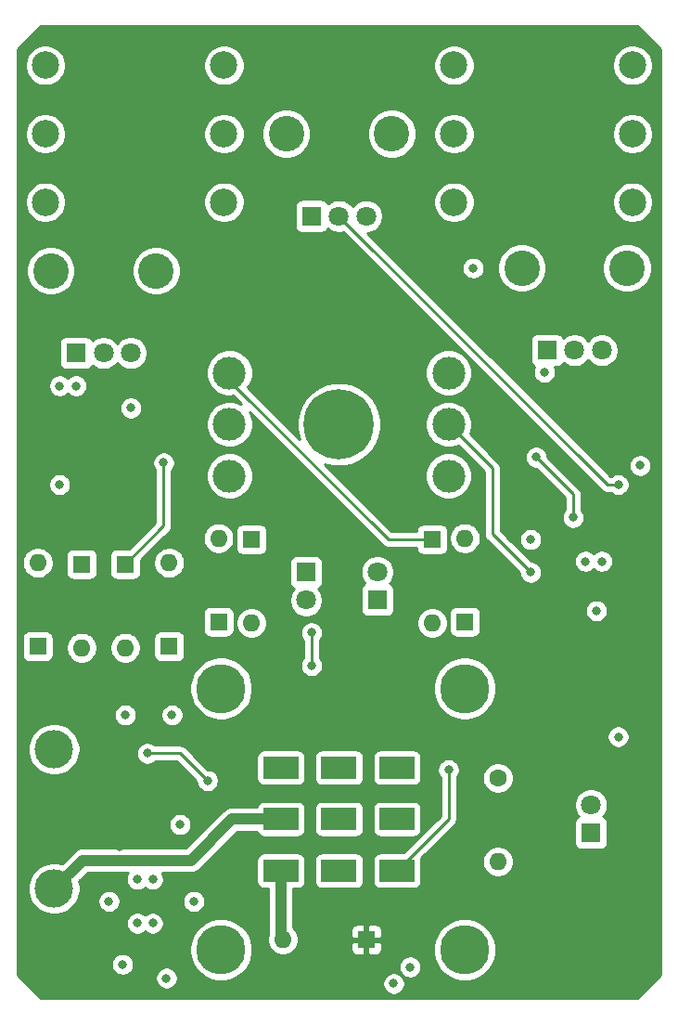
<source format=gbr>
%TF.GenerationSoftware,KiCad,Pcbnew,(5.1.10-1-10_14)*%
%TF.CreationDate,2021-10-01T16:43:39+02:00*%
%TF.ProjectId,Guitarpedal,47756974-6172-4706-9564-616c2e6b6963,rev?*%
%TF.SameCoordinates,Original*%
%TF.FileFunction,Copper,L4,Bot*%
%TF.FilePolarity,Positive*%
%FSLAX46Y46*%
G04 Gerber Fmt 4.6, Leading zero omitted, Abs format (unit mm)*
G04 Created by KiCad (PCBNEW (5.1.10-1-10_14)) date 2021-10-01 16:43:39*
%MOMM*%
%LPD*%
G01*
G04 APERTURE LIST*
%TA.AperFunction,ComponentPad*%
%ADD10C,3.000000*%
%TD*%
%TA.AperFunction,ComponentPad*%
%ADD11C,4.500000*%
%TD*%
%TA.AperFunction,ComponentPad*%
%ADD12C,3.500000*%
%TD*%
%TA.AperFunction,ComponentPad*%
%ADD13R,1.600000X1.600000*%
%TD*%
%TA.AperFunction,ComponentPad*%
%ADD14O,1.600000X1.600000*%
%TD*%
%TA.AperFunction,ComponentPad*%
%ADD15R,1.800000X1.800000*%
%TD*%
%TA.AperFunction,ComponentPad*%
%ADD16C,1.800000*%
%TD*%
%TA.AperFunction,ComponentPad*%
%ADD17C,0.800000*%
%TD*%
%TA.AperFunction,ComponentPad*%
%ADD18C,6.400000*%
%TD*%
%TA.AperFunction,ComponentPad*%
%ADD19C,2.500000*%
%TD*%
%TA.AperFunction,ComponentPad*%
%ADD20C,1.600000*%
%TD*%
%TA.AperFunction,ComponentPad*%
%ADD21C,3.240000*%
%TD*%
%TA.AperFunction,ComponentPad*%
%ADD22R,3.200000X2.000000*%
%TD*%
%TA.AperFunction,ViaPad*%
%ADD23C,0.800000*%
%TD*%
%TA.AperFunction,Conductor*%
%ADD24C,1.000000*%
%TD*%
%TA.AperFunction,Conductor*%
%ADD25C,0.250000*%
%TD*%
%TA.AperFunction,Conductor*%
%ADD26C,0.254000*%
%TD*%
%TA.AperFunction,Conductor*%
%ADD27C,0.100000*%
%TD*%
G04 APERTURE END LIST*
D10*
%TO.P,SW2,3*%
%TO.N,Net-(D5-Pad1)*%
X20000000Y57700000D03*
%TO.P,SW2,2*%
%TO.N,Hard_clipping_out*%
X20000000Y53000000D03*
%TO.P,SW2,1*%
%TO.N,Net-(D3-Pad1)*%
X20000000Y48300000D03*
%TD*%
%TO.P,SW1,3*%
%TO.N,Net-(R5-Pad2)*%
X40000000Y57700000D03*
%TO.P,SW1,2*%
%TO.N,Net-(R13-Pad2)*%
X40000000Y53000000D03*
%TO.P,SW1,1*%
%TO.N,Net-(R10-Pad2)*%
X40000000Y48300000D03*
%TD*%
D11*
%TO.P,BT1,NC*%
%TO.N,N/C*%
X41470000Y28915000D03*
X41470000Y5085000D03*
X19240000Y28915000D03*
X19240000Y5085000D03*
D12*
%TO.P,BT1,1*%
%TO.N,Net-(BT1-Pad1)*%
X4000000Y10650000D03*
%TO.P,BT1,2*%
%TO.N,GND*%
X4000000Y23350000D03*
%TD*%
D13*
%TO.P,D1,1*%
%TO.N,+9V*%
X32500000Y6000000D03*
D14*
%TO.P,D1,2*%
%TO.N,Power_in*%
X24880000Y6000000D03*
%TD*%
D13*
%TO.P,D3,1*%
%TO.N,Net-(D3-Pad1)*%
X22000000Y42500000D03*
D14*
%TO.P,D3,2*%
%TO.N,4V5*%
X22000000Y34880000D03*
%TD*%
%TO.P,D4,2*%
%TO.N,Net-(D3-Pad1)*%
X19000000Y42620000D03*
D13*
%TO.P,D4,1*%
%TO.N,4V5*%
X19000000Y35000000D03*
%TD*%
%TO.P,D5,1*%
%TO.N,Net-(D5-Pad1)*%
X38500000Y42500000D03*
D14*
%TO.P,D5,2*%
%TO.N,4V5*%
X38500000Y34880000D03*
%TD*%
%TO.P,D6,2*%
%TO.N,Net-(D5-Pad1)*%
X41500000Y42620000D03*
D13*
%TO.P,D6,1*%
%TO.N,4V5*%
X41500000Y35000000D03*
%TD*%
D15*
%TO.P,D7,1*%
%TO.N,Hard_clipping_out*%
X27000000Y39500000D03*
D16*
%TO.P,D7,2*%
%TO.N,4V5*%
X27000000Y36960000D03*
%TD*%
%TO.P,D8,2*%
%TO.N,Hard_clipping_out*%
X33500000Y39540000D03*
D15*
%TO.P,D8,1*%
%TO.N,4V5*%
X33500000Y37000000D03*
%TD*%
D14*
%TO.P,D9,2*%
%TO.N,Net-(D11-Pad1)*%
X2500000Y40370000D03*
D13*
%TO.P,D9,1*%
%TO.N,Net-(D10-Pad2)*%
X2500000Y32750000D03*
%TD*%
%TO.P,D10,1*%
%TO.N,Soft_clipping_out*%
X6500000Y40250000D03*
D14*
%TO.P,D10,2*%
%TO.N,Net-(D10-Pad2)*%
X6500000Y32630000D03*
%TD*%
%TO.P,D11,2*%
%TO.N,Net-(D11-Pad2)*%
X10500000Y32630000D03*
D13*
%TO.P,D11,1*%
%TO.N,Net-(D11-Pad1)*%
X10500000Y40250000D03*
%TD*%
%TO.P,D12,1*%
%TO.N,Net-(D11-Pad2)*%
X14500000Y32750000D03*
D14*
%TO.P,D12,2*%
%TO.N,Soft_clipping_out*%
X14500000Y40370000D03*
%TD*%
D17*
%TO.P,H1,1*%
%TO.N,GND*%
X31697056Y54697056D03*
X30000000Y55400000D03*
X28302944Y54697056D03*
X27600000Y53000000D03*
X28302944Y51302944D03*
X30000000Y50600000D03*
X31697056Y51302944D03*
X32400000Y53000000D03*
D18*
X30000000Y53000000D03*
%TD*%
D19*
%TO.P,J1,R*%
%TO.N,N/C*%
X19500000Y79500000D03*
%TO.P,J1,RN*%
X3200000Y79500000D03*
%TO.P,J1,SN*%
X3200000Y85750000D03*
%TO.P,J1,TN*%
X3200000Y73250000D03*
%TO.P,J1,T*%
%TO.N,Net-(J1-PadT)*%
X19500000Y73250000D03*
%TO.P,J1,S*%
%TO.N,GND*%
X19500000Y85750000D03*
%TD*%
%TO.P,J2,S*%
%TO.N,GND*%
X56800000Y85750000D03*
%TO.P,J2,T*%
%TO.N,Net-(J2-PadT)*%
X56800000Y73250000D03*
%TO.P,J2,TN*%
%TO.N,N/C*%
X40500000Y73250000D03*
%TO.P,J2,SN*%
X40500000Y85750000D03*
%TO.P,J2,RN*%
X40500000Y79500000D03*
%TO.P,J2,R*%
X56800000Y79500000D03*
%TD*%
D20*
%TO.P,R24,1*%
%TO.N,Power_in*%
X44500000Y20750000D03*
D14*
%TO.P,R24,2*%
%TO.N,Net-(D13-Pad2)*%
X44500000Y13130000D03*
%TD*%
D15*
%TO.P,RV1,1*%
%TO.N,Net-(R16-Pad2)*%
X6000000Y59500000D03*
D16*
%TO.P,RV1,2*%
%TO.N,Net-(R15-Pad1)*%
X8500000Y59500000D03*
%TO.P,RV1,3*%
X11000000Y59500000D03*
D21*
%TO.P,RV1,*%
%TO.N,*%
X13300000Y67000000D03*
X3700000Y67000000D03*
%TD*%
D15*
%TO.P,RV2,1*%
%TO.N,4V5*%
X27500000Y72000000D03*
D16*
%TO.P,RV2,2*%
%TO.N,Net-(RV2-Pad2)*%
X30000000Y72000000D03*
%TO.P,RV2,3*%
%TO.N,Net-(R25-Pad2)*%
X32500000Y72000000D03*
D21*
%TO.P,RV2,*%
%TO.N,*%
X34800000Y79500000D03*
X25200000Y79500000D03*
%TD*%
%TO.P,RV3,*%
%TO.N,*%
X46700000Y67250000D03*
X56300000Y67250000D03*
D16*
%TO.P,RV3,3*%
%TO.N,Net-(C13-Pad1)*%
X54000000Y59750000D03*
%TO.P,RV3,2*%
%TO.N,Net-(C12-Pad2)*%
X51500000Y59750000D03*
D15*
%TO.P,RV3,1*%
%TO.N,Net-(R21-Pad2)*%
X49000000Y59750000D03*
%TD*%
D22*
%TO.P,U4,9*%
%TO.N,Tone_control_out*%
X35300000Y12300000D03*
%TO.P,U4,8*%
%TO.N,Net-(J2-PadT)*%
X35300000Y17000000D03*
%TO.P,U4,7*%
%TO.N,Net-(U4-Pad4)*%
X35300000Y21700000D03*
%TO.P,U4,6*%
%TO.N,Audio_in*%
X30000000Y12300000D03*
%TO.P,U4,4*%
%TO.N,Net-(U4-Pad4)*%
X30000000Y21700000D03*
%TO.P,U4,3*%
%TO.N,Power_in*%
X24700000Y12300000D03*
%TO.P,U4,2*%
%TO.N,Net-(BT1-Pad1)*%
X24700000Y17000000D03*
%TO.P,U4,1*%
%TO.N,Net-(U4-Pad1)*%
X24700000Y21700000D03*
%TO.P,U4,5*%
%TO.N,Net-(J1-PadT)*%
X30000000Y17000000D03*
%TD*%
D15*
%TO.P,D13,1*%
%TO.N,GND*%
X53000000Y15750000D03*
D16*
%TO.P,D13,2*%
%TO.N,Net-(D13-Pad2)*%
X53000000Y18290000D03*
%TD*%
D23*
%TO.N,GND*%
X10250000Y3750000D03*
X14250000Y2500000D03*
X35000000Y2000000D03*
X36500000Y3500000D03*
X55500000Y24500000D03*
X53500000Y36000000D03*
X47500000Y42500000D03*
X54000000Y40500000D03*
X57500000Y49250000D03*
X48750000Y57750000D03*
X9000000Y9500000D03*
X16750000Y9500000D03*
X4500000Y56500000D03*
X11000000Y54500000D03*
X42250000Y67250000D03*
%TO.N,+9V*%
X10500000Y49500000D03*
X6250000Y5750000D03*
X10000000Y14500000D03*
X48500000Y47500000D03*
%TO.N,Net-(C7-Pad1)*%
X18000000Y20500000D03*
X12500000Y23000000D03*
%TO.N,4V5*%
X52500000Y40500000D03*
X13000000Y7500000D03*
X15500000Y16500000D03*
X14750000Y26500000D03*
X10500000Y26500000D03*
X4500000Y47500000D03*
X6000000Y56500000D03*
X11595000Y7500000D03*
X13000000Y11500000D03*
X11595000Y11500000D03*
%TO.N,Tone_control_out*%
X40000000Y21500000D03*
%TO.N,Net-(D11-Pad1)*%
X14000000Y49500000D03*
%TO.N,Net-(J1-PadT)*%
X27500000Y31000000D03*
X27500000Y34000000D03*
%TO.N,Net-(R10-Pad1)*%
X51365000Y44500000D03*
X48000000Y50000000D03*
%TO.N,Net-(R13-Pad2)*%
X47500000Y39500000D03*
%TO.N,Net-(RV2-Pad2)*%
X55500000Y47500000D03*
%TD*%
D24*
%TO.N,Net-(BT1-Pad1)*%
X24700000Y17000000D02*
X20250000Y17000000D01*
X20250000Y17000000D02*
X16500000Y13250000D01*
X6600000Y13250000D02*
X4000000Y10650000D01*
X16500000Y13250000D02*
X6600000Y13250000D01*
D25*
%TO.N,Net-(C7-Pad1)*%
X18000000Y20500000D02*
X15500000Y23000000D01*
X15500000Y23000000D02*
X12500000Y23000000D01*
%TO.N,Tone_control_out*%
X40000000Y17000000D02*
X35300000Y12300000D01*
X40000000Y21500000D02*
X40000000Y17000000D01*
D24*
%TO.N,Power_in*%
X24700000Y6180000D02*
X24880000Y6000000D01*
X24700000Y12300000D02*
X24700000Y6180000D01*
D25*
%TO.N,Net-(D5-Pad1)*%
X20000000Y57782998D02*
X20000000Y58200000D01*
X20000000Y58200000D02*
X20000000Y57000000D01*
X34500000Y42500000D02*
X38500000Y42500000D01*
X20000000Y57000000D02*
X34500000Y42500000D01*
%TO.N,Net-(D11-Pad1)*%
X14000000Y43750000D02*
X10500000Y40250000D01*
X14000000Y49500000D02*
X14000000Y43750000D01*
%TO.N,Net-(J1-PadT)*%
X27500000Y34000000D02*
X27500000Y31000000D01*
%TO.N,Net-(R10-Pad1)*%
X51365000Y44500000D02*
X51365000Y46635000D01*
X51365000Y46635000D02*
X48000000Y50000000D01*
%TO.N,Net-(R13-Pad2)*%
X40000000Y53000000D02*
X44000000Y49000000D01*
X44000000Y43000000D02*
X47500000Y39500000D01*
X44000000Y49000000D02*
X44000000Y43000000D01*
%TO.N,Net-(RV2-Pad2)*%
X54500000Y47500000D02*
X55500000Y47500000D01*
X54500000Y47500000D02*
X30000000Y72000000D01*
%TD*%
D26*
%TO.N,+9V*%
X59340001Y87226618D02*
X59340000Y2773381D01*
X57226620Y660000D01*
X2773381Y660000D01*
X831442Y2601939D01*
X13215000Y2601939D01*
X13215000Y2398061D01*
X13254774Y2198102D01*
X13332795Y2009744D01*
X13446063Y1840226D01*
X13590226Y1696063D01*
X13759744Y1582795D01*
X13948102Y1504774D01*
X14148061Y1465000D01*
X14351939Y1465000D01*
X14551898Y1504774D01*
X14740256Y1582795D01*
X14909774Y1696063D01*
X15053937Y1840226D01*
X15167205Y2009744D01*
X15205393Y2101939D01*
X33965000Y2101939D01*
X33965000Y1898061D01*
X34004774Y1698102D01*
X34082795Y1509744D01*
X34196063Y1340226D01*
X34340226Y1196063D01*
X34509744Y1082795D01*
X34698102Y1004774D01*
X34898061Y965000D01*
X35101939Y965000D01*
X35301898Y1004774D01*
X35490256Y1082795D01*
X35659774Y1196063D01*
X35803937Y1340226D01*
X35917205Y1509744D01*
X35995226Y1698102D01*
X36035000Y1898061D01*
X36035000Y2101939D01*
X35995226Y2301898D01*
X35917205Y2490256D01*
X35803937Y2659774D01*
X35659774Y2803937D01*
X35490256Y2917205D01*
X35301898Y2995226D01*
X35101939Y3035000D01*
X34898061Y3035000D01*
X34698102Y2995226D01*
X34509744Y2917205D01*
X34340226Y2803937D01*
X34196063Y2659774D01*
X34082795Y2490256D01*
X34004774Y2301898D01*
X33965000Y2101939D01*
X15205393Y2101939D01*
X15245226Y2198102D01*
X15285000Y2398061D01*
X15285000Y2601939D01*
X15245226Y2801898D01*
X15167205Y2990256D01*
X15053937Y3159774D01*
X14909774Y3303937D01*
X14740256Y3417205D01*
X14551898Y3495226D01*
X14351939Y3535000D01*
X14148061Y3535000D01*
X13948102Y3495226D01*
X13759744Y3417205D01*
X13590226Y3303937D01*
X13446063Y3159774D01*
X13332795Y2990256D01*
X13254774Y2801898D01*
X13215000Y2601939D01*
X831442Y2601939D01*
X660000Y2773380D01*
X660000Y3851939D01*
X9215000Y3851939D01*
X9215000Y3648061D01*
X9254774Y3448102D01*
X9332795Y3259744D01*
X9446063Y3090226D01*
X9590226Y2946063D01*
X9759744Y2832795D01*
X9948102Y2754774D01*
X10148061Y2715000D01*
X10351939Y2715000D01*
X10551898Y2754774D01*
X10740256Y2832795D01*
X10909774Y2946063D01*
X11053937Y3090226D01*
X11167205Y3259744D01*
X11245226Y3448102D01*
X11285000Y3648061D01*
X11285000Y3851939D01*
X11245226Y4051898D01*
X11167205Y4240256D01*
X11053937Y4409774D01*
X10909774Y4553937D01*
X10740256Y4667205D01*
X10551898Y4745226D01*
X10351939Y4785000D01*
X10148061Y4785000D01*
X9948102Y4745226D01*
X9759744Y4667205D01*
X9590226Y4553937D01*
X9446063Y4409774D01*
X9332795Y4240256D01*
X9254774Y4051898D01*
X9215000Y3851939D01*
X660000Y3851939D01*
X660000Y5369148D01*
X16355000Y5369148D01*
X16355000Y4800852D01*
X16465869Y4243477D01*
X16683346Y3718440D01*
X16999074Y3245920D01*
X17400920Y2844074D01*
X17873440Y2528346D01*
X18398477Y2310869D01*
X18955852Y2200000D01*
X19524148Y2200000D01*
X20081523Y2310869D01*
X20606560Y2528346D01*
X21079080Y2844074D01*
X21480926Y3245920D01*
X21718810Y3601939D01*
X35465000Y3601939D01*
X35465000Y3398061D01*
X35504774Y3198102D01*
X35582795Y3009744D01*
X35696063Y2840226D01*
X35840226Y2696063D01*
X36009744Y2582795D01*
X36198102Y2504774D01*
X36398061Y2465000D01*
X36601939Y2465000D01*
X36801898Y2504774D01*
X36990256Y2582795D01*
X37159774Y2696063D01*
X37303937Y2840226D01*
X37417205Y3009744D01*
X37495226Y3198102D01*
X37535000Y3398061D01*
X37535000Y3601939D01*
X37495226Y3801898D01*
X37417205Y3990256D01*
X37303937Y4159774D01*
X37159774Y4303937D01*
X36990256Y4417205D01*
X36801898Y4495226D01*
X36601939Y4535000D01*
X36398061Y4535000D01*
X36198102Y4495226D01*
X36009744Y4417205D01*
X35840226Y4303937D01*
X35696063Y4159774D01*
X35582795Y3990256D01*
X35504774Y3801898D01*
X35465000Y3601939D01*
X21718810Y3601939D01*
X21796654Y3718440D01*
X22014131Y4243477D01*
X22125000Y4800852D01*
X22125000Y5369148D01*
X22014131Y5926523D01*
X21796654Y6451560D01*
X21480926Y6924080D01*
X21079080Y7325926D01*
X20606560Y7641654D01*
X20081523Y7859131D01*
X19524148Y7970000D01*
X18955852Y7970000D01*
X18398477Y7859131D01*
X17873440Y7641654D01*
X17400920Y7325926D01*
X16999074Y6924080D01*
X16683346Y6451560D01*
X16465869Y5926523D01*
X16355000Y5369148D01*
X660000Y5369148D01*
X660000Y7601939D01*
X10560000Y7601939D01*
X10560000Y7398061D01*
X10599774Y7198102D01*
X10677795Y7009744D01*
X10791063Y6840226D01*
X10935226Y6696063D01*
X11104744Y6582795D01*
X11293102Y6504774D01*
X11493061Y6465000D01*
X11696939Y6465000D01*
X11896898Y6504774D01*
X12085256Y6582795D01*
X12254774Y6696063D01*
X12297500Y6738789D01*
X12340226Y6696063D01*
X12509744Y6582795D01*
X12698102Y6504774D01*
X12898061Y6465000D01*
X13101939Y6465000D01*
X13301898Y6504774D01*
X13490256Y6582795D01*
X13659774Y6696063D01*
X13803937Y6840226D01*
X13917205Y7009744D01*
X13995226Y7198102D01*
X14035000Y7398061D01*
X14035000Y7601939D01*
X13995226Y7801898D01*
X13917205Y7990256D01*
X13803937Y8159774D01*
X13659774Y8303937D01*
X13490256Y8417205D01*
X13301898Y8495226D01*
X13101939Y8535000D01*
X12898061Y8535000D01*
X12698102Y8495226D01*
X12509744Y8417205D01*
X12340226Y8303937D01*
X12297500Y8261211D01*
X12254774Y8303937D01*
X12085256Y8417205D01*
X11896898Y8495226D01*
X11696939Y8535000D01*
X11493061Y8535000D01*
X11293102Y8495226D01*
X11104744Y8417205D01*
X10935226Y8303937D01*
X10791063Y8159774D01*
X10677795Y7990256D01*
X10599774Y7801898D01*
X10560000Y7601939D01*
X660000Y7601939D01*
X660000Y10884902D01*
X1615000Y10884902D01*
X1615000Y10415098D01*
X1706654Y9954321D01*
X1886440Y9520279D01*
X2147450Y9129651D01*
X2479651Y8797450D01*
X2870279Y8536440D01*
X3304321Y8356654D01*
X3765098Y8265000D01*
X4234902Y8265000D01*
X4695679Y8356654D01*
X5129721Y8536440D01*
X5520349Y8797450D01*
X5852550Y9129651D01*
X6113560Y9520279D01*
X6147384Y9601939D01*
X7965000Y9601939D01*
X7965000Y9398061D01*
X8004774Y9198102D01*
X8082795Y9009744D01*
X8196063Y8840226D01*
X8340226Y8696063D01*
X8509744Y8582795D01*
X8698102Y8504774D01*
X8898061Y8465000D01*
X9101939Y8465000D01*
X9301898Y8504774D01*
X9490256Y8582795D01*
X9659774Y8696063D01*
X9803937Y8840226D01*
X9917205Y9009744D01*
X9995226Y9198102D01*
X10035000Y9398061D01*
X10035000Y9601939D01*
X15715000Y9601939D01*
X15715000Y9398061D01*
X15754774Y9198102D01*
X15832795Y9009744D01*
X15946063Y8840226D01*
X16090226Y8696063D01*
X16259744Y8582795D01*
X16448102Y8504774D01*
X16648061Y8465000D01*
X16851939Y8465000D01*
X17051898Y8504774D01*
X17240256Y8582795D01*
X17409774Y8696063D01*
X17553937Y8840226D01*
X17667205Y9009744D01*
X17745226Y9198102D01*
X17785000Y9398061D01*
X17785000Y9601939D01*
X17745226Y9801898D01*
X17667205Y9990256D01*
X17553937Y10159774D01*
X17409774Y10303937D01*
X17240256Y10417205D01*
X17051898Y10495226D01*
X16851939Y10535000D01*
X16648061Y10535000D01*
X16448102Y10495226D01*
X16259744Y10417205D01*
X16090226Y10303937D01*
X15946063Y10159774D01*
X15832795Y9990256D01*
X15754774Y9801898D01*
X15715000Y9601939D01*
X10035000Y9601939D01*
X9995226Y9801898D01*
X9917205Y9990256D01*
X9803937Y10159774D01*
X9659774Y10303937D01*
X9490256Y10417205D01*
X9301898Y10495226D01*
X9101939Y10535000D01*
X8898061Y10535000D01*
X8698102Y10495226D01*
X8509744Y10417205D01*
X8340226Y10303937D01*
X8196063Y10159774D01*
X8082795Y9990256D01*
X8004774Y9801898D01*
X7965000Y9601939D01*
X6147384Y9601939D01*
X6293346Y9954321D01*
X6385000Y10415098D01*
X6385000Y10884902D01*
X6294584Y11339453D01*
X7070132Y12115000D01*
X10761146Y12115000D01*
X10677795Y11990256D01*
X10599774Y11801898D01*
X10560000Y11601939D01*
X10560000Y11398061D01*
X10599774Y11198102D01*
X10677795Y11009744D01*
X10791063Y10840226D01*
X10935226Y10696063D01*
X11104744Y10582795D01*
X11293102Y10504774D01*
X11493061Y10465000D01*
X11696939Y10465000D01*
X11896898Y10504774D01*
X12085256Y10582795D01*
X12254774Y10696063D01*
X12297500Y10738789D01*
X12340226Y10696063D01*
X12509744Y10582795D01*
X12698102Y10504774D01*
X12898061Y10465000D01*
X13101939Y10465000D01*
X13301898Y10504774D01*
X13490256Y10582795D01*
X13659774Y10696063D01*
X13803937Y10840226D01*
X13917205Y11009744D01*
X13995226Y11198102D01*
X14035000Y11398061D01*
X14035000Y11601939D01*
X13995226Y11801898D01*
X13917205Y11990256D01*
X13833854Y12115000D01*
X16444249Y12115000D01*
X16500000Y12109509D01*
X16555751Y12115000D01*
X16555752Y12115000D01*
X16722499Y12131423D01*
X16936447Y12196324D01*
X17133623Y12301716D01*
X17306449Y12443551D01*
X17341996Y12486865D01*
X18155131Y13300000D01*
X22461928Y13300000D01*
X22461928Y11300000D01*
X22474188Y11175518D01*
X22510498Y11055820D01*
X22569463Y10945506D01*
X22648815Y10848815D01*
X22745506Y10769463D01*
X22855820Y10710498D01*
X22975518Y10674188D01*
X23100000Y10661928D01*
X23565000Y10661928D01*
X23565001Y6575145D01*
X23500147Y6418574D01*
X23445000Y6141335D01*
X23445000Y5858665D01*
X23500147Y5581426D01*
X23608320Y5320273D01*
X23765363Y5085241D01*
X23965241Y4885363D01*
X24200273Y4728320D01*
X24461426Y4620147D01*
X24738665Y4565000D01*
X25021335Y4565000D01*
X25298574Y4620147D01*
X25559727Y4728320D01*
X25794759Y4885363D01*
X25994637Y5085241D01*
X26071316Y5200000D01*
X31061928Y5200000D01*
X31074188Y5075518D01*
X31110498Y4955820D01*
X31169463Y4845506D01*
X31248815Y4748815D01*
X31345506Y4669463D01*
X31455820Y4610498D01*
X31575518Y4574188D01*
X31700000Y4561928D01*
X32214250Y4565000D01*
X32373000Y4723750D01*
X32373000Y5873000D01*
X32627000Y5873000D01*
X32627000Y4723750D01*
X32785750Y4565000D01*
X33300000Y4561928D01*
X33424482Y4574188D01*
X33544180Y4610498D01*
X33654494Y4669463D01*
X33751185Y4748815D01*
X33830537Y4845506D01*
X33889502Y4955820D01*
X33925812Y5075518D01*
X33938072Y5200000D01*
X33937062Y5369148D01*
X38585000Y5369148D01*
X38585000Y4800852D01*
X38695869Y4243477D01*
X38913346Y3718440D01*
X39229074Y3245920D01*
X39630920Y2844074D01*
X40103440Y2528346D01*
X40628477Y2310869D01*
X41185852Y2200000D01*
X41754148Y2200000D01*
X42311523Y2310869D01*
X42836560Y2528346D01*
X43309080Y2844074D01*
X43710926Y3245920D01*
X44026654Y3718440D01*
X44244131Y4243477D01*
X44355000Y4800852D01*
X44355000Y5369148D01*
X44244131Y5926523D01*
X44026654Y6451560D01*
X43710926Y6924080D01*
X43309080Y7325926D01*
X42836560Y7641654D01*
X42311523Y7859131D01*
X41754148Y7970000D01*
X41185852Y7970000D01*
X40628477Y7859131D01*
X40103440Y7641654D01*
X39630920Y7325926D01*
X39229074Y6924080D01*
X38913346Y6451560D01*
X38695869Y5926523D01*
X38585000Y5369148D01*
X33937062Y5369148D01*
X33935000Y5714250D01*
X33776250Y5873000D01*
X32627000Y5873000D01*
X32373000Y5873000D01*
X31223750Y5873000D01*
X31065000Y5714250D01*
X31061928Y5200000D01*
X26071316Y5200000D01*
X26151680Y5320273D01*
X26259853Y5581426D01*
X26315000Y5858665D01*
X26315000Y6141335D01*
X26259853Y6418574D01*
X26151680Y6679727D01*
X26071317Y6800000D01*
X31061928Y6800000D01*
X31065000Y6285750D01*
X31223750Y6127000D01*
X32373000Y6127000D01*
X32373000Y7276250D01*
X32627000Y7276250D01*
X32627000Y6127000D01*
X33776250Y6127000D01*
X33935000Y6285750D01*
X33938072Y6800000D01*
X33925812Y6924482D01*
X33889502Y7044180D01*
X33830537Y7154494D01*
X33751185Y7251185D01*
X33654494Y7330537D01*
X33544180Y7389502D01*
X33424482Y7425812D01*
X33300000Y7438072D01*
X32785750Y7435000D01*
X32627000Y7276250D01*
X32373000Y7276250D01*
X32214250Y7435000D01*
X31700000Y7438072D01*
X31575518Y7425812D01*
X31455820Y7389502D01*
X31345506Y7330537D01*
X31248815Y7251185D01*
X31169463Y7154494D01*
X31110498Y7044180D01*
X31074188Y6924482D01*
X31061928Y6800000D01*
X26071317Y6800000D01*
X25994637Y6914759D01*
X25835000Y7074396D01*
X25835000Y10661928D01*
X26300000Y10661928D01*
X26424482Y10674188D01*
X26544180Y10710498D01*
X26654494Y10769463D01*
X26751185Y10848815D01*
X26830537Y10945506D01*
X26889502Y11055820D01*
X26925812Y11175518D01*
X26938072Y11300000D01*
X26938072Y13300000D01*
X27761928Y13300000D01*
X27761928Y11300000D01*
X27774188Y11175518D01*
X27810498Y11055820D01*
X27869463Y10945506D01*
X27948815Y10848815D01*
X28045506Y10769463D01*
X28155820Y10710498D01*
X28275518Y10674188D01*
X28400000Y10661928D01*
X31600000Y10661928D01*
X31724482Y10674188D01*
X31844180Y10710498D01*
X31954494Y10769463D01*
X32051185Y10848815D01*
X32130537Y10945506D01*
X32189502Y11055820D01*
X32225812Y11175518D01*
X32238072Y11300000D01*
X32238072Y13300000D01*
X33061928Y13300000D01*
X33061928Y11300000D01*
X33074188Y11175518D01*
X33110498Y11055820D01*
X33169463Y10945506D01*
X33248815Y10848815D01*
X33345506Y10769463D01*
X33455820Y10710498D01*
X33575518Y10674188D01*
X33700000Y10661928D01*
X36900000Y10661928D01*
X37024482Y10674188D01*
X37144180Y10710498D01*
X37254494Y10769463D01*
X37351185Y10848815D01*
X37430537Y10945506D01*
X37489502Y11055820D01*
X37525812Y11175518D01*
X37538072Y11300000D01*
X37538072Y13271335D01*
X43065000Y13271335D01*
X43065000Y12988665D01*
X43120147Y12711426D01*
X43228320Y12450273D01*
X43385363Y12215241D01*
X43585241Y12015363D01*
X43820273Y11858320D01*
X44081426Y11750147D01*
X44358665Y11695000D01*
X44641335Y11695000D01*
X44918574Y11750147D01*
X45179727Y11858320D01*
X45414759Y12015363D01*
X45614637Y12215241D01*
X45771680Y12450273D01*
X45879853Y12711426D01*
X45935000Y12988665D01*
X45935000Y13271335D01*
X45879853Y13548574D01*
X45771680Y13809727D01*
X45614637Y14044759D01*
X45414759Y14244637D01*
X45179727Y14401680D01*
X44918574Y14509853D01*
X44641335Y14565000D01*
X44358665Y14565000D01*
X44081426Y14509853D01*
X43820273Y14401680D01*
X43585241Y14244637D01*
X43385363Y14044759D01*
X43228320Y13809727D01*
X43120147Y13548574D01*
X43065000Y13271335D01*
X37538072Y13271335D01*
X37538072Y13300000D01*
X37525812Y13424482D01*
X37519638Y13444836D01*
X40511003Y16436201D01*
X40540001Y16459999D01*
X40634974Y16575724D01*
X40674675Y16650000D01*
X51461928Y16650000D01*
X51461928Y14850000D01*
X51474188Y14725518D01*
X51510498Y14605820D01*
X51569463Y14495506D01*
X51648815Y14398815D01*
X51745506Y14319463D01*
X51855820Y14260498D01*
X51975518Y14224188D01*
X52100000Y14211928D01*
X53900000Y14211928D01*
X54024482Y14224188D01*
X54144180Y14260498D01*
X54254494Y14319463D01*
X54351185Y14398815D01*
X54430537Y14495506D01*
X54489502Y14605820D01*
X54525812Y14725518D01*
X54538072Y14850000D01*
X54538072Y16650000D01*
X54525812Y16774482D01*
X54489502Y16894180D01*
X54430537Y17004494D01*
X54351185Y17101185D01*
X54254494Y17180537D01*
X54144180Y17239502D01*
X54125873Y17245056D01*
X54192312Y17311495D01*
X54360299Y17562905D01*
X54476011Y17842257D01*
X54535000Y18138816D01*
X54535000Y18441184D01*
X54476011Y18737743D01*
X54360299Y19017095D01*
X54192312Y19268505D01*
X53978505Y19482312D01*
X53727095Y19650299D01*
X53447743Y19766011D01*
X53151184Y19825000D01*
X52848816Y19825000D01*
X52552257Y19766011D01*
X52272905Y19650299D01*
X52021495Y19482312D01*
X51807688Y19268505D01*
X51639701Y19017095D01*
X51523989Y18737743D01*
X51465000Y18441184D01*
X51465000Y18138816D01*
X51523989Y17842257D01*
X51639701Y17562905D01*
X51807688Y17311495D01*
X51874127Y17245056D01*
X51855820Y17239502D01*
X51745506Y17180537D01*
X51648815Y17101185D01*
X51569463Y17004494D01*
X51510498Y16894180D01*
X51474188Y16774482D01*
X51461928Y16650000D01*
X40674675Y16650000D01*
X40705546Y16707753D01*
X40749003Y16851014D01*
X40760000Y16962667D01*
X40760000Y16962675D01*
X40763676Y17000000D01*
X40760000Y17037325D01*
X40760000Y20796289D01*
X40803937Y20840226D01*
X40838086Y20891335D01*
X43065000Y20891335D01*
X43065000Y20608665D01*
X43120147Y20331426D01*
X43228320Y20070273D01*
X43385363Y19835241D01*
X43585241Y19635363D01*
X43820273Y19478320D01*
X44081426Y19370147D01*
X44358665Y19315000D01*
X44641335Y19315000D01*
X44918574Y19370147D01*
X45179727Y19478320D01*
X45414759Y19635363D01*
X45614637Y19835241D01*
X45771680Y20070273D01*
X45879853Y20331426D01*
X45935000Y20608665D01*
X45935000Y20891335D01*
X45879853Y21168574D01*
X45771680Y21429727D01*
X45614637Y21664759D01*
X45414759Y21864637D01*
X45179727Y22021680D01*
X44918574Y22129853D01*
X44641335Y22185000D01*
X44358665Y22185000D01*
X44081426Y22129853D01*
X43820273Y22021680D01*
X43585241Y21864637D01*
X43385363Y21664759D01*
X43228320Y21429727D01*
X43120147Y21168574D01*
X43065000Y20891335D01*
X40838086Y20891335D01*
X40917205Y21009744D01*
X40995226Y21198102D01*
X41035000Y21398061D01*
X41035000Y21601939D01*
X40995226Y21801898D01*
X40917205Y21990256D01*
X40803937Y22159774D01*
X40659774Y22303937D01*
X40490256Y22417205D01*
X40301898Y22495226D01*
X40101939Y22535000D01*
X39898061Y22535000D01*
X39698102Y22495226D01*
X39509744Y22417205D01*
X39340226Y22303937D01*
X39196063Y22159774D01*
X39082795Y21990256D01*
X39004774Y21801898D01*
X38965000Y21601939D01*
X38965000Y21398061D01*
X39004774Y21198102D01*
X39082795Y21009744D01*
X39196063Y20840226D01*
X39240000Y20796289D01*
X39240001Y17314803D01*
X35863271Y13938072D01*
X33700000Y13938072D01*
X33575518Y13925812D01*
X33455820Y13889502D01*
X33345506Y13830537D01*
X33248815Y13751185D01*
X33169463Y13654494D01*
X33110498Y13544180D01*
X33074188Y13424482D01*
X33061928Y13300000D01*
X32238072Y13300000D01*
X32225812Y13424482D01*
X32189502Y13544180D01*
X32130537Y13654494D01*
X32051185Y13751185D01*
X31954494Y13830537D01*
X31844180Y13889502D01*
X31724482Y13925812D01*
X31600000Y13938072D01*
X28400000Y13938072D01*
X28275518Y13925812D01*
X28155820Y13889502D01*
X28045506Y13830537D01*
X27948815Y13751185D01*
X27869463Y13654494D01*
X27810498Y13544180D01*
X27774188Y13424482D01*
X27761928Y13300000D01*
X26938072Y13300000D01*
X26925812Y13424482D01*
X26889502Y13544180D01*
X26830537Y13654494D01*
X26751185Y13751185D01*
X26654494Y13830537D01*
X26544180Y13889502D01*
X26424482Y13925812D01*
X26300000Y13938072D01*
X23100000Y13938072D01*
X22975518Y13925812D01*
X22855820Y13889502D01*
X22745506Y13830537D01*
X22648815Y13751185D01*
X22569463Y13654494D01*
X22510498Y13544180D01*
X22474188Y13424482D01*
X22461928Y13300000D01*
X18155131Y13300000D01*
X20720132Y15865000D01*
X22477379Y15865000D01*
X22510498Y15755820D01*
X22569463Y15645506D01*
X22648815Y15548815D01*
X22745506Y15469463D01*
X22855820Y15410498D01*
X22975518Y15374188D01*
X23100000Y15361928D01*
X26300000Y15361928D01*
X26424482Y15374188D01*
X26544180Y15410498D01*
X26654494Y15469463D01*
X26751185Y15548815D01*
X26830537Y15645506D01*
X26889502Y15755820D01*
X26925812Y15875518D01*
X26938072Y16000000D01*
X26938072Y18000000D01*
X27761928Y18000000D01*
X27761928Y16000000D01*
X27774188Y15875518D01*
X27810498Y15755820D01*
X27869463Y15645506D01*
X27948815Y15548815D01*
X28045506Y15469463D01*
X28155820Y15410498D01*
X28275518Y15374188D01*
X28400000Y15361928D01*
X31600000Y15361928D01*
X31724482Y15374188D01*
X31844180Y15410498D01*
X31954494Y15469463D01*
X32051185Y15548815D01*
X32130537Y15645506D01*
X32189502Y15755820D01*
X32225812Y15875518D01*
X32238072Y16000000D01*
X32238072Y18000000D01*
X33061928Y18000000D01*
X33061928Y16000000D01*
X33074188Y15875518D01*
X33110498Y15755820D01*
X33169463Y15645506D01*
X33248815Y15548815D01*
X33345506Y15469463D01*
X33455820Y15410498D01*
X33575518Y15374188D01*
X33700000Y15361928D01*
X36900000Y15361928D01*
X37024482Y15374188D01*
X37144180Y15410498D01*
X37254494Y15469463D01*
X37351185Y15548815D01*
X37430537Y15645506D01*
X37489502Y15755820D01*
X37525812Y15875518D01*
X37538072Y16000000D01*
X37538072Y18000000D01*
X37525812Y18124482D01*
X37489502Y18244180D01*
X37430537Y18354494D01*
X37351185Y18451185D01*
X37254494Y18530537D01*
X37144180Y18589502D01*
X37024482Y18625812D01*
X36900000Y18638072D01*
X33700000Y18638072D01*
X33575518Y18625812D01*
X33455820Y18589502D01*
X33345506Y18530537D01*
X33248815Y18451185D01*
X33169463Y18354494D01*
X33110498Y18244180D01*
X33074188Y18124482D01*
X33061928Y18000000D01*
X32238072Y18000000D01*
X32225812Y18124482D01*
X32189502Y18244180D01*
X32130537Y18354494D01*
X32051185Y18451185D01*
X31954494Y18530537D01*
X31844180Y18589502D01*
X31724482Y18625812D01*
X31600000Y18638072D01*
X28400000Y18638072D01*
X28275518Y18625812D01*
X28155820Y18589502D01*
X28045506Y18530537D01*
X27948815Y18451185D01*
X27869463Y18354494D01*
X27810498Y18244180D01*
X27774188Y18124482D01*
X27761928Y18000000D01*
X26938072Y18000000D01*
X26925812Y18124482D01*
X26889502Y18244180D01*
X26830537Y18354494D01*
X26751185Y18451185D01*
X26654494Y18530537D01*
X26544180Y18589502D01*
X26424482Y18625812D01*
X26300000Y18638072D01*
X23100000Y18638072D01*
X22975518Y18625812D01*
X22855820Y18589502D01*
X22745506Y18530537D01*
X22648815Y18451185D01*
X22569463Y18354494D01*
X22510498Y18244180D01*
X22477379Y18135000D01*
X20305752Y18135000D01*
X20250000Y18140491D01*
X20194248Y18135000D01*
X20027501Y18118577D01*
X19813553Y18053676D01*
X19616377Y17948284D01*
X19443551Y17806449D01*
X19408009Y17763141D01*
X16029869Y14385000D01*
X6655741Y14385000D01*
X6599999Y14390490D01*
X6544257Y14385000D01*
X6544248Y14385000D01*
X6377501Y14368577D01*
X6163553Y14303676D01*
X5966377Y14198284D01*
X5793551Y14056449D01*
X5758011Y14013143D01*
X4689453Y12944584D01*
X4234902Y13035000D01*
X3765098Y13035000D01*
X3304321Y12943346D01*
X2870279Y12763560D01*
X2479651Y12502550D01*
X2147450Y12170349D01*
X1886440Y11779721D01*
X1706654Y11345679D01*
X1615000Y10884902D01*
X660000Y10884902D01*
X660000Y16601939D01*
X14465000Y16601939D01*
X14465000Y16398061D01*
X14504774Y16198102D01*
X14582795Y16009744D01*
X14696063Y15840226D01*
X14840226Y15696063D01*
X15009744Y15582795D01*
X15198102Y15504774D01*
X15398061Y15465000D01*
X15601939Y15465000D01*
X15801898Y15504774D01*
X15990256Y15582795D01*
X16159774Y15696063D01*
X16303937Y15840226D01*
X16417205Y16009744D01*
X16495226Y16198102D01*
X16535000Y16398061D01*
X16535000Y16601939D01*
X16495226Y16801898D01*
X16417205Y16990256D01*
X16303937Y17159774D01*
X16159774Y17303937D01*
X15990256Y17417205D01*
X15801898Y17495226D01*
X15601939Y17535000D01*
X15398061Y17535000D01*
X15198102Y17495226D01*
X15009744Y17417205D01*
X14840226Y17303937D01*
X14696063Y17159774D01*
X14582795Y16990256D01*
X14504774Y16801898D01*
X14465000Y16601939D01*
X660000Y16601939D01*
X660000Y23584902D01*
X1615000Y23584902D01*
X1615000Y23115098D01*
X1706654Y22654321D01*
X1886440Y22220279D01*
X2147450Y21829651D01*
X2479651Y21497450D01*
X2870279Y21236440D01*
X3304321Y21056654D01*
X3765098Y20965000D01*
X4234902Y20965000D01*
X4695679Y21056654D01*
X5129721Y21236440D01*
X5520349Y21497450D01*
X5852550Y21829651D01*
X6113560Y22220279D01*
X6293346Y22654321D01*
X6382382Y23101939D01*
X11465000Y23101939D01*
X11465000Y22898061D01*
X11504774Y22698102D01*
X11582795Y22509744D01*
X11696063Y22340226D01*
X11840226Y22196063D01*
X12009744Y22082795D01*
X12198102Y22004774D01*
X12398061Y21965000D01*
X12601939Y21965000D01*
X12801898Y22004774D01*
X12990256Y22082795D01*
X13159774Y22196063D01*
X13203711Y22240000D01*
X15185199Y22240000D01*
X16965000Y20460198D01*
X16965000Y20398061D01*
X17004774Y20198102D01*
X17082795Y20009744D01*
X17196063Y19840226D01*
X17340226Y19696063D01*
X17509744Y19582795D01*
X17698102Y19504774D01*
X17898061Y19465000D01*
X18101939Y19465000D01*
X18301898Y19504774D01*
X18490256Y19582795D01*
X18659774Y19696063D01*
X18803937Y19840226D01*
X18917205Y20009744D01*
X18995226Y20198102D01*
X19035000Y20398061D01*
X19035000Y20601939D01*
X18995226Y20801898D01*
X18917205Y20990256D01*
X18803937Y21159774D01*
X18659774Y21303937D01*
X18490256Y21417205D01*
X18301898Y21495226D01*
X18101939Y21535000D01*
X18039802Y21535000D01*
X16874802Y22700000D01*
X22461928Y22700000D01*
X22461928Y20700000D01*
X22474188Y20575518D01*
X22510498Y20455820D01*
X22569463Y20345506D01*
X22648815Y20248815D01*
X22745506Y20169463D01*
X22855820Y20110498D01*
X22975518Y20074188D01*
X23100000Y20061928D01*
X26300000Y20061928D01*
X26424482Y20074188D01*
X26544180Y20110498D01*
X26654494Y20169463D01*
X26751185Y20248815D01*
X26830537Y20345506D01*
X26889502Y20455820D01*
X26925812Y20575518D01*
X26938072Y20700000D01*
X26938072Y22700000D01*
X27761928Y22700000D01*
X27761928Y20700000D01*
X27774188Y20575518D01*
X27810498Y20455820D01*
X27869463Y20345506D01*
X27948815Y20248815D01*
X28045506Y20169463D01*
X28155820Y20110498D01*
X28275518Y20074188D01*
X28400000Y20061928D01*
X31600000Y20061928D01*
X31724482Y20074188D01*
X31844180Y20110498D01*
X31954494Y20169463D01*
X32051185Y20248815D01*
X32130537Y20345506D01*
X32189502Y20455820D01*
X32225812Y20575518D01*
X32238072Y20700000D01*
X32238072Y22700000D01*
X33061928Y22700000D01*
X33061928Y20700000D01*
X33074188Y20575518D01*
X33110498Y20455820D01*
X33169463Y20345506D01*
X33248815Y20248815D01*
X33345506Y20169463D01*
X33455820Y20110498D01*
X33575518Y20074188D01*
X33700000Y20061928D01*
X36900000Y20061928D01*
X37024482Y20074188D01*
X37144180Y20110498D01*
X37254494Y20169463D01*
X37351185Y20248815D01*
X37430537Y20345506D01*
X37489502Y20455820D01*
X37525812Y20575518D01*
X37538072Y20700000D01*
X37538072Y22700000D01*
X37525812Y22824482D01*
X37489502Y22944180D01*
X37430537Y23054494D01*
X37351185Y23151185D01*
X37254494Y23230537D01*
X37144180Y23289502D01*
X37024482Y23325812D01*
X36900000Y23338072D01*
X33700000Y23338072D01*
X33575518Y23325812D01*
X33455820Y23289502D01*
X33345506Y23230537D01*
X33248815Y23151185D01*
X33169463Y23054494D01*
X33110498Y22944180D01*
X33074188Y22824482D01*
X33061928Y22700000D01*
X32238072Y22700000D01*
X32225812Y22824482D01*
X32189502Y22944180D01*
X32130537Y23054494D01*
X32051185Y23151185D01*
X31954494Y23230537D01*
X31844180Y23289502D01*
X31724482Y23325812D01*
X31600000Y23338072D01*
X28400000Y23338072D01*
X28275518Y23325812D01*
X28155820Y23289502D01*
X28045506Y23230537D01*
X27948815Y23151185D01*
X27869463Y23054494D01*
X27810498Y22944180D01*
X27774188Y22824482D01*
X27761928Y22700000D01*
X26938072Y22700000D01*
X26925812Y22824482D01*
X26889502Y22944180D01*
X26830537Y23054494D01*
X26751185Y23151185D01*
X26654494Y23230537D01*
X26544180Y23289502D01*
X26424482Y23325812D01*
X26300000Y23338072D01*
X23100000Y23338072D01*
X22975518Y23325812D01*
X22855820Y23289502D01*
X22745506Y23230537D01*
X22648815Y23151185D01*
X22569463Y23054494D01*
X22510498Y22944180D01*
X22474188Y22824482D01*
X22461928Y22700000D01*
X16874802Y22700000D01*
X16063804Y23510997D01*
X16040001Y23540001D01*
X15924276Y23634974D01*
X15792247Y23705546D01*
X15648986Y23749003D01*
X15537333Y23760000D01*
X15537322Y23760000D01*
X15500000Y23763676D01*
X15462678Y23760000D01*
X13203711Y23760000D01*
X13159774Y23803937D01*
X12990256Y23917205D01*
X12801898Y23995226D01*
X12601939Y24035000D01*
X12398061Y24035000D01*
X12198102Y23995226D01*
X12009744Y23917205D01*
X11840226Y23803937D01*
X11696063Y23659774D01*
X11582795Y23490256D01*
X11504774Y23301898D01*
X11465000Y23101939D01*
X6382382Y23101939D01*
X6385000Y23115098D01*
X6385000Y23584902D01*
X6293346Y24045679D01*
X6113560Y24479721D01*
X6031897Y24601939D01*
X54465000Y24601939D01*
X54465000Y24398061D01*
X54504774Y24198102D01*
X54582795Y24009744D01*
X54696063Y23840226D01*
X54840226Y23696063D01*
X55009744Y23582795D01*
X55198102Y23504774D01*
X55398061Y23465000D01*
X55601939Y23465000D01*
X55801898Y23504774D01*
X55990256Y23582795D01*
X56159774Y23696063D01*
X56303937Y23840226D01*
X56417205Y24009744D01*
X56495226Y24198102D01*
X56535000Y24398061D01*
X56535000Y24601939D01*
X56495226Y24801898D01*
X56417205Y24990256D01*
X56303937Y25159774D01*
X56159774Y25303937D01*
X55990256Y25417205D01*
X55801898Y25495226D01*
X55601939Y25535000D01*
X55398061Y25535000D01*
X55198102Y25495226D01*
X55009744Y25417205D01*
X54840226Y25303937D01*
X54696063Y25159774D01*
X54582795Y24990256D01*
X54504774Y24801898D01*
X54465000Y24601939D01*
X6031897Y24601939D01*
X5852550Y24870349D01*
X5520349Y25202550D01*
X5129721Y25463560D01*
X4695679Y25643346D01*
X4234902Y25735000D01*
X3765098Y25735000D01*
X3304321Y25643346D01*
X2870279Y25463560D01*
X2479651Y25202550D01*
X2147450Y24870349D01*
X1886440Y24479721D01*
X1706654Y24045679D01*
X1615000Y23584902D01*
X660000Y23584902D01*
X660000Y26601939D01*
X9465000Y26601939D01*
X9465000Y26398061D01*
X9504774Y26198102D01*
X9582795Y26009744D01*
X9696063Y25840226D01*
X9840226Y25696063D01*
X10009744Y25582795D01*
X10198102Y25504774D01*
X10398061Y25465000D01*
X10601939Y25465000D01*
X10801898Y25504774D01*
X10990256Y25582795D01*
X11159774Y25696063D01*
X11303937Y25840226D01*
X11417205Y26009744D01*
X11495226Y26198102D01*
X11535000Y26398061D01*
X11535000Y26601939D01*
X13715000Y26601939D01*
X13715000Y26398061D01*
X13754774Y26198102D01*
X13832795Y26009744D01*
X13946063Y25840226D01*
X14090226Y25696063D01*
X14259744Y25582795D01*
X14448102Y25504774D01*
X14648061Y25465000D01*
X14851939Y25465000D01*
X15051898Y25504774D01*
X15240256Y25582795D01*
X15409774Y25696063D01*
X15553937Y25840226D01*
X15667205Y26009744D01*
X15745226Y26198102D01*
X15785000Y26398061D01*
X15785000Y26601939D01*
X15745226Y26801898D01*
X15667205Y26990256D01*
X15553937Y27159774D01*
X15409774Y27303937D01*
X15240256Y27417205D01*
X15051898Y27495226D01*
X14851939Y27535000D01*
X14648061Y27535000D01*
X14448102Y27495226D01*
X14259744Y27417205D01*
X14090226Y27303937D01*
X13946063Y27159774D01*
X13832795Y26990256D01*
X13754774Y26801898D01*
X13715000Y26601939D01*
X11535000Y26601939D01*
X11495226Y26801898D01*
X11417205Y26990256D01*
X11303937Y27159774D01*
X11159774Y27303937D01*
X10990256Y27417205D01*
X10801898Y27495226D01*
X10601939Y27535000D01*
X10398061Y27535000D01*
X10198102Y27495226D01*
X10009744Y27417205D01*
X9840226Y27303937D01*
X9696063Y27159774D01*
X9582795Y26990256D01*
X9504774Y26801898D01*
X9465000Y26601939D01*
X660000Y26601939D01*
X660000Y29199148D01*
X16355000Y29199148D01*
X16355000Y28630852D01*
X16465869Y28073477D01*
X16683346Y27548440D01*
X16999074Y27075920D01*
X17400920Y26674074D01*
X17873440Y26358346D01*
X18398477Y26140869D01*
X18955852Y26030000D01*
X19524148Y26030000D01*
X20081523Y26140869D01*
X20606560Y26358346D01*
X21079080Y26674074D01*
X21480926Y27075920D01*
X21796654Y27548440D01*
X22014131Y28073477D01*
X22125000Y28630852D01*
X22125000Y29199148D01*
X38585000Y29199148D01*
X38585000Y28630852D01*
X38695869Y28073477D01*
X38913346Y27548440D01*
X39229074Y27075920D01*
X39630920Y26674074D01*
X40103440Y26358346D01*
X40628477Y26140869D01*
X41185852Y26030000D01*
X41754148Y26030000D01*
X42311523Y26140869D01*
X42836560Y26358346D01*
X43309080Y26674074D01*
X43710926Y27075920D01*
X44026654Y27548440D01*
X44244131Y28073477D01*
X44355000Y28630852D01*
X44355000Y29199148D01*
X44244131Y29756523D01*
X44026654Y30281560D01*
X43710926Y30754080D01*
X43309080Y31155926D01*
X42836560Y31471654D01*
X42311523Y31689131D01*
X41754148Y31800000D01*
X41185852Y31800000D01*
X40628477Y31689131D01*
X40103440Y31471654D01*
X39630920Y31155926D01*
X39229074Y30754080D01*
X38913346Y30281560D01*
X38695869Y29756523D01*
X38585000Y29199148D01*
X22125000Y29199148D01*
X22014131Y29756523D01*
X21796654Y30281560D01*
X21480926Y30754080D01*
X21079080Y31155926D01*
X20606560Y31471654D01*
X20081523Y31689131D01*
X19524148Y31800000D01*
X18955852Y31800000D01*
X18398477Y31689131D01*
X17873440Y31471654D01*
X17400920Y31155926D01*
X16999074Y30754080D01*
X16683346Y30281560D01*
X16465869Y29756523D01*
X16355000Y29199148D01*
X660000Y29199148D01*
X660000Y33550000D01*
X1061928Y33550000D01*
X1061928Y31950000D01*
X1074188Y31825518D01*
X1110498Y31705820D01*
X1169463Y31595506D01*
X1248815Y31498815D01*
X1345506Y31419463D01*
X1455820Y31360498D01*
X1575518Y31324188D01*
X1700000Y31311928D01*
X3300000Y31311928D01*
X3424482Y31324188D01*
X3544180Y31360498D01*
X3654494Y31419463D01*
X3751185Y31498815D01*
X3830537Y31595506D01*
X3889502Y31705820D01*
X3925812Y31825518D01*
X3938072Y31950000D01*
X3938072Y32771335D01*
X5065000Y32771335D01*
X5065000Y32488665D01*
X5120147Y32211426D01*
X5228320Y31950273D01*
X5385363Y31715241D01*
X5585241Y31515363D01*
X5820273Y31358320D01*
X6081426Y31250147D01*
X6358665Y31195000D01*
X6641335Y31195000D01*
X6918574Y31250147D01*
X7179727Y31358320D01*
X7414759Y31515363D01*
X7614637Y31715241D01*
X7771680Y31950273D01*
X7879853Y32211426D01*
X7935000Y32488665D01*
X7935000Y32771335D01*
X9065000Y32771335D01*
X9065000Y32488665D01*
X9120147Y32211426D01*
X9228320Y31950273D01*
X9385363Y31715241D01*
X9585241Y31515363D01*
X9820273Y31358320D01*
X10081426Y31250147D01*
X10358665Y31195000D01*
X10641335Y31195000D01*
X10918574Y31250147D01*
X11179727Y31358320D01*
X11414759Y31515363D01*
X11614637Y31715241D01*
X11771680Y31950273D01*
X11879853Y32211426D01*
X11935000Y32488665D01*
X11935000Y32771335D01*
X11879853Y33048574D01*
X11771680Y33309727D01*
X11614637Y33544759D01*
X11609396Y33550000D01*
X13061928Y33550000D01*
X13061928Y31950000D01*
X13074188Y31825518D01*
X13110498Y31705820D01*
X13169463Y31595506D01*
X13248815Y31498815D01*
X13345506Y31419463D01*
X13455820Y31360498D01*
X13575518Y31324188D01*
X13700000Y31311928D01*
X15300000Y31311928D01*
X15424482Y31324188D01*
X15544180Y31360498D01*
X15654494Y31419463D01*
X15751185Y31498815D01*
X15830537Y31595506D01*
X15889502Y31705820D01*
X15925812Y31825518D01*
X15938072Y31950000D01*
X15938072Y33550000D01*
X15925812Y33674482D01*
X15889502Y33794180D01*
X15830537Y33904494D01*
X15751185Y34001185D01*
X15654494Y34080537D01*
X15544180Y34139502D01*
X15424482Y34175812D01*
X15300000Y34188072D01*
X13700000Y34188072D01*
X13575518Y34175812D01*
X13455820Y34139502D01*
X13345506Y34080537D01*
X13248815Y34001185D01*
X13169463Y33904494D01*
X13110498Y33794180D01*
X13074188Y33674482D01*
X13061928Y33550000D01*
X11609396Y33550000D01*
X11414759Y33744637D01*
X11179727Y33901680D01*
X10918574Y34009853D01*
X10641335Y34065000D01*
X10358665Y34065000D01*
X10081426Y34009853D01*
X9820273Y33901680D01*
X9585241Y33744637D01*
X9385363Y33544759D01*
X9228320Y33309727D01*
X9120147Y33048574D01*
X9065000Y32771335D01*
X7935000Y32771335D01*
X7879853Y33048574D01*
X7771680Y33309727D01*
X7614637Y33544759D01*
X7414759Y33744637D01*
X7179727Y33901680D01*
X6918574Y34009853D01*
X6641335Y34065000D01*
X6358665Y34065000D01*
X6081426Y34009853D01*
X5820273Y33901680D01*
X5585241Y33744637D01*
X5385363Y33544759D01*
X5228320Y33309727D01*
X5120147Y33048574D01*
X5065000Y32771335D01*
X3938072Y32771335D01*
X3938072Y33550000D01*
X3925812Y33674482D01*
X3889502Y33794180D01*
X3830537Y33904494D01*
X3751185Y34001185D01*
X3654494Y34080537D01*
X3544180Y34139502D01*
X3424482Y34175812D01*
X3300000Y34188072D01*
X1700000Y34188072D01*
X1575518Y34175812D01*
X1455820Y34139502D01*
X1345506Y34080537D01*
X1248815Y34001185D01*
X1169463Y33904494D01*
X1110498Y33794180D01*
X1074188Y33674482D01*
X1061928Y33550000D01*
X660000Y33550000D01*
X660000Y35800000D01*
X17561928Y35800000D01*
X17561928Y34200000D01*
X17574188Y34075518D01*
X17610498Y33955820D01*
X17669463Y33845506D01*
X17748815Y33748815D01*
X17845506Y33669463D01*
X17955820Y33610498D01*
X18075518Y33574188D01*
X18200000Y33561928D01*
X19800000Y33561928D01*
X19924482Y33574188D01*
X20044180Y33610498D01*
X20154494Y33669463D01*
X20251185Y33748815D01*
X20330537Y33845506D01*
X20389502Y33955820D01*
X20425812Y34075518D01*
X20438072Y34200000D01*
X20438072Y35021335D01*
X20565000Y35021335D01*
X20565000Y34738665D01*
X20620147Y34461426D01*
X20728320Y34200273D01*
X20885363Y33965241D01*
X21085241Y33765363D01*
X21320273Y33608320D01*
X21581426Y33500147D01*
X21858665Y33445000D01*
X22141335Y33445000D01*
X22418574Y33500147D01*
X22679727Y33608320D01*
X22914759Y33765363D01*
X23114637Y33965241D01*
X23205975Y34101939D01*
X26465000Y34101939D01*
X26465000Y33898061D01*
X26504774Y33698102D01*
X26582795Y33509744D01*
X26696063Y33340226D01*
X26740000Y33296289D01*
X26740001Y31703712D01*
X26696063Y31659774D01*
X26582795Y31490256D01*
X26504774Y31301898D01*
X26465000Y31101939D01*
X26465000Y30898061D01*
X26504774Y30698102D01*
X26582795Y30509744D01*
X26696063Y30340226D01*
X26840226Y30196063D01*
X27009744Y30082795D01*
X27198102Y30004774D01*
X27398061Y29965000D01*
X27601939Y29965000D01*
X27801898Y30004774D01*
X27990256Y30082795D01*
X28159774Y30196063D01*
X28303937Y30340226D01*
X28417205Y30509744D01*
X28495226Y30698102D01*
X28535000Y30898061D01*
X28535000Y31101939D01*
X28495226Y31301898D01*
X28417205Y31490256D01*
X28303937Y31659774D01*
X28260000Y31703711D01*
X28260000Y33296289D01*
X28303937Y33340226D01*
X28417205Y33509744D01*
X28495226Y33698102D01*
X28535000Y33898061D01*
X28535000Y34101939D01*
X28495226Y34301898D01*
X28417205Y34490256D01*
X28303937Y34659774D01*
X28159774Y34803937D01*
X27990256Y34917205D01*
X27801898Y34995226D01*
X27670639Y35021335D01*
X37065000Y35021335D01*
X37065000Y34738665D01*
X37120147Y34461426D01*
X37228320Y34200273D01*
X37385363Y33965241D01*
X37585241Y33765363D01*
X37820273Y33608320D01*
X38081426Y33500147D01*
X38358665Y33445000D01*
X38641335Y33445000D01*
X38918574Y33500147D01*
X39179727Y33608320D01*
X39414759Y33765363D01*
X39614637Y33965241D01*
X39771680Y34200273D01*
X39879853Y34461426D01*
X39935000Y34738665D01*
X39935000Y35021335D01*
X39879853Y35298574D01*
X39771680Y35559727D01*
X39614637Y35794759D01*
X39609396Y35800000D01*
X40061928Y35800000D01*
X40061928Y34200000D01*
X40074188Y34075518D01*
X40110498Y33955820D01*
X40169463Y33845506D01*
X40248815Y33748815D01*
X40345506Y33669463D01*
X40455820Y33610498D01*
X40575518Y33574188D01*
X40700000Y33561928D01*
X42300000Y33561928D01*
X42424482Y33574188D01*
X42544180Y33610498D01*
X42654494Y33669463D01*
X42751185Y33748815D01*
X42830537Y33845506D01*
X42889502Y33955820D01*
X42925812Y34075518D01*
X42938072Y34200000D01*
X42938072Y35800000D01*
X42925812Y35924482D01*
X42889502Y36044180D01*
X42858629Y36101939D01*
X52465000Y36101939D01*
X52465000Y35898061D01*
X52504774Y35698102D01*
X52582795Y35509744D01*
X52696063Y35340226D01*
X52840226Y35196063D01*
X53009744Y35082795D01*
X53198102Y35004774D01*
X53398061Y34965000D01*
X53601939Y34965000D01*
X53801898Y35004774D01*
X53990256Y35082795D01*
X54159774Y35196063D01*
X54303937Y35340226D01*
X54417205Y35509744D01*
X54495226Y35698102D01*
X54535000Y35898061D01*
X54535000Y36101939D01*
X54495226Y36301898D01*
X54417205Y36490256D01*
X54303937Y36659774D01*
X54159774Y36803937D01*
X53990256Y36917205D01*
X53801898Y36995226D01*
X53601939Y37035000D01*
X53398061Y37035000D01*
X53198102Y36995226D01*
X53009744Y36917205D01*
X52840226Y36803937D01*
X52696063Y36659774D01*
X52582795Y36490256D01*
X52504774Y36301898D01*
X52465000Y36101939D01*
X42858629Y36101939D01*
X42830537Y36154494D01*
X42751185Y36251185D01*
X42654494Y36330537D01*
X42544180Y36389502D01*
X42424482Y36425812D01*
X42300000Y36438072D01*
X40700000Y36438072D01*
X40575518Y36425812D01*
X40455820Y36389502D01*
X40345506Y36330537D01*
X40248815Y36251185D01*
X40169463Y36154494D01*
X40110498Y36044180D01*
X40074188Y35924482D01*
X40061928Y35800000D01*
X39609396Y35800000D01*
X39414759Y35994637D01*
X39179727Y36151680D01*
X38918574Y36259853D01*
X38641335Y36315000D01*
X38358665Y36315000D01*
X38081426Y36259853D01*
X37820273Y36151680D01*
X37585241Y35994637D01*
X37385363Y35794759D01*
X37228320Y35559727D01*
X37120147Y35298574D01*
X37065000Y35021335D01*
X27670639Y35021335D01*
X27601939Y35035000D01*
X27398061Y35035000D01*
X27198102Y34995226D01*
X27009744Y34917205D01*
X26840226Y34803937D01*
X26696063Y34659774D01*
X26582795Y34490256D01*
X26504774Y34301898D01*
X26465000Y34101939D01*
X23205975Y34101939D01*
X23271680Y34200273D01*
X23379853Y34461426D01*
X23435000Y34738665D01*
X23435000Y35021335D01*
X23379853Y35298574D01*
X23271680Y35559727D01*
X23114637Y35794759D01*
X22914759Y35994637D01*
X22679727Y36151680D01*
X22418574Y36259853D01*
X22141335Y36315000D01*
X21858665Y36315000D01*
X21581426Y36259853D01*
X21320273Y36151680D01*
X21085241Y35994637D01*
X20885363Y35794759D01*
X20728320Y35559727D01*
X20620147Y35298574D01*
X20565000Y35021335D01*
X20438072Y35021335D01*
X20438072Y35800000D01*
X20425812Y35924482D01*
X20389502Y36044180D01*
X20330537Y36154494D01*
X20251185Y36251185D01*
X20154494Y36330537D01*
X20044180Y36389502D01*
X19924482Y36425812D01*
X19800000Y36438072D01*
X18200000Y36438072D01*
X18075518Y36425812D01*
X17955820Y36389502D01*
X17845506Y36330537D01*
X17748815Y36251185D01*
X17669463Y36154494D01*
X17610498Y36044180D01*
X17574188Y35924482D01*
X17561928Y35800000D01*
X660000Y35800000D01*
X660000Y40511335D01*
X1065000Y40511335D01*
X1065000Y40228665D01*
X1120147Y39951426D01*
X1228320Y39690273D01*
X1385363Y39455241D01*
X1585241Y39255363D01*
X1820273Y39098320D01*
X2081426Y38990147D01*
X2358665Y38935000D01*
X2641335Y38935000D01*
X2918574Y38990147D01*
X3179727Y39098320D01*
X3414759Y39255363D01*
X3614637Y39455241D01*
X3771680Y39690273D01*
X3879853Y39951426D01*
X3935000Y40228665D01*
X3935000Y40511335D01*
X3879853Y40788574D01*
X3771680Y41049727D01*
X3771498Y41050000D01*
X5061928Y41050000D01*
X5061928Y39450000D01*
X5074188Y39325518D01*
X5110498Y39205820D01*
X5169463Y39095506D01*
X5248815Y38998815D01*
X5345506Y38919463D01*
X5455820Y38860498D01*
X5575518Y38824188D01*
X5700000Y38811928D01*
X7300000Y38811928D01*
X7424482Y38824188D01*
X7544180Y38860498D01*
X7654494Y38919463D01*
X7751185Y38998815D01*
X7830537Y39095506D01*
X7889502Y39205820D01*
X7925812Y39325518D01*
X7938072Y39450000D01*
X7938072Y41050000D01*
X9061928Y41050000D01*
X9061928Y39450000D01*
X9074188Y39325518D01*
X9110498Y39205820D01*
X9169463Y39095506D01*
X9248815Y38998815D01*
X9345506Y38919463D01*
X9455820Y38860498D01*
X9575518Y38824188D01*
X9700000Y38811928D01*
X11300000Y38811928D01*
X11424482Y38824188D01*
X11544180Y38860498D01*
X11654494Y38919463D01*
X11751185Y38998815D01*
X11830537Y39095506D01*
X11889502Y39205820D01*
X11925812Y39325518D01*
X11938072Y39450000D01*
X11938072Y40511335D01*
X13065000Y40511335D01*
X13065000Y40228665D01*
X13120147Y39951426D01*
X13228320Y39690273D01*
X13385363Y39455241D01*
X13585241Y39255363D01*
X13820273Y39098320D01*
X14081426Y38990147D01*
X14358665Y38935000D01*
X14641335Y38935000D01*
X14918574Y38990147D01*
X15179727Y39098320D01*
X15414759Y39255363D01*
X15614637Y39455241D01*
X15771680Y39690273D01*
X15879853Y39951426D01*
X15935000Y40228665D01*
X15935000Y40400000D01*
X25461928Y40400000D01*
X25461928Y38600000D01*
X25474188Y38475518D01*
X25510498Y38355820D01*
X25569463Y38245506D01*
X25648815Y38148815D01*
X25745506Y38069463D01*
X25855820Y38010498D01*
X25874127Y38004944D01*
X25807688Y37938505D01*
X25639701Y37687095D01*
X25523989Y37407743D01*
X25465000Y37111184D01*
X25465000Y36808816D01*
X25523989Y36512257D01*
X25639701Y36232905D01*
X25807688Y35981495D01*
X26021495Y35767688D01*
X26272905Y35599701D01*
X26552257Y35483989D01*
X26848816Y35425000D01*
X27151184Y35425000D01*
X27447743Y35483989D01*
X27727095Y35599701D01*
X27978505Y35767688D01*
X28192312Y35981495D01*
X28360299Y36232905D01*
X28476011Y36512257D01*
X28535000Y36808816D01*
X28535000Y37111184D01*
X28476011Y37407743D01*
X28360299Y37687095D01*
X28218041Y37900000D01*
X31961928Y37900000D01*
X31961928Y36100000D01*
X31974188Y35975518D01*
X32010498Y35855820D01*
X32069463Y35745506D01*
X32148815Y35648815D01*
X32245506Y35569463D01*
X32355820Y35510498D01*
X32475518Y35474188D01*
X32600000Y35461928D01*
X34400000Y35461928D01*
X34524482Y35474188D01*
X34644180Y35510498D01*
X34754494Y35569463D01*
X34851185Y35648815D01*
X34930537Y35745506D01*
X34989502Y35855820D01*
X35025812Y35975518D01*
X35038072Y36100000D01*
X35038072Y37900000D01*
X35025812Y38024482D01*
X34989502Y38144180D01*
X34930537Y38254494D01*
X34851185Y38351185D01*
X34754494Y38430537D01*
X34644180Y38489502D01*
X34625873Y38495056D01*
X34692312Y38561495D01*
X34860299Y38812905D01*
X34976011Y39092257D01*
X35035000Y39388816D01*
X35035000Y39691184D01*
X34976011Y39987743D01*
X34860299Y40267095D01*
X34692312Y40518505D01*
X34478505Y40732312D01*
X34227095Y40900299D01*
X33947743Y41016011D01*
X33651184Y41075000D01*
X33348816Y41075000D01*
X33052257Y41016011D01*
X32772905Y40900299D01*
X32521495Y40732312D01*
X32307688Y40518505D01*
X32139701Y40267095D01*
X32023989Y39987743D01*
X31965000Y39691184D01*
X31965000Y39388816D01*
X32023989Y39092257D01*
X32139701Y38812905D01*
X32307688Y38561495D01*
X32374127Y38495056D01*
X32355820Y38489502D01*
X32245506Y38430537D01*
X32148815Y38351185D01*
X32069463Y38254494D01*
X32010498Y38144180D01*
X31974188Y38024482D01*
X31961928Y37900000D01*
X28218041Y37900000D01*
X28192312Y37938505D01*
X28125873Y38004944D01*
X28144180Y38010498D01*
X28254494Y38069463D01*
X28351185Y38148815D01*
X28430537Y38245506D01*
X28489502Y38355820D01*
X28525812Y38475518D01*
X28538072Y38600000D01*
X28538072Y40400000D01*
X28525812Y40524482D01*
X28489502Y40644180D01*
X28430537Y40754494D01*
X28351185Y40851185D01*
X28254494Y40930537D01*
X28144180Y40989502D01*
X28024482Y41025812D01*
X27900000Y41038072D01*
X26100000Y41038072D01*
X25975518Y41025812D01*
X25855820Y40989502D01*
X25745506Y40930537D01*
X25648815Y40851185D01*
X25569463Y40754494D01*
X25510498Y40644180D01*
X25474188Y40524482D01*
X25461928Y40400000D01*
X15935000Y40400000D01*
X15935000Y40511335D01*
X15879853Y40788574D01*
X15771680Y41049727D01*
X15614637Y41284759D01*
X15414759Y41484637D01*
X15179727Y41641680D01*
X14918574Y41749853D01*
X14641335Y41805000D01*
X14358665Y41805000D01*
X14081426Y41749853D01*
X13820273Y41641680D01*
X13585241Y41484637D01*
X13385363Y41284759D01*
X13228320Y41049727D01*
X13120147Y40788574D01*
X13065000Y40511335D01*
X11938072Y40511335D01*
X11938072Y40613270D01*
X14086137Y42761335D01*
X17565000Y42761335D01*
X17565000Y42478665D01*
X17620147Y42201426D01*
X17728320Y41940273D01*
X17885363Y41705241D01*
X18085241Y41505363D01*
X18320273Y41348320D01*
X18581426Y41240147D01*
X18858665Y41185000D01*
X19141335Y41185000D01*
X19418574Y41240147D01*
X19679727Y41348320D01*
X19914759Y41505363D01*
X20114637Y41705241D01*
X20271680Y41940273D01*
X20379853Y42201426D01*
X20435000Y42478665D01*
X20435000Y42761335D01*
X20379853Y43038574D01*
X20271680Y43299727D01*
X20271498Y43300000D01*
X20561928Y43300000D01*
X20561928Y41700000D01*
X20574188Y41575518D01*
X20610498Y41455820D01*
X20669463Y41345506D01*
X20748815Y41248815D01*
X20845506Y41169463D01*
X20955820Y41110498D01*
X21075518Y41074188D01*
X21200000Y41061928D01*
X22800000Y41061928D01*
X22924482Y41074188D01*
X23044180Y41110498D01*
X23154494Y41169463D01*
X23251185Y41248815D01*
X23330537Y41345506D01*
X23389502Y41455820D01*
X23425812Y41575518D01*
X23438072Y41700000D01*
X23438072Y43300000D01*
X23425812Y43424482D01*
X23389502Y43544180D01*
X23330537Y43654494D01*
X23251185Y43751185D01*
X23154494Y43830537D01*
X23044180Y43889502D01*
X22924482Y43925812D01*
X22800000Y43938072D01*
X21200000Y43938072D01*
X21075518Y43925812D01*
X20955820Y43889502D01*
X20845506Y43830537D01*
X20748815Y43751185D01*
X20669463Y43654494D01*
X20610498Y43544180D01*
X20574188Y43424482D01*
X20561928Y43300000D01*
X20271498Y43300000D01*
X20114637Y43534759D01*
X19914759Y43734637D01*
X19679727Y43891680D01*
X19418574Y43999853D01*
X19141335Y44055000D01*
X18858665Y44055000D01*
X18581426Y43999853D01*
X18320273Y43891680D01*
X18085241Y43734637D01*
X17885363Y43534759D01*
X17728320Y43299727D01*
X17620147Y43038574D01*
X17565000Y42761335D01*
X14086137Y42761335D01*
X14511008Y43186205D01*
X14540001Y43209999D01*
X14563795Y43238992D01*
X14563799Y43238996D01*
X14634973Y43325723D01*
X14634974Y43325724D01*
X14705546Y43457753D01*
X14749003Y43601014D01*
X14760000Y43712667D01*
X14760000Y43712676D01*
X14763676Y43749999D01*
X14760000Y43787322D01*
X14760000Y48510279D01*
X17865000Y48510279D01*
X17865000Y48089721D01*
X17947047Y47677244D01*
X18107988Y47288698D01*
X18341637Y46939017D01*
X18639017Y46641637D01*
X18988698Y46407988D01*
X19377244Y46247047D01*
X19789721Y46165000D01*
X20210279Y46165000D01*
X20622756Y46247047D01*
X21011302Y46407988D01*
X21360983Y46641637D01*
X21658363Y46939017D01*
X21892012Y47288698D01*
X22052953Y47677244D01*
X22135000Y48089721D01*
X22135000Y48510279D01*
X22052953Y48922756D01*
X21892012Y49311302D01*
X21658363Y49660983D01*
X21360983Y49958363D01*
X21011302Y50192012D01*
X20622756Y50352953D01*
X20210279Y50435000D01*
X19789721Y50435000D01*
X19377244Y50352953D01*
X18988698Y50192012D01*
X18639017Y49958363D01*
X18341637Y49660983D01*
X18107988Y49311302D01*
X17947047Y48922756D01*
X17865000Y48510279D01*
X14760000Y48510279D01*
X14760000Y48796289D01*
X14803937Y48840226D01*
X14917205Y49009744D01*
X14995226Y49198102D01*
X15035000Y49398061D01*
X15035000Y49601939D01*
X14995226Y49801898D01*
X14917205Y49990256D01*
X14803937Y50159774D01*
X14659774Y50303937D01*
X14490256Y50417205D01*
X14301898Y50495226D01*
X14101939Y50535000D01*
X13898061Y50535000D01*
X13698102Y50495226D01*
X13509744Y50417205D01*
X13340226Y50303937D01*
X13196063Y50159774D01*
X13082795Y49990256D01*
X13004774Y49801898D01*
X12965000Y49601939D01*
X12965000Y49398061D01*
X13004774Y49198102D01*
X13082795Y49009744D01*
X13196063Y48840226D01*
X13240000Y48796289D01*
X13240001Y44064804D01*
X10863270Y41688072D01*
X9700000Y41688072D01*
X9575518Y41675812D01*
X9455820Y41639502D01*
X9345506Y41580537D01*
X9248815Y41501185D01*
X9169463Y41404494D01*
X9110498Y41294180D01*
X9074188Y41174482D01*
X9061928Y41050000D01*
X7938072Y41050000D01*
X7925812Y41174482D01*
X7889502Y41294180D01*
X7830537Y41404494D01*
X7751185Y41501185D01*
X7654494Y41580537D01*
X7544180Y41639502D01*
X7424482Y41675812D01*
X7300000Y41688072D01*
X5700000Y41688072D01*
X5575518Y41675812D01*
X5455820Y41639502D01*
X5345506Y41580537D01*
X5248815Y41501185D01*
X5169463Y41404494D01*
X5110498Y41294180D01*
X5074188Y41174482D01*
X5061928Y41050000D01*
X3771498Y41050000D01*
X3614637Y41284759D01*
X3414759Y41484637D01*
X3179727Y41641680D01*
X2918574Y41749853D01*
X2641335Y41805000D01*
X2358665Y41805000D01*
X2081426Y41749853D01*
X1820273Y41641680D01*
X1585241Y41484637D01*
X1385363Y41284759D01*
X1228320Y41049727D01*
X1120147Y40788574D01*
X1065000Y40511335D01*
X660000Y40511335D01*
X660000Y47601939D01*
X3465000Y47601939D01*
X3465000Y47398061D01*
X3504774Y47198102D01*
X3582795Y47009744D01*
X3696063Y46840226D01*
X3840226Y46696063D01*
X4009744Y46582795D01*
X4198102Y46504774D01*
X4398061Y46465000D01*
X4601939Y46465000D01*
X4801898Y46504774D01*
X4990256Y46582795D01*
X5159774Y46696063D01*
X5303937Y46840226D01*
X5417205Y47009744D01*
X5495226Y47198102D01*
X5535000Y47398061D01*
X5535000Y47601939D01*
X5495226Y47801898D01*
X5417205Y47990256D01*
X5303937Y48159774D01*
X5159774Y48303937D01*
X4990256Y48417205D01*
X4801898Y48495226D01*
X4601939Y48535000D01*
X4398061Y48535000D01*
X4198102Y48495226D01*
X4009744Y48417205D01*
X3840226Y48303937D01*
X3696063Y48159774D01*
X3582795Y47990256D01*
X3504774Y47801898D01*
X3465000Y47601939D01*
X660000Y47601939D01*
X660000Y54601939D01*
X9965000Y54601939D01*
X9965000Y54398061D01*
X10004774Y54198102D01*
X10082795Y54009744D01*
X10196063Y53840226D01*
X10340226Y53696063D01*
X10509744Y53582795D01*
X10698102Y53504774D01*
X10898061Y53465000D01*
X11101939Y53465000D01*
X11301898Y53504774D01*
X11490256Y53582795D01*
X11659774Y53696063D01*
X11803937Y53840226D01*
X11917205Y54009744D01*
X11995226Y54198102D01*
X12035000Y54398061D01*
X12035000Y54601939D01*
X11995226Y54801898D01*
X11917205Y54990256D01*
X11803937Y55159774D01*
X11659774Y55303937D01*
X11490256Y55417205D01*
X11301898Y55495226D01*
X11101939Y55535000D01*
X10898061Y55535000D01*
X10698102Y55495226D01*
X10509744Y55417205D01*
X10340226Y55303937D01*
X10196063Y55159774D01*
X10082795Y54990256D01*
X10004774Y54801898D01*
X9965000Y54601939D01*
X660000Y54601939D01*
X660000Y56601939D01*
X3465000Y56601939D01*
X3465000Y56398061D01*
X3504774Y56198102D01*
X3582795Y56009744D01*
X3696063Y55840226D01*
X3840226Y55696063D01*
X4009744Y55582795D01*
X4198102Y55504774D01*
X4398061Y55465000D01*
X4601939Y55465000D01*
X4801898Y55504774D01*
X4990256Y55582795D01*
X5159774Y55696063D01*
X5250000Y55786289D01*
X5340226Y55696063D01*
X5509744Y55582795D01*
X5698102Y55504774D01*
X5898061Y55465000D01*
X6101939Y55465000D01*
X6301898Y55504774D01*
X6490256Y55582795D01*
X6659774Y55696063D01*
X6803937Y55840226D01*
X6917205Y56009744D01*
X6995226Y56198102D01*
X7035000Y56398061D01*
X7035000Y56601939D01*
X6995226Y56801898D01*
X6917205Y56990256D01*
X6803937Y57159774D01*
X6659774Y57303937D01*
X6490256Y57417205D01*
X6301898Y57495226D01*
X6101939Y57535000D01*
X5898061Y57535000D01*
X5698102Y57495226D01*
X5509744Y57417205D01*
X5340226Y57303937D01*
X5250000Y57213711D01*
X5159774Y57303937D01*
X4990256Y57417205D01*
X4801898Y57495226D01*
X4601939Y57535000D01*
X4398061Y57535000D01*
X4198102Y57495226D01*
X4009744Y57417205D01*
X3840226Y57303937D01*
X3696063Y57159774D01*
X3582795Y56990256D01*
X3504774Y56801898D01*
X3465000Y56601939D01*
X660000Y56601939D01*
X660000Y57910279D01*
X17865000Y57910279D01*
X17865000Y57489721D01*
X17947047Y57077244D01*
X18107988Y56688698D01*
X18341637Y56339017D01*
X18639017Y56041637D01*
X18988698Y55807988D01*
X19377244Y55647047D01*
X19789721Y55565000D01*
X20210279Y55565000D01*
X20335326Y55589873D01*
X21077256Y54847943D01*
X21011302Y54892012D01*
X20622756Y55052953D01*
X20210279Y55135000D01*
X19789721Y55135000D01*
X19377244Y55052953D01*
X18988698Y54892012D01*
X18639017Y54658363D01*
X18341637Y54360983D01*
X18107988Y54011302D01*
X17947047Y53622756D01*
X17865000Y53210279D01*
X17865000Y52789721D01*
X17947047Y52377244D01*
X18107988Y51988698D01*
X18341637Y51639017D01*
X18639017Y51341637D01*
X18988698Y51107988D01*
X19377244Y50947047D01*
X19789721Y50865000D01*
X20210279Y50865000D01*
X20622756Y50947047D01*
X21011302Y51107988D01*
X21360983Y51341637D01*
X21658363Y51639017D01*
X21892012Y51988698D01*
X22052953Y52377244D01*
X22135000Y52789721D01*
X22135000Y53210279D01*
X22052953Y53622756D01*
X21892012Y54011302D01*
X21847943Y54077255D01*
X33936201Y41988997D01*
X33959999Y41959999D01*
X34075724Y41865026D01*
X34207753Y41794454D01*
X34351014Y41750997D01*
X34462667Y41740000D01*
X34462675Y41740000D01*
X34500000Y41736324D01*
X34537325Y41740000D01*
X37061928Y41740000D01*
X37061928Y41700000D01*
X37074188Y41575518D01*
X37110498Y41455820D01*
X37169463Y41345506D01*
X37248815Y41248815D01*
X37345506Y41169463D01*
X37455820Y41110498D01*
X37575518Y41074188D01*
X37700000Y41061928D01*
X39300000Y41061928D01*
X39424482Y41074188D01*
X39544180Y41110498D01*
X39654494Y41169463D01*
X39751185Y41248815D01*
X39830537Y41345506D01*
X39889502Y41455820D01*
X39925812Y41575518D01*
X39938072Y41700000D01*
X39938072Y42761335D01*
X40065000Y42761335D01*
X40065000Y42478665D01*
X40120147Y42201426D01*
X40228320Y41940273D01*
X40385363Y41705241D01*
X40585241Y41505363D01*
X40820273Y41348320D01*
X41081426Y41240147D01*
X41358665Y41185000D01*
X41641335Y41185000D01*
X41918574Y41240147D01*
X42179727Y41348320D01*
X42414759Y41505363D01*
X42614637Y41705241D01*
X42771680Y41940273D01*
X42879853Y42201426D01*
X42935000Y42478665D01*
X42935000Y42761335D01*
X42879853Y43038574D01*
X42771680Y43299727D01*
X42614637Y43534759D01*
X42414759Y43734637D01*
X42179727Y43891680D01*
X41918574Y43999853D01*
X41641335Y44055000D01*
X41358665Y44055000D01*
X41081426Y43999853D01*
X40820273Y43891680D01*
X40585241Y43734637D01*
X40385363Y43534759D01*
X40228320Y43299727D01*
X40120147Y43038574D01*
X40065000Y42761335D01*
X39938072Y42761335D01*
X39938072Y43300000D01*
X39925812Y43424482D01*
X39889502Y43544180D01*
X39830537Y43654494D01*
X39751185Y43751185D01*
X39654494Y43830537D01*
X39544180Y43889502D01*
X39424482Y43925812D01*
X39300000Y43938072D01*
X37700000Y43938072D01*
X37575518Y43925812D01*
X37455820Y43889502D01*
X37345506Y43830537D01*
X37248815Y43751185D01*
X37169463Y43654494D01*
X37110498Y43544180D01*
X37074188Y43424482D01*
X37061928Y43300000D01*
X37061928Y43260000D01*
X34814802Y43260000D01*
X29564523Y48510279D01*
X37865000Y48510279D01*
X37865000Y48089721D01*
X37947047Y47677244D01*
X38107988Y47288698D01*
X38341637Y46939017D01*
X38639017Y46641637D01*
X38988698Y46407988D01*
X39377244Y46247047D01*
X39789721Y46165000D01*
X40210279Y46165000D01*
X40622756Y46247047D01*
X41011302Y46407988D01*
X41360983Y46641637D01*
X41658363Y46939017D01*
X41892012Y47288698D01*
X42052953Y47677244D01*
X42135000Y48089721D01*
X42135000Y48510279D01*
X42052953Y48922756D01*
X41892012Y49311302D01*
X41658363Y49660983D01*
X41360983Y49958363D01*
X41011302Y50192012D01*
X40622756Y50352953D01*
X40210279Y50435000D01*
X39789721Y50435000D01*
X39377244Y50352953D01*
X38988698Y50192012D01*
X38639017Y49958363D01*
X38341637Y49660983D01*
X38107988Y49311302D01*
X37947047Y48922756D01*
X37865000Y48510279D01*
X29564523Y48510279D01*
X28678316Y49396485D01*
X28881372Y49312377D01*
X29622285Y49165000D01*
X30377715Y49165000D01*
X31118628Y49312377D01*
X31816554Y49601467D01*
X32444670Y50021161D01*
X32978839Y50555330D01*
X33398533Y51183446D01*
X33687623Y51881372D01*
X33835000Y52622285D01*
X33835000Y53210279D01*
X37865000Y53210279D01*
X37865000Y52789721D01*
X37947047Y52377244D01*
X38107988Y51988698D01*
X38341637Y51639017D01*
X38639017Y51341637D01*
X38988698Y51107988D01*
X39377244Y50947047D01*
X39789721Y50865000D01*
X40210279Y50865000D01*
X40622756Y50947047D01*
X40874059Y51051140D01*
X43240000Y48685198D01*
X43240001Y43037332D01*
X43236324Y43000000D01*
X43250998Y42851015D01*
X43294454Y42707754D01*
X43365026Y42575724D01*
X43427172Y42500000D01*
X43460000Y42459999D01*
X43488998Y42436201D01*
X46465000Y39460197D01*
X46465000Y39398061D01*
X46504774Y39198102D01*
X46582795Y39009744D01*
X46696063Y38840226D01*
X46840226Y38696063D01*
X47009744Y38582795D01*
X47198102Y38504774D01*
X47398061Y38465000D01*
X47601939Y38465000D01*
X47801898Y38504774D01*
X47990256Y38582795D01*
X48159774Y38696063D01*
X48303937Y38840226D01*
X48417205Y39009744D01*
X48495226Y39198102D01*
X48535000Y39398061D01*
X48535000Y39601939D01*
X48495226Y39801898D01*
X48417205Y39990256D01*
X48303937Y40159774D01*
X48159774Y40303937D01*
X47990256Y40417205D01*
X47801898Y40495226D01*
X47601939Y40535000D01*
X47539803Y40535000D01*
X47472864Y40601939D01*
X51465000Y40601939D01*
X51465000Y40398061D01*
X51504774Y40198102D01*
X51582795Y40009744D01*
X51696063Y39840226D01*
X51840226Y39696063D01*
X52009744Y39582795D01*
X52198102Y39504774D01*
X52398061Y39465000D01*
X52601939Y39465000D01*
X52801898Y39504774D01*
X52990256Y39582795D01*
X53159774Y39696063D01*
X53250000Y39786289D01*
X53340226Y39696063D01*
X53509744Y39582795D01*
X53698102Y39504774D01*
X53898061Y39465000D01*
X54101939Y39465000D01*
X54301898Y39504774D01*
X54490256Y39582795D01*
X54659774Y39696063D01*
X54803937Y39840226D01*
X54917205Y40009744D01*
X54995226Y40198102D01*
X55035000Y40398061D01*
X55035000Y40601939D01*
X54995226Y40801898D01*
X54917205Y40990256D01*
X54803937Y41159774D01*
X54659774Y41303937D01*
X54490256Y41417205D01*
X54301898Y41495226D01*
X54101939Y41535000D01*
X53898061Y41535000D01*
X53698102Y41495226D01*
X53509744Y41417205D01*
X53340226Y41303937D01*
X53250000Y41213711D01*
X53159774Y41303937D01*
X52990256Y41417205D01*
X52801898Y41495226D01*
X52601939Y41535000D01*
X52398061Y41535000D01*
X52198102Y41495226D01*
X52009744Y41417205D01*
X51840226Y41303937D01*
X51696063Y41159774D01*
X51582795Y40990256D01*
X51504774Y40801898D01*
X51465000Y40601939D01*
X47472864Y40601939D01*
X45472863Y42601939D01*
X46465000Y42601939D01*
X46465000Y42398061D01*
X46504774Y42198102D01*
X46582795Y42009744D01*
X46696063Y41840226D01*
X46840226Y41696063D01*
X47009744Y41582795D01*
X47198102Y41504774D01*
X47398061Y41465000D01*
X47601939Y41465000D01*
X47801898Y41504774D01*
X47990256Y41582795D01*
X48159774Y41696063D01*
X48303937Y41840226D01*
X48417205Y42009744D01*
X48495226Y42198102D01*
X48535000Y42398061D01*
X48535000Y42601939D01*
X48495226Y42801898D01*
X48417205Y42990256D01*
X48303937Y43159774D01*
X48159774Y43303937D01*
X47990256Y43417205D01*
X47801898Y43495226D01*
X47601939Y43535000D01*
X47398061Y43535000D01*
X47198102Y43495226D01*
X47009744Y43417205D01*
X46840226Y43303937D01*
X46696063Y43159774D01*
X46582795Y42990256D01*
X46504774Y42801898D01*
X46465000Y42601939D01*
X45472863Y42601939D01*
X44760000Y43314801D01*
X44760000Y48962678D01*
X44763676Y49000001D01*
X44760000Y49037324D01*
X44760000Y49037333D01*
X44749003Y49148986D01*
X44705546Y49292247D01*
X44634974Y49424276D01*
X44540001Y49540001D01*
X44511004Y49563798D01*
X43972863Y50101939D01*
X46965000Y50101939D01*
X46965000Y49898061D01*
X47004774Y49698102D01*
X47082795Y49509744D01*
X47196063Y49340226D01*
X47340226Y49196063D01*
X47509744Y49082795D01*
X47698102Y49004774D01*
X47898061Y48965000D01*
X47960199Y48965000D01*
X50605001Y46320197D01*
X50605000Y45203711D01*
X50561063Y45159774D01*
X50447795Y44990256D01*
X50369774Y44801898D01*
X50330000Y44601939D01*
X50330000Y44398061D01*
X50369774Y44198102D01*
X50447795Y44009744D01*
X50561063Y43840226D01*
X50705226Y43696063D01*
X50874744Y43582795D01*
X51063102Y43504774D01*
X51263061Y43465000D01*
X51466939Y43465000D01*
X51666898Y43504774D01*
X51855256Y43582795D01*
X52024774Y43696063D01*
X52168937Y43840226D01*
X52282205Y44009744D01*
X52360226Y44198102D01*
X52400000Y44398061D01*
X52400000Y44601939D01*
X52360226Y44801898D01*
X52282205Y44990256D01*
X52168937Y45159774D01*
X52125000Y45203711D01*
X52125000Y46597675D01*
X52128676Y46635000D01*
X52125000Y46672325D01*
X52125000Y46672333D01*
X52114003Y46783986D01*
X52070546Y46927247D01*
X51999974Y47059276D01*
X51905001Y47175001D01*
X51876003Y47198799D01*
X49035000Y50039801D01*
X49035000Y50101939D01*
X48995226Y50301898D01*
X48917205Y50490256D01*
X48803937Y50659774D01*
X48659774Y50803937D01*
X48490256Y50917205D01*
X48301898Y50995226D01*
X48101939Y51035000D01*
X47898061Y51035000D01*
X47698102Y50995226D01*
X47509744Y50917205D01*
X47340226Y50803937D01*
X47196063Y50659774D01*
X47082795Y50490256D01*
X47004774Y50301898D01*
X46965000Y50101939D01*
X43972863Y50101939D01*
X41948860Y52125941D01*
X42052953Y52377244D01*
X42135000Y52789721D01*
X42135000Y53210279D01*
X42052953Y53622756D01*
X41892012Y54011302D01*
X41658363Y54360983D01*
X41360983Y54658363D01*
X41011302Y54892012D01*
X40622756Y55052953D01*
X40210279Y55135000D01*
X39789721Y55135000D01*
X39377244Y55052953D01*
X38988698Y54892012D01*
X38639017Y54658363D01*
X38341637Y54360983D01*
X38107988Y54011302D01*
X37947047Y53622756D01*
X37865000Y53210279D01*
X33835000Y53210279D01*
X33835000Y53377715D01*
X33687623Y54118628D01*
X33398533Y54816554D01*
X32978839Y55444670D01*
X32444670Y55978839D01*
X31816554Y56398533D01*
X31118628Y56687623D01*
X30377715Y56835000D01*
X29622285Y56835000D01*
X28881372Y56687623D01*
X28183446Y56398533D01*
X27555330Y55978839D01*
X27021161Y55444670D01*
X26601467Y54816554D01*
X26312377Y54118628D01*
X26165000Y53377715D01*
X26165000Y52622285D01*
X26312377Y51881372D01*
X26396485Y51678316D01*
X21689374Y56385428D01*
X21892012Y56688698D01*
X22052953Y57077244D01*
X22135000Y57489721D01*
X22135000Y57910279D01*
X37865000Y57910279D01*
X37865000Y57489721D01*
X37947047Y57077244D01*
X38107988Y56688698D01*
X38341637Y56339017D01*
X38639017Y56041637D01*
X38988698Y55807988D01*
X39377244Y55647047D01*
X39789721Y55565000D01*
X40210279Y55565000D01*
X40622756Y55647047D01*
X41011302Y55807988D01*
X41360983Y56041637D01*
X41658363Y56339017D01*
X41892012Y56688698D01*
X42052953Y57077244D01*
X42135000Y57489721D01*
X42135000Y57910279D01*
X42052953Y58322756D01*
X41892012Y58711302D01*
X41658363Y59060983D01*
X41360983Y59358363D01*
X41011302Y59592012D01*
X40622756Y59752953D01*
X40210279Y59835000D01*
X39789721Y59835000D01*
X39377244Y59752953D01*
X38988698Y59592012D01*
X38639017Y59358363D01*
X38341637Y59060983D01*
X38107988Y58711302D01*
X37947047Y58322756D01*
X37865000Y57910279D01*
X22135000Y57910279D01*
X22052953Y58322756D01*
X21892012Y58711302D01*
X21658363Y59060983D01*
X21360983Y59358363D01*
X21011302Y59592012D01*
X20622756Y59752953D01*
X20210279Y59835000D01*
X19789721Y59835000D01*
X19377244Y59752953D01*
X18988698Y59592012D01*
X18639017Y59358363D01*
X18341637Y59060983D01*
X18107988Y58711302D01*
X17947047Y58322756D01*
X17865000Y57910279D01*
X660000Y57910279D01*
X660000Y60400000D01*
X4461928Y60400000D01*
X4461928Y58600000D01*
X4474188Y58475518D01*
X4510498Y58355820D01*
X4569463Y58245506D01*
X4648815Y58148815D01*
X4745506Y58069463D01*
X4855820Y58010498D01*
X4975518Y57974188D01*
X5100000Y57961928D01*
X6900000Y57961928D01*
X7024482Y57974188D01*
X7144180Y58010498D01*
X7254494Y58069463D01*
X7351185Y58148815D01*
X7430537Y58245506D01*
X7483880Y58345303D01*
X7521495Y58307688D01*
X7772905Y58139701D01*
X8052257Y58023989D01*
X8348816Y57965000D01*
X8651184Y57965000D01*
X8947743Y58023989D01*
X9227095Y58139701D01*
X9478505Y58307688D01*
X9692312Y58521495D01*
X9750000Y58607831D01*
X9807688Y58521495D01*
X10021495Y58307688D01*
X10272905Y58139701D01*
X10552257Y58023989D01*
X10848816Y57965000D01*
X11151184Y57965000D01*
X11447743Y58023989D01*
X11727095Y58139701D01*
X11978505Y58307688D01*
X12192312Y58521495D01*
X12360299Y58772905D01*
X12476011Y59052257D01*
X12535000Y59348816D01*
X12535000Y59651184D01*
X12476011Y59947743D01*
X12360299Y60227095D01*
X12192312Y60478505D01*
X11978505Y60692312D01*
X11727095Y60860299D01*
X11447743Y60976011D01*
X11151184Y61035000D01*
X10848816Y61035000D01*
X10552257Y60976011D01*
X10272905Y60860299D01*
X10021495Y60692312D01*
X9807688Y60478505D01*
X9750000Y60392169D01*
X9692312Y60478505D01*
X9478505Y60692312D01*
X9227095Y60860299D01*
X8947743Y60976011D01*
X8651184Y61035000D01*
X8348816Y61035000D01*
X8052257Y60976011D01*
X7772905Y60860299D01*
X7521495Y60692312D01*
X7483880Y60654697D01*
X7430537Y60754494D01*
X7351185Y60851185D01*
X7254494Y60930537D01*
X7144180Y60989502D01*
X7024482Y61025812D01*
X6900000Y61038072D01*
X5100000Y61038072D01*
X4975518Y61025812D01*
X4855820Y60989502D01*
X4745506Y60930537D01*
X4648815Y60851185D01*
X4569463Y60754494D01*
X4510498Y60644180D01*
X4474188Y60524482D01*
X4461928Y60400000D01*
X660000Y60400000D01*
X660000Y67222098D01*
X1445000Y67222098D01*
X1445000Y66777902D01*
X1531658Y66342241D01*
X1701645Y65931857D01*
X1948427Y65562521D01*
X2262521Y65248427D01*
X2631857Y65001645D01*
X3042241Y64831658D01*
X3477902Y64745000D01*
X3922098Y64745000D01*
X4357759Y64831658D01*
X4768143Y65001645D01*
X5137479Y65248427D01*
X5451573Y65562521D01*
X5698355Y65931857D01*
X5868342Y66342241D01*
X5955000Y66777902D01*
X5955000Y67222098D01*
X11045000Y67222098D01*
X11045000Y66777902D01*
X11131658Y66342241D01*
X11301645Y65931857D01*
X11548427Y65562521D01*
X11862521Y65248427D01*
X12231857Y65001645D01*
X12642241Y64831658D01*
X13077902Y64745000D01*
X13522098Y64745000D01*
X13957759Y64831658D01*
X14368143Y65001645D01*
X14737479Y65248427D01*
X15051573Y65562521D01*
X15298355Y65931857D01*
X15468342Y66342241D01*
X15555000Y66777902D01*
X15555000Y67222098D01*
X15468342Y67657759D01*
X15298355Y68068143D01*
X15051573Y68437479D01*
X14737479Y68751573D01*
X14368143Y68998355D01*
X13957759Y69168342D01*
X13522098Y69255000D01*
X13077902Y69255000D01*
X12642241Y69168342D01*
X12231857Y68998355D01*
X11862521Y68751573D01*
X11548427Y68437479D01*
X11301645Y68068143D01*
X11131658Y67657759D01*
X11045000Y67222098D01*
X5955000Y67222098D01*
X5868342Y67657759D01*
X5698355Y68068143D01*
X5451573Y68437479D01*
X5137479Y68751573D01*
X4768143Y68998355D01*
X4357759Y69168342D01*
X3922098Y69255000D01*
X3477902Y69255000D01*
X3042241Y69168342D01*
X2631857Y68998355D01*
X2262521Y68751573D01*
X1948427Y68437479D01*
X1701645Y68068143D01*
X1531658Y67657759D01*
X1445000Y67222098D01*
X660000Y67222098D01*
X660000Y73435656D01*
X1315000Y73435656D01*
X1315000Y73064344D01*
X1387439Y72700166D01*
X1529534Y72357118D01*
X1735825Y72048382D01*
X1998382Y71785825D01*
X2307118Y71579534D01*
X2650166Y71437439D01*
X3014344Y71365000D01*
X3385656Y71365000D01*
X3749834Y71437439D01*
X4092882Y71579534D01*
X4401618Y71785825D01*
X4664175Y72048382D01*
X4870466Y72357118D01*
X5012561Y72700166D01*
X5085000Y73064344D01*
X5085000Y73435656D01*
X17615000Y73435656D01*
X17615000Y73064344D01*
X17687439Y72700166D01*
X17829534Y72357118D01*
X18035825Y72048382D01*
X18298382Y71785825D01*
X18607118Y71579534D01*
X18950166Y71437439D01*
X19314344Y71365000D01*
X19685656Y71365000D01*
X20049834Y71437439D01*
X20392882Y71579534D01*
X20701618Y71785825D01*
X20964175Y72048382D01*
X21170466Y72357118D01*
X21312561Y72700166D01*
X21352310Y72900000D01*
X25961928Y72900000D01*
X25961928Y71100000D01*
X25974188Y70975518D01*
X26010498Y70855820D01*
X26069463Y70745506D01*
X26148815Y70648815D01*
X26245506Y70569463D01*
X26355820Y70510498D01*
X26475518Y70474188D01*
X26600000Y70461928D01*
X28400000Y70461928D01*
X28524482Y70474188D01*
X28644180Y70510498D01*
X28754494Y70569463D01*
X28851185Y70648815D01*
X28930537Y70745506D01*
X28983880Y70845303D01*
X29021495Y70807688D01*
X29272905Y70639701D01*
X29552257Y70523989D01*
X29848816Y70465000D01*
X30151184Y70465000D01*
X30408930Y70516269D01*
X53936201Y46988997D01*
X53959999Y46959999D01*
X54075724Y46865026D01*
X54207753Y46794454D01*
X54351014Y46750997D01*
X54462667Y46740000D01*
X54462676Y46740000D01*
X54499999Y46736324D01*
X54537322Y46740000D01*
X54796289Y46740000D01*
X54840226Y46696063D01*
X55009744Y46582795D01*
X55198102Y46504774D01*
X55398061Y46465000D01*
X55601939Y46465000D01*
X55801898Y46504774D01*
X55990256Y46582795D01*
X56159774Y46696063D01*
X56303937Y46840226D01*
X56417205Y47009744D01*
X56495226Y47198102D01*
X56535000Y47398061D01*
X56535000Y47601939D01*
X56495226Y47801898D01*
X56417205Y47990256D01*
X56303937Y48159774D01*
X56159774Y48303937D01*
X55990256Y48417205D01*
X55801898Y48495226D01*
X55601939Y48535000D01*
X55398061Y48535000D01*
X55198102Y48495226D01*
X55009744Y48417205D01*
X54840226Y48303937D01*
X54805545Y48269256D01*
X53722862Y49351939D01*
X56465000Y49351939D01*
X56465000Y49148061D01*
X56504774Y48948102D01*
X56582795Y48759744D01*
X56696063Y48590226D01*
X56840226Y48446063D01*
X57009744Y48332795D01*
X57198102Y48254774D01*
X57398061Y48215000D01*
X57601939Y48215000D01*
X57801898Y48254774D01*
X57990256Y48332795D01*
X58159774Y48446063D01*
X58303937Y48590226D01*
X58417205Y48759744D01*
X58495226Y48948102D01*
X58535000Y49148061D01*
X58535000Y49351939D01*
X58495226Y49551898D01*
X58417205Y49740256D01*
X58303937Y49909774D01*
X58159774Y50053937D01*
X57990256Y50167205D01*
X57801898Y50245226D01*
X57601939Y50285000D01*
X57398061Y50285000D01*
X57198102Y50245226D01*
X57009744Y50167205D01*
X56840226Y50053937D01*
X56696063Y49909774D01*
X56582795Y49740256D01*
X56504774Y49551898D01*
X56465000Y49351939D01*
X53722862Y49351939D01*
X42424801Y60650000D01*
X47461928Y60650000D01*
X47461928Y58850000D01*
X47474188Y58725518D01*
X47510498Y58605820D01*
X47569463Y58495506D01*
X47648815Y58398815D01*
X47745506Y58319463D01*
X47848820Y58264240D01*
X47832795Y58240256D01*
X47754774Y58051898D01*
X47715000Y57851939D01*
X47715000Y57648061D01*
X47754774Y57448102D01*
X47832795Y57259744D01*
X47946063Y57090226D01*
X48090226Y56946063D01*
X48259744Y56832795D01*
X48448102Y56754774D01*
X48648061Y56715000D01*
X48851939Y56715000D01*
X49051898Y56754774D01*
X49240256Y56832795D01*
X49409774Y56946063D01*
X49553937Y57090226D01*
X49667205Y57259744D01*
X49745226Y57448102D01*
X49785000Y57648061D01*
X49785000Y57851939D01*
X49745226Y58051898D01*
X49678939Y58211928D01*
X49900000Y58211928D01*
X50024482Y58224188D01*
X50144180Y58260498D01*
X50254494Y58319463D01*
X50351185Y58398815D01*
X50430537Y58495506D01*
X50483880Y58595303D01*
X50521495Y58557688D01*
X50772905Y58389701D01*
X51052257Y58273989D01*
X51348816Y58215000D01*
X51651184Y58215000D01*
X51947743Y58273989D01*
X52227095Y58389701D01*
X52478505Y58557688D01*
X52692312Y58771495D01*
X52750000Y58857831D01*
X52807688Y58771495D01*
X53021495Y58557688D01*
X53272905Y58389701D01*
X53552257Y58273989D01*
X53848816Y58215000D01*
X54151184Y58215000D01*
X54447743Y58273989D01*
X54727095Y58389701D01*
X54978505Y58557688D01*
X55192312Y58771495D01*
X55360299Y59022905D01*
X55476011Y59302257D01*
X55535000Y59598816D01*
X55535000Y59901184D01*
X55476011Y60197743D01*
X55360299Y60477095D01*
X55192312Y60728505D01*
X54978505Y60942312D01*
X54727095Y61110299D01*
X54447743Y61226011D01*
X54151184Y61285000D01*
X53848816Y61285000D01*
X53552257Y61226011D01*
X53272905Y61110299D01*
X53021495Y60942312D01*
X52807688Y60728505D01*
X52750000Y60642169D01*
X52692312Y60728505D01*
X52478505Y60942312D01*
X52227095Y61110299D01*
X51947743Y61226011D01*
X51651184Y61285000D01*
X51348816Y61285000D01*
X51052257Y61226011D01*
X50772905Y61110299D01*
X50521495Y60942312D01*
X50483880Y60904697D01*
X50430537Y61004494D01*
X50351185Y61101185D01*
X50254494Y61180537D01*
X50144180Y61239502D01*
X50024482Y61275812D01*
X49900000Y61288072D01*
X48100000Y61288072D01*
X47975518Y61275812D01*
X47855820Y61239502D01*
X47745506Y61180537D01*
X47648815Y61101185D01*
X47569463Y61004494D01*
X47510498Y60894180D01*
X47474188Y60774482D01*
X47461928Y60650000D01*
X42424801Y60650000D01*
X35722862Y67351939D01*
X41215000Y67351939D01*
X41215000Y67148061D01*
X41254774Y66948102D01*
X41332795Y66759744D01*
X41446063Y66590226D01*
X41590226Y66446063D01*
X41759744Y66332795D01*
X41948102Y66254774D01*
X42148061Y66215000D01*
X42351939Y66215000D01*
X42551898Y66254774D01*
X42740256Y66332795D01*
X42909774Y66446063D01*
X43053937Y66590226D01*
X43167205Y66759744D01*
X43245226Y66948102D01*
X43285000Y67148061D01*
X43285000Y67351939D01*
X43261100Y67472098D01*
X44445000Y67472098D01*
X44445000Y67027902D01*
X44531658Y66592241D01*
X44701645Y66181857D01*
X44948427Y65812521D01*
X45262521Y65498427D01*
X45631857Y65251645D01*
X46042241Y65081658D01*
X46477902Y64995000D01*
X46922098Y64995000D01*
X47357759Y65081658D01*
X47768143Y65251645D01*
X48137479Y65498427D01*
X48451573Y65812521D01*
X48698355Y66181857D01*
X48868342Y66592241D01*
X48955000Y67027902D01*
X48955000Y67472098D01*
X54045000Y67472098D01*
X54045000Y67027902D01*
X54131658Y66592241D01*
X54301645Y66181857D01*
X54548427Y65812521D01*
X54862521Y65498427D01*
X55231857Y65251645D01*
X55642241Y65081658D01*
X56077902Y64995000D01*
X56522098Y64995000D01*
X56957759Y65081658D01*
X57368143Y65251645D01*
X57737479Y65498427D01*
X58051573Y65812521D01*
X58298355Y66181857D01*
X58468342Y66592241D01*
X58555000Y67027902D01*
X58555000Y67472098D01*
X58468342Y67907759D01*
X58298355Y68318143D01*
X58051573Y68687479D01*
X57737479Y69001573D01*
X57368143Y69248355D01*
X56957759Y69418342D01*
X56522098Y69505000D01*
X56077902Y69505000D01*
X55642241Y69418342D01*
X55231857Y69248355D01*
X54862521Y69001573D01*
X54548427Y68687479D01*
X54301645Y68318143D01*
X54131658Y67907759D01*
X54045000Y67472098D01*
X48955000Y67472098D01*
X48868342Y67907759D01*
X48698355Y68318143D01*
X48451573Y68687479D01*
X48137479Y69001573D01*
X47768143Y69248355D01*
X47357759Y69418342D01*
X46922098Y69505000D01*
X46477902Y69505000D01*
X46042241Y69418342D01*
X45631857Y69248355D01*
X45262521Y69001573D01*
X44948427Y68687479D01*
X44701645Y68318143D01*
X44531658Y67907759D01*
X44445000Y67472098D01*
X43261100Y67472098D01*
X43245226Y67551898D01*
X43167205Y67740256D01*
X43053937Y67909774D01*
X42909774Y68053937D01*
X42740256Y68167205D01*
X42551898Y68245226D01*
X42351939Y68285000D01*
X42148061Y68285000D01*
X41948102Y68245226D01*
X41759744Y68167205D01*
X41590226Y68053937D01*
X41446063Y67909774D01*
X41332795Y67740256D01*
X41254774Y67551898D01*
X41215000Y67351939D01*
X35722862Y67351939D01*
X32609801Y70465000D01*
X32651184Y70465000D01*
X32947743Y70523989D01*
X33227095Y70639701D01*
X33478505Y70807688D01*
X33692312Y71021495D01*
X33860299Y71272905D01*
X33976011Y71552257D01*
X34035000Y71848816D01*
X34035000Y72151184D01*
X33976011Y72447743D01*
X33860299Y72727095D01*
X33692312Y72978505D01*
X33478505Y73192312D01*
X33227095Y73360299D01*
X33045169Y73435656D01*
X38615000Y73435656D01*
X38615000Y73064344D01*
X38687439Y72700166D01*
X38829534Y72357118D01*
X39035825Y72048382D01*
X39298382Y71785825D01*
X39607118Y71579534D01*
X39950166Y71437439D01*
X40314344Y71365000D01*
X40685656Y71365000D01*
X41049834Y71437439D01*
X41392882Y71579534D01*
X41701618Y71785825D01*
X41964175Y72048382D01*
X42170466Y72357118D01*
X42312561Y72700166D01*
X42385000Y73064344D01*
X42385000Y73435656D01*
X54915000Y73435656D01*
X54915000Y73064344D01*
X54987439Y72700166D01*
X55129534Y72357118D01*
X55335825Y72048382D01*
X55598382Y71785825D01*
X55907118Y71579534D01*
X56250166Y71437439D01*
X56614344Y71365000D01*
X56985656Y71365000D01*
X57349834Y71437439D01*
X57692882Y71579534D01*
X58001618Y71785825D01*
X58264175Y72048382D01*
X58470466Y72357118D01*
X58612561Y72700166D01*
X58685000Y73064344D01*
X58685000Y73435656D01*
X58612561Y73799834D01*
X58470466Y74142882D01*
X58264175Y74451618D01*
X58001618Y74714175D01*
X57692882Y74920466D01*
X57349834Y75062561D01*
X56985656Y75135000D01*
X56614344Y75135000D01*
X56250166Y75062561D01*
X55907118Y74920466D01*
X55598382Y74714175D01*
X55335825Y74451618D01*
X55129534Y74142882D01*
X54987439Y73799834D01*
X54915000Y73435656D01*
X42385000Y73435656D01*
X42312561Y73799834D01*
X42170466Y74142882D01*
X41964175Y74451618D01*
X41701618Y74714175D01*
X41392882Y74920466D01*
X41049834Y75062561D01*
X40685656Y75135000D01*
X40314344Y75135000D01*
X39950166Y75062561D01*
X39607118Y74920466D01*
X39298382Y74714175D01*
X39035825Y74451618D01*
X38829534Y74142882D01*
X38687439Y73799834D01*
X38615000Y73435656D01*
X33045169Y73435656D01*
X32947743Y73476011D01*
X32651184Y73535000D01*
X32348816Y73535000D01*
X32052257Y73476011D01*
X31772905Y73360299D01*
X31521495Y73192312D01*
X31307688Y72978505D01*
X31250000Y72892169D01*
X31192312Y72978505D01*
X30978505Y73192312D01*
X30727095Y73360299D01*
X30447743Y73476011D01*
X30151184Y73535000D01*
X29848816Y73535000D01*
X29552257Y73476011D01*
X29272905Y73360299D01*
X29021495Y73192312D01*
X28983880Y73154697D01*
X28930537Y73254494D01*
X28851185Y73351185D01*
X28754494Y73430537D01*
X28644180Y73489502D01*
X28524482Y73525812D01*
X28400000Y73538072D01*
X26600000Y73538072D01*
X26475518Y73525812D01*
X26355820Y73489502D01*
X26245506Y73430537D01*
X26148815Y73351185D01*
X26069463Y73254494D01*
X26010498Y73144180D01*
X25974188Y73024482D01*
X25961928Y72900000D01*
X21352310Y72900000D01*
X21385000Y73064344D01*
X21385000Y73435656D01*
X21312561Y73799834D01*
X21170466Y74142882D01*
X20964175Y74451618D01*
X20701618Y74714175D01*
X20392882Y74920466D01*
X20049834Y75062561D01*
X19685656Y75135000D01*
X19314344Y75135000D01*
X18950166Y75062561D01*
X18607118Y74920466D01*
X18298382Y74714175D01*
X18035825Y74451618D01*
X17829534Y74142882D01*
X17687439Y73799834D01*
X17615000Y73435656D01*
X5085000Y73435656D01*
X5012561Y73799834D01*
X4870466Y74142882D01*
X4664175Y74451618D01*
X4401618Y74714175D01*
X4092882Y74920466D01*
X3749834Y75062561D01*
X3385656Y75135000D01*
X3014344Y75135000D01*
X2650166Y75062561D01*
X2307118Y74920466D01*
X1998382Y74714175D01*
X1735825Y74451618D01*
X1529534Y74142882D01*
X1387439Y73799834D01*
X1315000Y73435656D01*
X660000Y73435656D01*
X660000Y79685656D01*
X1315000Y79685656D01*
X1315000Y79314344D01*
X1387439Y78950166D01*
X1529534Y78607118D01*
X1735825Y78298382D01*
X1998382Y78035825D01*
X2307118Y77829534D01*
X2650166Y77687439D01*
X3014344Y77615000D01*
X3385656Y77615000D01*
X3749834Y77687439D01*
X4092882Y77829534D01*
X4401618Y78035825D01*
X4664175Y78298382D01*
X4870466Y78607118D01*
X5012561Y78950166D01*
X5085000Y79314344D01*
X5085000Y79685656D01*
X17615000Y79685656D01*
X17615000Y79314344D01*
X17687439Y78950166D01*
X17829534Y78607118D01*
X18035825Y78298382D01*
X18298382Y78035825D01*
X18607118Y77829534D01*
X18950166Y77687439D01*
X19314344Y77615000D01*
X19685656Y77615000D01*
X20049834Y77687439D01*
X20392882Y77829534D01*
X20701618Y78035825D01*
X20964175Y78298382D01*
X21170466Y78607118D01*
X21312561Y78950166D01*
X21385000Y79314344D01*
X21385000Y79685656D01*
X21377752Y79722098D01*
X22945000Y79722098D01*
X22945000Y79277902D01*
X23031658Y78842241D01*
X23201645Y78431857D01*
X23448427Y78062521D01*
X23762521Y77748427D01*
X24131857Y77501645D01*
X24542241Y77331658D01*
X24977902Y77245000D01*
X25422098Y77245000D01*
X25857759Y77331658D01*
X26268143Y77501645D01*
X26637479Y77748427D01*
X26951573Y78062521D01*
X27198355Y78431857D01*
X27368342Y78842241D01*
X27455000Y79277902D01*
X27455000Y79722098D01*
X32545000Y79722098D01*
X32545000Y79277902D01*
X32631658Y78842241D01*
X32801645Y78431857D01*
X33048427Y78062521D01*
X33362521Y77748427D01*
X33731857Y77501645D01*
X34142241Y77331658D01*
X34577902Y77245000D01*
X35022098Y77245000D01*
X35457759Y77331658D01*
X35868143Y77501645D01*
X36237479Y77748427D01*
X36551573Y78062521D01*
X36798355Y78431857D01*
X36968342Y78842241D01*
X37055000Y79277902D01*
X37055000Y79685656D01*
X38615000Y79685656D01*
X38615000Y79314344D01*
X38687439Y78950166D01*
X38829534Y78607118D01*
X39035825Y78298382D01*
X39298382Y78035825D01*
X39607118Y77829534D01*
X39950166Y77687439D01*
X40314344Y77615000D01*
X40685656Y77615000D01*
X41049834Y77687439D01*
X41392882Y77829534D01*
X41701618Y78035825D01*
X41964175Y78298382D01*
X42170466Y78607118D01*
X42312561Y78950166D01*
X42385000Y79314344D01*
X42385000Y79685656D01*
X54915000Y79685656D01*
X54915000Y79314344D01*
X54987439Y78950166D01*
X55129534Y78607118D01*
X55335825Y78298382D01*
X55598382Y78035825D01*
X55907118Y77829534D01*
X56250166Y77687439D01*
X56614344Y77615000D01*
X56985656Y77615000D01*
X57349834Y77687439D01*
X57692882Y77829534D01*
X58001618Y78035825D01*
X58264175Y78298382D01*
X58470466Y78607118D01*
X58612561Y78950166D01*
X58685000Y79314344D01*
X58685000Y79685656D01*
X58612561Y80049834D01*
X58470466Y80392882D01*
X58264175Y80701618D01*
X58001618Y80964175D01*
X57692882Y81170466D01*
X57349834Y81312561D01*
X56985656Y81385000D01*
X56614344Y81385000D01*
X56250166Y81312561D01*
X55907118Y81170466D01*
X55598382Y80964175D01*
X55335825Y80701618D01*
X55129534Y80392882D01*
X54987439Y80049834D01*
X54915000Y79685656D01*
X42385000Y79685656D01*
X42312561Y80049834D01*
X42170466Y80392882D01*
X41964175Y80701618D01*
X41701618Y80964175D01*
X41392882Y81170466D01*
X41049834Y81312561D01*
X40685656Y81385000D01*
X40314344Y81385000D01*
X39950166Y81312561D01*
X39607118Y81170466D01*
X39298382Y80964175D01*
X39035825Y80701618D01*
X38829534Y80392882D01*
X38687439Y80049834D01*
X38615000Y79685656D01*
X37055000Y79685656D01*
X37055000Y79722098D01*
X36968342Y80157759D01*
X36798355Y80568143D01*
X36551573Y80937479D01*
X36237479Y81251573D01*
X35868143Y81498355D01*
X35457759Y81668342D01*
X35022098Y81755000D01*
X34577902Y81755000D01*
X34142241Y81668342D01*
X33731857Y81498355D01*
X33362521Y81251573D01*
X33048427Y80937479D01*
X32801645Y80568143D01*
X32631658Y80157759D01*
X32545000Y79722098D01*
X27455000Y79722098D01*
X27368342Y80157759D01*
X27198355Y80568143D01*
X26951573Y80937479D01*
X26637479Y81251573D01*
X26268143Y81498355D01*
X25857759Y81668342D01*
X25422098Y81755000D01*
X24977902Y81755000D01*
X24542241Y81668342D01*
X24131857Y81498355D01*
X23762521Y81251573D01*
X23448427Y80937479D01*
X23201645Y80568143D01*
X23031658Y80157759D01*
X22945000Y79722098D01*
X21377752Y79722098D01*
X21312561Y80049834D01*
X21170466Y80392882D01*
X20964175Y80701618D01*
X20701618Y80964175D01*
X20392882Y81170466D01*
X20049834Y81312561D01*
X19685656Y81385000D01*
X19314344Y81385000D01*
X18950166Y81312561D01*
X18607118Y81170466D01*
X18298382Y80964175D01*
X18035825Y80701618D01*
X17829534Y80392882D01*
X17687439Y80049834D01*
X17615000Y79685656D01*
X5085000Y79685656D01*
X5012561Y80049834D01*
X4870466Y80392882D01*
X4664175Y80701618D01*
X4401618Y80964175D01*
X4092882Y81170466D01*
X3749834Y81312561D01*
X3385656Y81385000D01*
X3014344Y81385000D01*
X2650166Y81312561D01*
X2307118Y81170466D01*
X1998382Y80964175D01*
X1735825Y80701618D01*
X1529534Y80392882D01*
X1387439Y80049834D01*
X1315000Y79685656D01*
X660000Y79685656D01*
X660000Y85935656D01*
X1315000Y85935656D01*
X1315000Y85564344D01*
X1387439Y85200166D01*
X1529534Y84857118D01*
X1735825Y84548382D01*
X1998382Y84285825D01*
X2307118Y84079534D01*
X2650166Y83937439D01*
X3014344Y83865000D01*
X3385656Y83865000D01*
X3749834Y83937439D01*
X4092882Y84079534D01*
X4401618Y84285825D01*
X4664175Y84548382D01*
X4870466Y84857118D01*
X5012561Y85200166D01*
X5085000Y85564344D01*
X5085000Y85935656D01*
X17615000Y85935656D01*
X17615000Y85564344D01*
X17687439Y85200166D01*
X17829534Y84857118D01*
X18035825Y84548382D01*
X18298382Y84285825D01*
X18607118Y84079534D01*
X18950166Y83937439D01*
X19314344Y83865000D01*
X19685656Y83865000D01*
X20049834Y83937439D01*
X20392882Y84079534D01*
X20701618Y84285825D01*
X20964175Y84548382D01*
X21170466Y84857118D01*
X21312561Y85200166D01*
X21385000Y85564344D01*
X21385000Y85935656D01*
X38615000Y85935656D01*
X38615000Y85564344D01*
X38687439Y85200166D01*
X38829534Y84857118D01*
X39035825Y84548382D01*
X39298382Y84285825D01*
X39607118Y84079534D01*
X39950166Y83937439D01*
X40314344Y83865000D01*
X40685656Y83865000D01*
X41049834Y83937439D01*
X41392882Y84079534D01*
X41701618Y84285825D01*
X41964175Y84548382D01*
X42170466Y84857118D01*
X42312561Y85200166D01*
X42385000Y85564344D01*
X42385000Y85935656D01*
X54915000Y85935656D01*
X54915000Y85564344D01*
X54987439Y85200166D01*
X55129534Y84857118D01*
X55335825Y84548382D01*
X55598382Y84285825D01*
X55907118Y84079534D01*
X56250166Y83937439D01*
X56614344Y83865000D01*
X56985656Y83865000D01*
X57349834Y83937439D01*
X57692882Y84079534D01*
X58001618Y84285825D01*
X58264175Y84548382D01*
X58470466Y84857118D01*
X58612561Y85200166D01*
X58685000Y85564344D01*
X58685000Y85935656D01*
X58612561Y86299834D01*
X58470466Y86642882D01*
X58264175Y86951618D01*
X58001618Y87214175D01*
X57692882Y87420466D01*
X57349834Y87562561D01*
X56985656Y87635000D01*
X56614344Y87635000D01*
X56250166Y87562561D01*
X55907118Y87420466D01*
X55598382Y87214175D01*
X55335825Y86951618D01*
X55129534Y86642882D01*
X54987439Y86299834D01*
X54915000Y85935656D01*
X42385000Y85935656D01*
X42312561Y86299834D01*
X42170466Y86642882D01*
X41964175Y86951618D01*
X41701618Y87214175D01*
X41392882Y87420466D01*
X41049834Y87562561D01*
X40685656Y87635000D01*
X40314344Y87635000D01*
X39950166Y87562561D01*
X39607118Y87420466D01*
X39298382Y87214175D01*
X39035825Y86951618D01*
X38829534Y86642882D01*
X38687439Y86299834D01*
X38615000Y85935656D01*
X21385000Y85935656D01*
X21312561Y86299834D01*
X21170466Y86642882D01*
X20964175Y86951618D01*
X20701618Y87214175D01*
X20392882Y87420466D01*
X20049834Y87562561D01*
X19685656Y87635000D01*
X19314344Y87635000D01*
X18950166Y87562561D01*
X18607118Y87420466D01*
X18298382Y87214175D01*
X18035825Y86951618D01*
X17829534Y86642882D01*
X17687439Y86299834D01*
X17615000Y85935656D01*
X5085000Y85935656D01*
X5012561Y86299834D01*
X4870466Y86642882D01*
X4664175Y86951618D01*
X4401618Y87214175D01*
X4092882Y87420466D01*
X3749834Y87562561D01*
X3385656Y87635000D01*
X3014344Y87635000D01*
X2650166Y87562561D01*
X2307118Y87420466D01*
X1998382Y87214175D01*
X1735825Y86951618D01*
X1529534Y86642882D01*
X1387439Y86299834D01*
X1315000Y85935656D01*
X660000Y85935656D01*
X660000Y87226620D01*
X2773381Y89340000D01*
X57226620Y89340000D01*
X59340001Y87226618D01*
%TA.AperFunction,Conductor*%
D27*
G36*
X59340001Y87226618D02*
G01*
X59340000Y2773381D01*
X57226620Y660000D01*
X2773381Y660000D01*
X831442Y2601939D01*
X13215000Y2601939D01*
X13215000Y2398061D01*
X13254774Y2198102D01*
X13332795Y2009744D01*
X13446063Y1840226D01*
X13590226Y1696063D01*
X13759744Y1582795D01*
X13948102Y1504774D01*
X14148061Y1465000D01*
X14351939Y1465000D01*
X14551898Y1504774D01*
X14740256Y1582795D01*
X14909774Y1696063D01*
X15053937Y1840226D01*
X15167205Y2009744D01*
X15205393Y2101939D01*
X33965000Y2101939D01*
X33965000Y1898061D01*
X34004774Y1698102D01*
X34082795Y1509744D01*
X34196063Y1340226D01*
X34340226Y1196063D01*
X34509744Y1082795D01*
X34698102Y1004774D01*
X34898061Y965000D01*
X35101939Y965000D01*
X35301898Y1004774D01*
X35490256Y1082795D01*
X35659774Y1196063D01*
X35803937Y1340226D01*
X35917205Y1509744D01*
X35995226Y1698102D01*
X36035000Y1898061D01*
X36035000Y2101939D01*
X35995226Y2301898D01*
X35917205Y2490256D01*
X35803937Y2659774D01*
X35659774Y2803937D01*
X35490256Y2917205D01*
X35301898Y2995226D01*
X35101939Y3035000D01*
X34898061Y3035000D01*
X34698102Y2995226D01*
X34509744Y2917205D01*
X34340226Y2803937D01*
X34196063Y2659774D01*
X34082795Y2490256D01*
X34004774Y2301898D01*
X33965000Y2101939D01*
X15205393Y2101939D01*
X15245226Y2198102D01*
X15285000Y2398061D01*
X15285000Y2601939D01*
X15245226Y2801898D01*
X15167205Y2990256D01*
X15053937Y3159774D01*
X14909774Y3303937D01*
X14740256Y3417205D01*
X14551898Y3495226D01*
X14351939Y3535000D01*
X14148061Y3535000D01*
X13948102Y3495226D01*
X13759744Y3417205D01*
X13590226Y3303937D01*
X13446063Y3159774D01*
X13332795Y2990256D01*
X13254774Y2801898D01*
X13215000Y2601939D01*
X831442Y2601939D01*
X660000Y2773380D01*
X660000Y3851939D01*
X9215000Y3851939D01*
X9215000Y3648061D01*
X9254774Y3448102D01*
X9332795Y3259744D01*
X9446063Y3090226D01*
X9590226Y2946063D01*
X9759744Y2832795D01*
X9948102Y2754774D01*
X10148061Y2715000D01*
X10351939Y2715000D01*
X10551898Y2754774D01*
X10740256Y2832795D01*
X10909774Y2946063D01*
X11053937Y3090226D01*
X11167205Y3259744D01*
X11245226Y3448102D01*
X11285000Y3648061D01*
X11285000Y3851939D01*
X11245226Y4051898D01*
X11167205Y4240256D01*
X11053937Y4409774D01*
X10909774Y4553937D01*
X10740256Y4667205D01*
X10551898Y4745226D01*
X10351939Y4785000D01*
X10148061Y4785000D01*
X9948102Y4745226D01*
X9759744Y4667205D01*
X9590226Y4553937D01*
X9446063Y4409774D01*
X9332795Y4240256D01*
X9254774Y4051898D01*
X9215000Y3851939D01*
X660000Y3851939D01*
X660000Y5369148D01*
X16355000Y5369148D01*
X16355000Y4800852D01*
X16465869Y4243477D01*
X16683346Y3718440D01*
X16999074Y3245920D01*
X17400920Y2844074D01*
X17873440Y2528346D01*
X18398477Y2310869D01*
X18955852Y2200000D01*
X19524148Y2200000D01*
X20081523Y2310869D01*
X20606560Y2528346D01*
X21079080Y2844074D01*
X21480926Y3245920D01*
X21718810Y3601939D01*
X35465000Y3601939D01*
X35465000Y3398061D01*
X35504774Y3198102D01*
X35582795Y3009744D01*
X35696063Y2840226D01*
X35840226Y2696063D01*
X36009744Y2582795D01*
X36198102Y2504774D01*
X36398061Y2465000D01*
X36601939Y2465000D01*
X36801898Y2504774D01*
X36990256Y2582795D01*
X37159774Y2696063D01*
X37303937Y2840226D01*
X37417205Y3009744D01*
X37495226Y3198102D01*
X37535000Y3398061D01*
X37535000Y3601939D01*
X37495226Y3801898D01*
X37417205Y3990256D01*
X37303937Y4159774D01*
X37159774Y4303937D01*
X36990256Y4417205D01*
X36801898Y4495226D01*
X36601939Y4535000D01*
X36398061Y4535000D01*
X36198102Y4495226D01*
X36009744Y4417205D01*
X35840226Y4303937D01*
X35696063Y4159774D01*
X35582795Y3990256D01*
X35504774Y3801898D01*
X35465000Y3601939D01*
X21718810Y3601939D01*
X21796654Y3718440D01*
X22014131Y4243477D01*
X22125000Y4800852D01*
X22125000Y5369148D01*
X22014131Y5926523D01*
X21796654Y6451560D01*
X21480926Y6924080D01*
X21079080Y7325926D01*
X20606560Y7641654D01*
X20081523Y7859131D01*
X19524148Y7970000D01*
X18955852Y7970000D01*
X18398477Y7859131D01*
X17873440Y7641654D01*
X17400920Y7325926D01*
X16999074Y6924080D01*
X16683346Y6451560D01*
X16465869Y5926523D01*
X16355000Y5369148D01*
X660000Y5369148D01*
X660000Y7601939D01*
X10560000Y7601939D01*
X10560000Y7398061D01*
X10599774Y7198102D01*
X10677795Y7009744D01*
X10791063Y6840226D01*
X10935226Y6696063D01*
X11104744Y6582795D01*
X11293102Y6504774D01*
X11493061Y6465000D01*
X11696939Y6465000D01*
X11896898Y6504774D01*
X12085256Y6582795D01*
X12254774Y6696063D01*
X12297500Y6738789D01*
X12340226Y6696063D01*
X12509744Y6582795D01*
X12698102Y6504774D01*
X12898061Y6465000D01*
X13101939Y6465000D01*
X13301898Y6504774D01*
X13490256Y6582795D01*
X13659774Y6696063D01*
X13803937Y6840226D01*
X13917205Y7009744D01*
X13995226Y7198102D01*
X14035000Y7398061D01*
X14035000Y7601939D01*
X13995226Y7801898D01*
X13917205Y7990256D01*
X13803937Y8159774D01*
X13659774Y8303937D01*
X13490256Y8417205D01*
X13301898Y8495226D01*
X13101939Y8535000D01*
X12898061Y8535000D01*
X12698102Y8495226D01*
X12509744Y8417205D01*
X12340226Y8303937D01*
X12297500Y8261211D01*
X12254774Y8303937D01*
X12085256Y8417205D01*
X11896898Y8495226D01*
X11696939Y8535000D01*
X11493061Y8535000D01*
X11293102Y8495226D01*
X11104744Y8417205D01*
X10935226Y8303937D01*
X10791063Y8159774D01*
X10677795Y7990256D01*
X10599774Y7801898D01*
X10560000Y7601939D01*
X660000Y7601939D01*
X660000Y10884902D01*
X1615000Y10884902D01*
X1615000Y10415098D01*
X1706654Y9954321D01*
X1886440Y9520279D01*
X2147450Y9129651D01*
X2479651Y8797450D01*
X2870279Y8536440D01*
X3304321Y8356654D01*
X3765098Y8265000D01*
X4234902Y8265000D01*
X4695679Y8356654D01*
X5129721Y8536440D01*
X5520349Y8797450D01*
X5852550Y9129651D01*
X6113560Y9520279D01*
X6147384Y9601939D01*
X7965000Y9601939D01*
X7965000Y9398061D01*
X8004774Y9198102D01*
X8082795Y9009744D01*
X8196063Y8840226D01*
X8340226Y8696063D01*
X8509744Y8582795D01*
X8698102Y8504774D01*
X8898061Y8465000D01*
X9101939Y8465000D01*
X9301898Y8504774D01*
X9490256Y8582795D01*
X9659774Y8696063D01*
X9803937Y8840226D01*
X9917205Y9009744D01*
X9995226Y9198102D01*
X10035000Y9398061D01*
X10035000Y9601939D01*
X15715000Y9601939D01*
X15715000Y9398061D01*
X15754774Y9198102D01*
X15832795Y9009744D01*
X15946063Y8840226D01*
X16090226Y8696063D01*
X16259744Y8582795D01*
X16448102Y8504774D01*
X16648061Y8465000D01*
X16851939Y8465000D01*
X17051898Y8504774D01*
X17240256Y8582795D01*
X17409774Y8696063D01*
X17553937Y8840226D01*
X17667205Y9009744D01*
X17745226Y9198102D01*
X17785000Y9398061D01*
X17785000Y9601939D01*
X17745226Y9801898D01*
X17667205Y9990256D01*
X17553937Y10159774D01*
X17409774Y10303937D01*
X17240256Y10417205D01*
X17051898Y10495226D01*
X16851939Y10535000D01*
X16648061Y10535000D01*
X16448102Y10495226D01*
X16259744Y10417205D01*
X16090226Y10303937D01*
X15946063Y10159774D01*
X15832795Y9990256D01*
X15754774Y9801898D01*
X15715000Y9601939D01*
X10035000Y9601939D01*
X9995226Y9801898D01*
X9917205Y9990256D01*
X9803937Y10159774D01*
X9659774Y10303937D01*
X9490256Y10417205D01*
X9301898Y10495226D01*
X9101939Y10535000D01*
X8898061Y10535000D01*
X8698102Y10495226D01*
X8509744Y10417205D01*
X8340226Y10303937D01*
X8196063Y10159774D01*
X8082795Y9990256D01*
X8004774Y9801898D01*
X7965000Y9601939D01*
X6147384Y9601939D01*
X6293346Y9954321D01*
X6385000Y10415098D01*
X6385000Y10884902D01*
X6294584Y11339453D01*
X7070132Y12115000D01*
X10761146Y12115000D01*
X10677795Y11990256D01*
X10599774Y11801898D01*
X10560000Y11601939D01*
X10560000Y11398061D01*
X10599774Y11198102D01*
X10677795Y11009744D01*
X10791063Y10840226D01*
X10935226Y10696063D01*
X11104744Y10582795D01*
X11293102Y10504774D01*
X11493061Y10465000D01*
X11696939Y10465000D01*
X11896898Y10504774D01*
X12085256Y10582795D01*
X12254774Y10696063D01*
X12297500Y10738789D01*
X12340226Y10696063D01*
X12509744Y10582795D01*
X12698102Y10504774D01*
X12898061Y10465000D01*
X13101939Y10465000D01*
X13301898Y10504774D01*
X13490256Y10582795D01*
X13659774Y10696063D01*
X13803937Y10840226D01*
X13917205Y11009744D01*
X13995226Y11198102D01*
X14035000Y11398061D01*
X14035000Y11601939D01*
X13995226Y11801898D01*
X13917205Y11990256D01*
X13833854Y12115000D01*
X16444249Y12115000D01*
X16500000Y12109509D01*
X16555751Y12115000D01*
X16555752Y12115000D01*
X16722499Y12131423D01*
X16936447Y12196324D01*
X17133623Y12301716D01*
X17306449Y12443551D01*
X17341996Y12486865D01*
X18155131Y13300000D01*
X22461928Y13300000D01*
X22461928Y11300000D01*
X22474188Y11175518D01*
X22510498Y11055820D01*
X22569463Y10945506D01*
X22648815Y10848815D01*
X22745506Y10769463D01*
X22855820Y10710498D01*
X22975518Y10674188D01*
X23100000Y10661928D01*
X23565000Y10661928D01*
X23565001Y6575145D01*
X23500147Y6418574D01*
X23445000Y6141335D01*
X23445000Y5858665D01*
X23500147Y5581426D01*
X23608320Y5320273D01*
X23765363Y5085241D01*
X23965241Y4885363D01*
X24200273Y4728320D01*
X24461426Y4620147D01*
X24738665Y4565000D01*
X25021335Y4565000D01*
X25298574Y4620147D01*
X25559727Y4728320D01*
X25794759Y4885363D01*
X25994637Y5085241D01*
X26071316Y5200000D01*
X31061928Y5200000D01*
X31074188Y5075518D01*
X31110498Y4955820D01*
X31169463Y4845506D01*
X31248815Y4748815D01*
X31345506Y4669463D01*
X31455820Y4610498D01*
X31575518Y4574188D01*
X31700000Y4561928D01*
X32214250Y4565000D01*
X32373000Y4723750D01*
X32373000Y5873000D01*
X32627000Y5873000D01*
X32627000Y4723750D01*
X32785750Y4565000D01*
X33300000Y4561928D01*
X33424482Y4574188D01*
X33544180Y4610498D01*
X33654494Y4669463D01*
X33751185Y4748815D01*
X33830537Y4845506D01*
X33889502Y4955820D01*
X33925812Y5075518D01*
X33938072Y5200000D01*
X33937062Y5369148D01*
X38585000Y5369148D01*
X38585000Y4800852D01*
X38695869Y4243477D01*
X38913346Y3718440D01*
X39229074Y3245920D01*
X39630920Y2844074D01*
X40103440Y2528346D01*
X40628477Y2310869D01*
X41185852Y2200000D01*
X41754148Y2200000D01*
X42311523Y2310869D01*
X42836560Y2528346D01*
X43309080Y2844074D01*
X43710926Y3245920D01*
X44026654Y3718440D01*
X44244131Y4243477D01*
X44355000Y4800852D01*
X44355000Y5369148D01*
X44244131Y5926523D01*
X44026654Y6451560D01*
X43710926Y6924080D01*
X43309080Y7325926D01*
X42836560Y7641654D01*
X42311523Y7859131D01*
X41754148Y7970000D01*
X41185852Y7970000D01*
X40628477Y7859131D01*
X40103440Y7641654D01*
X39630920Y7325926D01*
X39229074Y6924080D01*
X38913346Y6451560D01*
X38695869Y5926523D01*
X38585000Y5369148D01*
X33937062Y5369148D01*
X33935000Y5714250D01*
X33776250Y5873000D01*
X32627000Y5873000D01*
X32373000Y5873000D01*
X31223750Y5873000D01*
X31065000Y5714250D01*
X31061928Y5200000D01*
X26071316Y5200000D01*
X26151680Y5320273D01*
X26259853Y5581426D01*
X26315000Y5858665D01*
X26315000Y6141335D01*
X26259853Y6418574D01*
X26151680Y6679727D01*
X26071317Y6800000D01*
X31061928Y6800000D01*
X31065000Y6285750D01*
X31223750Y6127000D01*
X32373000Y6127000D01*
X32373000Y7276250D01*
X32627000Y7276250D01*
X32627000Y6127000D01*
X33776250Y6127000D01*
X33935000Y6285750D01*
X33938072Y6800000D01*
X33925812Y6924482D01*
X33889502Y7044180D01*
X33830537Y7154494D01*
X33751185Y7251185D01*
X33654494Y7330537D01*
X33544180Y7389502D01*
X33424482Y7425812D01*
X33300000Y7438072D01*
X32785750Y7435000D01*
X32627000Y7276250D01*
X32373000Y7276250D01*
X32214250Y7435000D01*
X31700000Y7438072D01*
X31575518Y7425812D01*
X31455820Y7389502D01*
X31345506Y7330537D01*
X31248815Y7251185D01*
X31169463Y7154494D01*
X31110498Y7044180D01*
X31074188Y6924482D01*
X31061928Y6800000D01*
X26071317Y6800000D01*
X25994637Y6914759D01*
X25835000Y7074396D01*
X25835000Y10661928D01*
X26300000Y10661928D01*
X26424482Y10674188D01*
X26544180Y10710498D01*
X26654494Y10769463D01*
X26751185Y10848815D01*
X26830537Y10945506D01*
X26889502Y11055820D01*
X26925812Y11175518D01*
X26938072Y11300000D01*
X26938072Y13300000D01*
X27761928Y13300000D01*
X27761928Y11300000D01*
X27774188Y11175518D01*
X27810498Y11055820D01*
X27869463Y10945506D01*
X27948815Y10848815D01*
X28045506Y10769463D01*
X28155820Y10710498D01*
X28275518Y10674188D01*
X28400000Y10661928D01*
X31600000Y10661928D01*
X31724482Y10674188D01*
X31844180Y10710498D01*
X31954494Y10769463D01*
X32051185Y10848815D01*
X32130537Y10945506D01*
X32189502Y11055820D01*
X32225812Y11175518D01*
X32238072Y11300000D01*
X32238072Y13300000D01*
X33061928Y13300000D01*
X33061928Y11300000D01*
X33074188Y11175518D01*
X33110498Y11055820D01*
X33169463Y10945506D01*
X33248815Y10848815D01*
X33345506Y10769463D01*
X33455820Y10710498D01*
X33575518Y10674188D01*
X33700000Y10661928D01*
X36900000Y10661928D01*
X37024482Y10674188D01*
X37144180Y10710498D01*
X37254494Y10769463D01*
X37351185Y10848815D01*
X37430537Y10945506D01*
X37489502Y11055820D01*
X37525812Y11175518D01*
X37538072Y11300000D01*
X37538072Y13271335D01*
X43065000Y13271335D01*
X43065000Y12988665D01*
X43120147Y12711426D01*
X43228320Y12450273D01*
X43385363Y12215241D01*
X43585241Y12015363D01*
X43820273Y11858320D01*
X44081426Y11750147D01*
X44358665Y11695000D01*
X44641335Y11695000D01*
X44918574Y11750147D01*
X45179727Y11858320D01*
X45414759Y12015363D01*
X45614637Y12215241D01*
X45771680Y12450273D01*
X45879853Y12711426D01*
X45935000Y12988665D01*
X45935000Y13271335D01*
X45879853Y13548574D01*
X45771680Y13809727D01*
X45614637Y14044759D01*
X45414759Y14244637D01*
X45179727Y14401680D01*
X44918574Y14509853D01*
X44641335Y14565000D01*
X44358665Y14565000D01*
X44081426Y14509853D01*
X43820273Y14401680D01*
X43585241Y14244637D01*
X43385363Y14044759D01*
X43228320Y13809727D01*
X43120147Y13548574D01*
X43065000Y13271335D01*
X37538072Y13271335D01*
X37538072Y13300000D01*
X37525812Y13424482D01*
X37519638Y13444836D01*
X40511003Y16436201D01*
X40540001Y16459999D01*
X40634974Y16575724D01*
X40674675Y16650000D01*
X51461928Y16650000D01*
X51461928Y14850000D01*
X51474188Y14725518D01*
X51510498Y14605820D01*
X51569463Y14495506D01*
X51648815Y14398815D01*
X51745506Y14319463D01*
X51855820Y14260498D01*
X51975518Y14224188D01*
X52100000Y14211928D01*
X53900000Y14211928D01*
X54024482Y14224188D01*
X54144180Y14260498D01*
X54254494Y14319463D01*
X54351185Y14398815D01*
X54430537Y14495506D01*
X54489502Y14605820D01*
X54525812Y14725518D01*
X54538072Y14850000D01*
X54538072Y16650000D01*
X54525812Y16774482D01*
X54489502Y16894180D01*
X54430537Y17004494D01*
X54351185Y17101185D01*
X54254494Y17180537D01*
X54144180Y17239502D01*
X54125873Y17245056D01*
X54192312Y17311495D01*
X54360299Y17562905D01*
X54476011Y17842257D01*
X54535000Y18138816D01*
X54535000Y18441184D01*
X54476011Y18737743D01*
X54360299Y19017095D01*
X54192312Y19268505D01*
X53978505Y19482312D01*
X53727095Y19650299D01*
X53447743Y19766011D01*
X53151184Y19825000D01*
X52848816Y19825000D01*
X52552257Y19766011D01*
X52272905Y19650299D01*
X52021495Y19482312D01*
X51807688Y19268505D01*
X51639701Y19017095D01*
X51523989Y18737743D01*
X51465000Y18441184D01*
X51465000Y18138816D01*
X51523989Y17842257D01*
X51639701Y17562905D01*
X51807688Y17311495D01*
X51874127Y17245056D01*
X51855820Y17239502D01*
X51745506Y17180537D01*
X51648815Y17101185D01*
X51569463Y17004494D01*
X51510498Y16894180D01*
X51474188Y16774482D01*
X51461928Y16650000D01*
X40674675Y16650000D01*
X40705546Y16707753D01*
X40749003Y16851014D01*
X40760000Y16962667D01*
X40760000Y16962675D01*
X40763676Y17000000D01*
X40760000Y17037325D01*
X40760000Y20796289D01*
X40803937Y20840226D01*
X40838086Y20891335D01*
X43065000Y20891335D01*
X43065000Y20608665D01*
X43120147Y20331426D01*
X43228320Y20070273D01*
X43385363Y19835241D01*
X43585241Y19635363D01*
X43820273Y19478320D01*
X44081426Y19370147D01*
X44358665Y19315000D01*
X44641335Y19315000D01*
X44918574Y19370147D01*
X45179727Y19478320D01*
X45414759Y19635363D01*
X45614637Y19835241D01*
X45771680Y20070273D01*
X45879853Y20331426D01*
X45935000Y20608665D01*
X45935000Y20891335D01*
X45879853Y21168574D01*
X45771680Y21429727D01*
X45614637Y21664759D01*
X45414759Y21864637D01*
X45179727Y22021680D01*
X44918574Y22129853D01*
X44641335Y22185000D01*
X44358665Y22185000D01*
X44081426Y22129853D01*
X43820273Y22021680D01*
X43585241Y21864637D01*
X43385363Y21664759D01*
X43228320Y21429727D01*
X43120147Y21168574D01*
X43065000Y20891335D01*
X40838086Y20891335D01*
X40917205Y21009744D01*
X40995226Y21198102D01*
X41035000Y21398061D01*
X41035000Y21601939D01*
X40995226Y21801898D01*
X40917205Y21990256D01*
X40803937Y22159774D01*
X40659774Y22303937D01*
X40490256Y22417205D01*
X40301898Y22495226D01*
X40101939Y22535000D01*
X39898061Y22535000D01*
X39698102Y22495226D01*
X39509744Y22417205D01*
X39340226Y22303937D01*
X39196063Y22159774D01*
X39082795Y21990256D01*
X39004774Y21801898D01*
X38965000Y21601939D01*
X38965000Y21398061D01*
X39004774Y21198102D01*
X39082795Y21009744D01*
X39196063Y20840226D01*
X39240000Y20796289D01*
X39240001Y17314803D01*
X35863271Y13938072D01*
X33700000Y13938072D01*
X33575518Y13925812D01*
X33455820Y13889502D01*
X33345506Y13830537D01*
X33248815Y13751185D01*
X33169463Y13654494D01*
X33110498Y13544180D01*
X33074188Y13424482D01*
X33061928Y13300000D01*
X32238072Y13300000D01*
X32225812Y13424482D01*
X32189502Y13544180D01*
X32130537Y13654494D01*
X32051185Y13751185D01*
X31954494Y13830537D01*
X31844180Y13889502D01*
X31724482Y13925812D01*
X31600000Y13938072D01*
X28400000Y13938072D01*
X28275518Y13925812D01*
X28155820Y13889502D01*
X28045506Y13830537D01*
X27948815Y13751185D01*
X27869463Y13654494D01*
X27810498Y13544180D01*
X27774188Y13424482D01*
X27761928Y13300000D01*
X26938072Y13300000D01*
X26925812Y13424482D01*
X26889502Y13544180D01*
X26830537Y13654494D01*
X26751185Y13751185D01*
X26654494Y13830537D01*
X26544180Y13889502D01*
X26424482Y13925812D01*
X26300000Y13938072D01*
X23100000Y13938072D01*
X22975518Y13925812D01*
X22855820Y13889502D01*
X22745506Y13830537D01*
X22648815Y13751185D01*
X22569463Y13654494D01*
X22510498Y13544180D01*
X22474188Y13424482D01*
X22461928Y13300000D01*
X18155131Y13300000D01*
X20720132Y15865000D01*
X22477379Y15865000D01*
X22510498Y15755820D01*
X22569463Y15645506D01*
X22648815Y15548815D01*
X22745506Y15469463D01*
X22855820Y15410498D01*
X22975518Y15374188D01*
X23100000Y15361928D01*
X26300000Y15361928D01*
X26424482Y15374188D01*
X26544180Y15410498D01*
X26654494Y15469463D01*
X26751185Y15548815D01*
X26830537Y15645506D01*
X26889502Y15755820D01*
X26925812Y15875518D01*
X26938072Y16000000D01*
X26938072Y18000000D01*
X27761928Y18000000D01*
X27761928Y16000000D01*
X27774188Y15875518D01*
X27810498Y15755820D01*
X27869463Y15645506D01*
X27948815Y15548815D01*
X28045506Y15469463D01*
X28155820Y15410498D01*
X28275518Y15374188D01*
X28400000Y15361928D01*
X31600000Y15361928D01*
X31724482Y15374188D01*
X31844180Y15410498D01*
X31954494Y15469463D01*
X32051185Y15548815D01*
X32130537Y15645506D01*
X32189502Y15755820D01*
X32225812Y15875518D01*
X32238072Y16000000D01*
X32238072Y18000000D01*
X33061928Y18000000D01*
X33061928Y16000000D01*
X33074188Y15875518D01*
X33110498Y15755820D01*
X33169463Y15645506D01*
X33248815Y15548815D01*
X33345506Y15469463D01*
X33455820Y15410498D01*
X33575518Y15374188D01*
X33700000Y15361928D01*
X36900000Y15361928D01*
X37024482Y15374188D01*
X37144180Y15410498D01*
X37254494Y15469463D01*
X37351185Y15548815D01*
X37430537Y15645506D01*
X37489502Y15755820D01*
X37525812Y15875518D01*
X37538072Y16000000D01*
X37538072Y18000000D01*
X37525812Y18124482D01*
X37489502Y18244180D01*
X37430537Y18354494D01*
X37351185Y18451185D01*
X37254494Y18530537D01*
X37144180Y18589502D01*
X37024482Y18625812D01*
X36900000Y18638072D01*
X33700000Y18638072D01*
X33575518Y18625812D01*
X33455820Y18589502D01*
X33345506Y18530537D01*
X33248815Y18451185D01*
X33169463Y18354494D01*
X33110498Y18244180D01*
X33074188Y18124482D01*
X33061928Y18000000D01*
X32238072Y18000000D01*
X32225812Y18124482D01*
X32189502Y18244180D01*
X32130537Y18354494D01*
X32051185Y18451185D01*
X31954494Y18530537D01*
X31844180Y18589502D01*
X31724482Y18625812D01*
X31600000Y18638072D01*
X28400000Y18638072D01*
X28275518Y18625812D01*
X28155820Y18589502D01*
X28045506Y18530537D01*
X27948815Y18451185D01*
X27869463Y18354494D01*
X27810498Y18244180D01*
X27774188Y18124482D01*
X27761928Y18000000D01*
X26938072Y18000000D01*
X26925812Y18124482D01*
X26889502Y18244180D01*
X26830537Y18354494D01*
X26751185Y18451185D01*
X26654494Y18530537D01*
X26544180Y18589502D01*
X26424482Y18625812D01*
X26300000Y18638072D01*
X23100000Y18638072D01*
X22975518Y18625812D01*
X22855820Y18589502D01*
X22745506Y18530537D01*
X22648815Y18451185D01*
X22569463Y18354494D01*
X22510498Y18244180D01*
X22477379Y18135000D01*
X20305752Y18135000D01*
X20250000Y18140491D01*
X20194248Y18135000D01*
X20027501Y18118577D01*
X19813553Y18053676D01*
X19616377Y17948284D01*
X19443551Y17806449D01*
X19408009Y17763141D01*
X16029869Y14385000D01*
X6655741Y14385000D01*
X6599999Y14390490D01*
X6544257Y14385000D01*
X6544248Y14385000D01*
X6377501Y14368577D01*
X6163553Y14303676D01*
X5966377Y14198284D01*
X5793551Y14056449D01*
X5758011Y14013143D01*
X4689453Y12944584D01*
X4234902Y13035000D01*
X3765098Y13035000D01*
X3304321Y12943346D01*
X2870279Y12763560D01*
X2479651Y12502550D01*
X2147450Y12170349D01*
X1886440Y11779721D01*
X1706654Y11345679D01*
X1615000Y10884902D01*
X660000Y10884902D01*
X660000Y16601939D01*
X14465000Y16601939D01*
X14465000Y16398061D01*
X14504774Y16198102D01*
X14582795Y16009744D01*
X14696063Y15840226D01*
X14840226Y15696063D01*
X15009744Y15582795D01*
X15198102Y15504774D01*
X15398061Y15465000D01*
X15601939Y15465000D01*
X15801898Y15504774D01*
X15990256Y15582795D01*
X16159774Y15696063D01*
X16303937Y15840226D01*
X16417205Y16009744D01*
X16495226Y16198102D01*
X16535000Y16398061D01*
X16535000Y16601939D01*
X16495226Y16801898D01*
X16417205Y16990256D01*
X16303937Y17159774D01*
X16159774Y17303937D01*
X15990256Y17417205D01*
X15801898Y17495226D01*
X15601939Y17535000D01*
X15398061Y17535000D01*
X15198102Y17495226D01*
X15009744Y17417205D01*
X14840226Y17303937D01*
X14696063Y17159774D01*
X14582795Y16990256D01*
X14504774Y16801898D01*
X14465000Y16601939D01*
X660000Y16601939D01*
X660000Y23584902D01*
X1615000Y23584902D01*
X1615000Y23115098D01*
X1706654Y22654321D01*
X1886440Y22220279D01*
X2147450Y21829651D01*
X2479651Y21497450D01*
X2870279Y21236440D01*
X3304321Y21056654D01*
X3765098Y20965000D01*
X4234902Y20965000D01*
X4695679Y21056654D01*
X5129721Y21236440D01*
X5520349Y21497450D01*
X5852550Y21829651D01*
X6113560Y22220279D01*
X6293346Y22654321D01*
X6382382Y23101939D01*
X11465000Y23101939D01*
X11465000Y22898061D01*
X11504774Y22698102D01*
X11582795Y22509744D01*
X11696063Y22340226D01*
X11840226Y22196063D01*
X12009744Y22082795D01*
X12198102Y22004774D01*
X12398061Y21965000D01*
X12601939Y21965000D01*
X12801898Y22004774D01*
X12990256Y22082795D01*
X13159774Y22196063D01*
X13203711Y22240000D01*
X15185199Y22240000D01*
X16965000Y20460198D01*
X16965000Y20398061D01*
X17004774Y20198102D01*
X17082795Y20009744D01*
X17196063Y19840226D01*
X17340226Y19696063D01*
X17509744Y19582795D01*
X17698102Y19504774D01*
X17898061Y19465000D01*
X18101939Y19465000D01*
X18301898Y19504774D01*
X18490256Y19582795D01*
X18659774Y19696063D01*
X18803937Y19840226D01*
X18917205Y20009744D01*
X18995226Y20198102D01*
X19035000Y20398061D01*
X19035000Y20601939D01*
X18995226Y20801898D01*
X18917205Y20990256D01*
X18803937Y21159774D01*
X18659774Y21303937D01*
X18490256Y21417205D01*
X18301898Y21495226D01*
X18101939Y21535000D01*
X18039802Y21535000D01*
X16874802Y22700000D01*
X22461928Y22700000D01*
X22461928Y20700000D01*
X22474188Y20575518D01*
X22510498Y20455820D01*
X22569463Y20345506D01*
X22648815Y20248815D01*
X22745506Y20169463D01*
X22855820Y20110498D01*
X22975518Y20074188D01*
X23100000Y20061928D01*
X26300000Y20061928D01*
X26424482Y20074188D01*
X26544180Y20110498D01*
X26654494Y20169463D01*
X26751185Y20248815D01*
X26830537Y20345506D01*
X26889502Y20455820D01*
X26925812Y20575518D01*
X26938072Y20700000D01*
X26938072Y22700000D01*
X27761928Y22700000D01*
X27761928Y20700000D01*
X27774188Y20575518D01*
X27810498Y20455820D01*
X27869463Y20345506D01*
X27948815Y20248815D01*
X28045506Y20169463D01*
X28155820Y20110498D01*
X28275518Y20074188D01*
X28400000Y20061928D01*
X31600000Y20061928D01*
X31724482Y20074188D01*
X31844180Y20110498D01*
X31954494Y20169463D01*
X32051185Y20248815D01*
X32130537Y20345506D01*
X32189502Y20455820D01*
X32225812Y20575518D01*
X32238072Y20700000D01*
X32238072Y22700000D01*
X33061928Y22700000D01*
X33061928Y20700000D01*
X33074188Y20575518D01*
X33110498Y20455820D01*
X33169463Y20345506D01*
X33248815Y20248815D01*
X33345506Y20169463D01*
X33455820Y20110498D01*
X33575518Y20074188D01*
X33700000Y20061928D01*
X36900000Y20061928D01*
X37024482Y20074188D01*
X37144180Y20110498D01*
X37254494Y20169463D01*
X37351185Y20248815D01*
X37430537Y20345506D01*
X37489502Y20455820D01*
X37525812Y20575518D01*
X37538072Y20700000D01*
X37538072Y22700000D01*
X37525812Y22824482D01*
X37489502Y22944180D01*
X37430537Y23054494D01*
X37351185Y23151185D01*
X37254494Y23230537D01*
X37144180Y23289502D01*
X37024482Y23325812D01*
X36900000Y23338072D01*
X33700000Y23338072D01*
X33575518Y23325812D01*
X33455820Y23289502D01*
X33345506Y23230537D01*
X33248815Y23151185D01*
X33169463Y23054494D01*
X33110498Y22944180D01*
X33074188Y22824482D01*
X33061928Y22700000D01*
X32238072Y22700000D01*
X32225812Y22824482D01*
X32189502Y22944180D01*
X32130537Y23054494D01*
X32051185Y23151185D01*
X31954494Y23230537D01*
X31844180Y23289502D01*
X31724482Y23325812D01*
X31600000Y23338072D01*
X28400000Y23338072D01*
X28275518Y23325812D01*
X28155820Y23289502D01*
X28045506Y23230537D01*
X27948815Y23151185D01*
X27869463Y23054494D01*
X27810498Y22944180D01*
X27774188Y22824482D01*
X27761928Y22700000D01*
X26938072Y22700000D01*
X26925812Y22824482D01*
X26889502Y22944180D01*
X26830537Y23054494D01*
X26751185Y23151185D01*
X26654494Y23230537D01*
X26544180Y23289502D01*
X26424482Y23325812D01*
X26300000Y23338072D01*
X23100000Y23338072D01*
X22975518Y23325812D01*
X22855820Y23289502D01*
X22745506Y23230537D01*
X22648815Y23151185D01*
X22569463Y23054494D01*
X22510498Y22944180D01*
X22474188Y22824482D01*
X22461928Y22700000D01*
X16874802Y22700000D01*
X16063804Y23510997D01*
X16040001Y23540001D01*
X15924276Y23634974D01*
X15792247Y23705546D01*
X15648986Y23749003D01*
X15537333Y23760000D01*
X15537322Y23760000D01*
X15500000Y23763676D01*
X15462678Y23760000D01*
X13203711Y23760000D01*
X13159774Y23803937D01*
X12990256Y23917205D01*
X12801898Y23995226D01*
X12601939Y24035000D01*
X12398061Y24035000D01*
X12198102Y23995226D01*
X12009744Y23917205D01*
X11840226Y23803937D01*
X11696063Y23659774D01*
X11582795Y23490256D01*
X11504774Y23301898D01*
X11465000Y23101939D01*
X6382382Y23101939D01*
X6385000Y23115098D01*
X6385000Y23584902D01*
X6293346Y24045679D01*
X6113560Y24479721D01*
X6031897Y24601939D01*
X54465000Y24601939D01*
X54465000Y24398061D01*
X54504774Y24198102D01*
X54582795Y24009744D01*
X54696063Y23840226D01*
X54840226Y23696063D01*
X55009744Y23582795D01*
X55198102Y23504774D01*
X55398061Y23465000D01*
X55601939Y23465000D01*
X55801898Y23504774D01*
X55990256Y23582795D01*
X56159774Y23696063D01*
X56303937Y23840226D01*
X56417205Y24009744D01*
X56495226Y24198102D01*
X56535000Y24398061D01*
X56535000Y24601939D01*
X56495226Y24801898D01*
X56417205Y24990256D01*
X56303937Y25159774D01*
X56159774Y25303937D01*
X55990256Y25417205D01*
X55801898Y25495226D01*
X55601939Y25535000D01*
X55398061Y25535000D01*
X55198102Y25495226D01*
X55009744Y25417205D01*
X54840226Y25303937D01*
X54696063Y25159774D01*
X54582795Y24990256D01*
X54504774Y24801898D01*
X54465000Y24601939D01*
X6031897Y24601939D01*
X5852550Y24870349D01*
X5520349Y25202550D01*
X5129721Y25463560D01*
X4695679Y25643346D01*
X4234902Y25735000D01*
X3765098Y25735000D01*
X3304321Y25643346D01*
X2870279Y25463560D01*
X2479651Y25202550D01*
X2147450Y24870349D01*
X1886440Y24479721D01*
X1706654Y24045679D01*
X1615000Y23584902D01*
X660000Y23584902D01*
X660000Y26601939D01*
X9465000Y26601939D01*
X9465000Y26398061D01*
X9504774Y26198102D01*
X9582795Y26009744D01*
X9696063Y25840226D01*
X9840226Y25696063D01*
X10009744Y25582795D01*
X10198102Y25504774D01*
X10398061Y25465000D01*
X10601939Y25465000D01*
X10801898Y25504774D01*
X10990256Y25582795D01*
X11159774Y25696063D01*
X11303937Y25840226D01*
X11417205Y26009744D01*
X11495226Y26198102D01*
X11535000Y26398061D01*
X11535000Y26601939D01*
X13715000Y26601939D01*
X13715000Y26398061D01*
X13754774Y26198102D01*
X13832795Y26009744D01*
X13946063Y25840226D01*
X14090226Y25696063D01*
X14259744Y25582795D01*
X14448102Y25504774D01*
X14648061Y25465000D01*
X14851939Y25465000D01*
X15051898Y25504774D01*
X15240256Y25582795D01*
X15409774Y25696063D01*
X15553937Y25840226D01*
X15667205Y26009744D01*
X15745226Y26198102D01*
X15785000Y26398061D01*
X15785000Y26601939D01*
X15745226Y26801898D01*
X15667205Y26990256D01*
X15553937Y27159774D01*
X15409774Y27303937D01*
X15240256Y27417205D01*
X15051898Y27495226D01*
X14851939Y27535000D01*
X14648061Y27535000D01*
X14448102Y27495226D01*
X14259744Y27417205D01*
X14090226Y27303937D01*
X13946063Y27159774D01*
X13832795Y26990256D01*
X13754774Y26801898D01*
X13715000Y26601939D01*
X11535000Y26601939D01*
X11495226Y26801898D01*
X11417205Y26990256D01*
X11303937Y27159774D01*
X11159774Y27303937D01*
X10990256Y27417205D01*
X10801898Y27495226D01*
X10601939Y27535000D01*
X10398061Y27535000D01*
X10198102Y27495226D01*
X10009744Y27417205D01*
X9840226Y27303937D01*
X9696063Y27159774D01*
X9582795Y26990256D01*
X9504774Y26801898D01*
X9465000Y26601939D01*
X660000Y26601939D01*
X660000Y29199148D01*
X16355000Y29199148D01*
X16355000Y28630852D01*
X16465869Y28073477D01*
X16683346Y27548440D01*
X16999074Y27075920D01*
X17400920Y26674074D01*
X17873440Y26358346D01*
X18398477Y26140869D01*
X18955852Y26030000D01*
X19524148Y26030000D01*
X20081523Y26140869D01*
X20606560Y26358346D01*
X21079080Y26674074D01*
X21480926Y27075920D01*
X21796654Y27548440D01*
X22014131Y28073477D01*
X22125000Y28630852D01*
X22125000Y29199148D01*
X38585000Y29199148D01*
X38585000Y28630852D01*
X38695869Y28073477D01*
X38913346Y27548440D01*
X39229074Y27075920D01*
X39630920Y26674074D01*
X40103440Y26358346D01*
X40628477Y26140869D01*
X41185852Y26030000D01*
X41754148Y26030000D01*
X42311523Y26140869D01*
X42836560Y26358346D01*
X43309080Y26674074D01*
X43710926Y27075920D01*
X44026654Y27548440D01*
X44244131Y28073477D01*
X44355000Y28630852D01*
X44355000Y29199148D01*
X44244131Y29756523D01*
X44026654Y30281560D01*
X43710926Y30754080D01*
X43309080Y31155926D01*
X42836560Y31471654D01*
X42311523Y31689131D01*
X41754148Y31800000D01*
X41185852Y31800000D01*
X40628477Y31689131D01*
X40103440Y31471654D01*
X39630920Y31155926D01*
X39229074Y30754080D01*
X38913346Y30281560D01*
X38695869Y29756523D01*
X38585000Y29199148D01*
X22125000Y29199148D01*
X22014131Y29756523D01*
X21796654Y30281560D01*
X21480926Y30754080D01*
X21079080Y31155926D01*
X20606560Y31471654D01*
X20081523Y31689131D01*
X19524148Y31800000D01*
X18955852Y31800000D01*
X18398477Y31689131D01*
X17873440Y31471654D01*
X17400920Y31155926D01*
X16999074Y30754080D01*
X16683346Y30281560D01*
X16465869Y29756523D01*
X16355000Y29199148D01*
X660000Y29199148D01*
X660000Y33550000D01*
X1061928Y33550000D01*
X1061928Y31950000D01*
X1074188Y31825518D01*
X1110498Y31705820D01*
X1169463Y31595506D01*
X1248815Y31498815D01*
X1345506Y31419463D01*
X1455820Y31360498D01*
X1575518Y31324188D01*
X1700000Y31311928D01*
X3300000Y31311928D01*
X3424482Y31324188D01*
X3544180Y31360498D01*
X3654494Y31419463D01*
X3751185Y31498815D01*
X3830537Y31595506D01*
X3889502Y31705820D01*
X3925812Y31825518D01*
X3938072Y31950000D01*
X3938072Y32771335D01*
X5065000Y32771335D01*
X5065000Y32488665D01*
X5120147Y32211426D01*
X5228320Y31950273D01*
X5385363Y31715241D01*
X5585241Y31515363D01*
X5820273Y31358320D01*
X6081426Y31250147D01*
X6358665Y31195000D01*
X6641335Y31195000D01*
X6918574Y31250147D01*
X7179727Y31358320D01*
X7414759Y31515363D01*
X7614637Y31715241D01*
X7771680Y31950273D01*
X7879853Y32211426D01*
X7935000Y32488665D01*
X7935000Y32771335D01*
X9065000Y32771335D01*
X9065000Y32488665D01*
X9120147Y32211426D01*
X9228320Y31950273D01*
X9385363Y31715241D01*
X9585241Y31515363D01*
X9820273Y31358320D01*
X10081426Y31250147D01*
X10358665Y31195000D01*
X10641335Y31195000D01*
X10918574Y31250147D01*
X11179727Y31358320D01*
X11414759Y31515363D01*
X11614637Y31715241D01*
X11771680Y31950273D01*
X11879853Y32211426D01*
X11935000Y32488665D01*
X11935000Y32771335D01*
X11879853Y33048574D01*
X11771680Y33309727D01*
X11614637Y33544759D01*
X11609396Y33550000D01*
X13061928Y33550000D01*
X13061928Y31950000D01*
X13074188Y31825518D01*
X13110498Y31705820D01*
X13169463Y31595506D01*
X13248815Y31498815D01*
X13345506Y31419463D01*
X13455820Y31360498D01*
X13575518Y31324188D01*
X13700000Y31311928D01*
X15300000Y31311928D01*
X15424482Y31324188D01*
X15544180Y31360498D01*
X15654494Y31419463D01*
X15751185Y31498815D01*
X15830537Y31595506D01*
X15889502Y31705820D01*
X15925812Y31825518D01*
X15938072Y31950000D01*
X15938072Y33550000D01*
X15925812Y33674482D01*
X15889502Y33794180D01*
X15830537Y33904494D01*
X15751185Y34001185D01*
X15654494Y34080537D01*
X15544180Y34139502D01*
X15424482Y34175812D01*
X15300000Y34188072D01*
X13700000Y34188072D01*
X13575518Y34175812D01*
X13455820Y34139502D01*
X13345506Y34080537D01*
X13248815Y34001185D01*
X13169463Y33904494D01*
X13110498Y33794180D01*
X13074188Y33674482D01*
X13061928Y33550000D01*
X11609396Y33550000D01*
X11414759Y33744637D01*
X11179727Y33901680D01*
X10918574Y34009853D01*
X10641335Y34065000D01*
X10358665Y34065000D01*
X10081426Y34009853D01*
X9820273Y33901680D01*
X9585241Y33744637D01*
X9385363Y33544759D01*
X9228320Y33309727D01*
X9120147Y33048574D01*
X9065000Y32771335D01*
X7935000Y32771335D01*
X7879853Y33048574D01*
X7771680Y33309727D01*
X7614637Y33544759D01*
X7414759Y33744637D01*
X7179727Y33901680D01*
X6918574Y34009853D01*
X6641335Y34065000D01*
X6358665Y34065000D01*
X6081426Y34009853D01*
X5820273Y33901680D01*
X5585241Y33744637D01*
X5385363Y33544759D01*
X5228320Y33309727D01*
X5120147Y33048574D01*
X5065000Y32771335D01*
X3938072Y32771335D01*
X3938072Y33550000D01*
X3925812Y33674482D01*
X3889502Y33794180D01*
X3830537Y33904494D01*
X3751185Y34001185D01*
X3654494Y34080537D01*
X3544180Y34139502D01*
X3424482Y34175812D01*
X3300000Y34188072D01*
X1700000Y34188072D01*
X1575518Y34175812D01*
X1455820Y34139502D01*
X1345506Y34080537D01*
X1248815Y34001185D01*
X1169463Y33904494D01*
X1110498Y33794180D01*
X1074188Y33674482D01*
X1061928Y33550000D01*
X660000Y33550000D01*
X660000Y35800000D01*
X17561928Y35800000D01*
X17561928Y34200000D01*
X17574188Y34075518D01*
X17610498Y33955820D01*
X17669463Y33845506D01*
X17748815Y33748815D01*
X17845506Y33669463D01*
X17955820Y33610498D01*
X18075518Y33574188D01*
X18200000Y33561928D01*
X19800000Y33561928D01*
X19924482Y33574188D01*
X20044180Y33610498D01*
X20154494Y33669463D01*
X20251185Y33748815D01*
X20330537Y33845506D01*
X20389502Y33955820D01*
X20425812Y34075518D01*
X20438072Y34200000D01*
X20438072Y35021335D01*
X20565000Y35021335D01*
X20565000Y34738665D01*
X20620147Y34461426D01*
X20728320Y34200273D01*
X20885363Y33965241D01*
X21085241Y33765363D01*
X21320273Y33608320D01*
X21581426Y33500147D01*
X21858665Y33445000D01*
X22141335Y33445000D01*
X22418574Y33500147D01*
X22679727Y33608320D01*
X22914759Y33765363D01*
X23114637Y33965241D01*
X23205975Y34101939D01*
X26465000Y34101939D01*
X26465000Y33898061D01*
X26504774Y33698102D01*
X26582795Y33509744D01*
X26696063Y33340226D01*
X26740000Y33296289D01*
X26740001Y31703712D01*
X26696063Y31659774D01*
X26582795Y31490256D01*
X26504774Y31301898D01*
X26465000Y31101939D01*
X26465000Y30898061D01*
X26504774Y30698102D01*
X26582795Y30509744D01*
X26696063Y30340226D01*
X26840226Y30196063D01*
X27009744Y30082795D01*
X27198102Y30004774D01*
X27398061Y29965000D01*
X27601939Y29965000D01*
X27801898Y30004774D01*
X27990256Y30082795D01*
X28159774Y30196063D01*
X28303937Y30340226D01*
X28417205Y30509744D01*
X28495226Y30698102D01*
X28535000Y30898061D01*
X28535000Y31101939D01*
X28495226Y31301898D01*
X28417205Y31490256D01*
X28303937Y31659774D01*
X28260000Y31703711D01*
X28260000Y33296289D01*
X28303937Y33340226D01*
X28417205Y33509744D01*
X28495226Y33698102D01*
X28535000Y33898061D01*
X28535000Y34101939D01*
X28495226Y34301898D01*
X28417205Y34490256D01*
X28303937Y34659774D01*
X28159774Y34803937D01*
X27990256Y34917205D01*
X27801898Y34995226D01*
X27670639Y35021335D01*
X37065000Y35021335D01*
X37065000Y34738665D01*
X37120147Y34461426D01*
X37228320Y34200273D01*
X37385363Y33965241D01*
X37585241Y33765363D01*
X37820273Y33608320D01*
X38081426Y33500147D01*
X38358665Y33445000D01*
X38641335Y33445000D01*
X38918574Y33500147D01*
X39179727Y33608320D01*
X39414759Y33765363D01*
X39614637Y33965241D01*
X39771680Y34200273D01*
X39879853Y34461426D01*
X39935000Y34738665D01*
X39935000Y35021335D01*
X39879853Y35298574D01*
X39771680Y35559727D01*
X39614637Y35794759D01*
X39609396Y35800000D01*
X40061928Y35800000D01*
X40061928Y34200000D01*
X40074188Y34075518D01*
X40110498Y33955820D01*
X40169463Y33845506D01*
X40248815Y33748815D01*
X40345506Y33669463D01*
X40455820Y33610498D01*
X40575518Y33574188D01*
X40700000Y33561928D01*
X42300000Y33561928D01*
X42424482Y33574188D01*
X42544180Y33610498D01*
X42654494Y33669463D01*
X42751185Y33748815D01*
X42830537Y33845506D01*
X42889502Y33955820D01*
X42925812Y34075518D01*
X42938072Y34200000D01*
X42938072Y35800000D01*
X42925812Y35924482D01*
X42889502Y36044180D01*
X42858629Y36101939D01*
X52465000Y36101939D01*
X52465000Y35898061D01*
X52504774Y35698102D01*
X52582795Y35509744D01*
X52696063Y35340226D01*
X52840226Y35196063D01*
X53009744Y35082795D01*
X53198102Y35004774D01*
X53398061Y34965000D01*
X53601939Y34965000D01*
X53801898Y35004774D01*
X53990256Y35082795D01*
X54159774Y35196063D01*
X54303937Y35340226D01*
X54417205Y35509744D01*
X54495226Y35698102D01*
X54535000Y35898061D01*
X54535000Y36101939D01*
X54495226Y36301898D01*
X54417205Y36490256D01*
X54303937Y36659774D01*
X54159774Y36803937D01*
X53990256Y36917205D01*
X53801898Y36995226D01*
X53601939Y37035000D01*
X53398061Y37035000D01*
X53198102Y36995226D01*
X53009744Y36917205D01*
X52840226Y36803937D01*
X52696063Y36659774D01*
X52582795Y36490256D01*
X52504774Y36301898D01*
X52465000Y36101939D01*
X42858629Y36101939D01*
X42830537Y36154494D01*
X42751185Y36251185D01*
X42654494Y36330537D01*
X42544180Y36389502D01*
X42424482Y36425812D01*
X42300000Y36438072D01*
X40700000Y36438072D01*
X40575518Y36425812D01*
X40455820Y36389502D01*
X40345506Y36330537D01*
X40248815Y36251185D01*
X40169463Y36154494D01*
X40110498Y36044180D01*
X40074188Y35924482D01*
X40061928Y35800000D01*
X39609396Y35800000D01*
X39414759Y35994637D01*
X39179727Y36151680D01*
X38918574Y36259853D01*
X38641335Y36315000D01*
X38358665Y36315000D01*
X38081426Y36259853D01*
X37820273Y36151680D01*
X37585241Y35994637D01*
X37385363Y35794759D01*
X37228320Y35559727D01*
X37120147Y35298574D01*
X37065000Y35021335D01*
X27670639Y35021335D01*
X27601939Y35035000D01*
X27398061Y35035000D01*
X27198102Y34995226D01*
X27009744Y34917205D01*
X26840226Y34803937D01*
X26696063Y34659774D01*
X26582795Y34490256D01*
X26504774Y34301898D01*
X26465000Y34101939D01*
X23205975Y34101939D01*
X23271680Y34200273D01*
X23379853Y34461426D01*
X23435000Y34738665D01*
X23435000Y35021335D01*
X23379853Y35298574D01*
X23271680Y35559727D01*
X23114637Y35794759D01*
X22914759Y35994637D01*
X22679727Y36151680D01*
X22418574Y36259853D01*
X22141335Y36315000D01*
X21858665Y36315000D01*
X21581426Y36259853D01*
X21320273Y36151680D01*
X21085241Y35994637D01*
X20885363Y35794759D01*
X20728320Y35559727D01*
X20620147Y35298574D01*
X20565000Y35021335D01*
X20438072Y35021335D01*
X20438072Y35800000D01*
X20425812Y35924482D01*
X20389502Y36044180D01*
X20330537Y36154494D01*
X20251185Y36251185D01*
X20154494Y36330537D01*
X20044180Y36389502D01*
X19924482Y36425812D01*
X19800000Y36438072D01*
X18200000Y36438072D01*
X18075518Y36425812D01*
X17955820Y36389502D01*
X17845506Y36330537D01*
X17748815Y36251185D01*
X17669463Y36154494D01*
X17610498Y36044180D01*
X17574188Y35924482D01*
X17561928Y35800000D01*
X660000Y35800000D01*
X660000Y40511335D01*
X1065000Y40511335D01*
X1065000Y40228665D01*
X1120147Y39951426D01*
X1228320Y39690273D01*
X1385363Y39455241D01*
X1585241Y39255363D01*
X1820273Y39098320D01*
X2081426Y38990147D01*
X2358665Y38935000D01*
X2641335Y38935000D01*
X2918574Y38990147D01*
X3179727Y39098320D01*
X3414759Y39255363D01*
X3614637Y39455241D01*
X3771680Y39690273D01*
X3879853Y39951426D01*
X3935000Y40228665D01*
X3935000Y40511335D01*
X3879853Y40788574D01*
X3771680Y41049727D01*
X3771498Y41050000D01*
X5061928Y41050000D01*
X5061928Y39450000D01*
X5074188Y39325518D01*
X5110498Y39205820D01*
X5169463Y39095506D01*
X5248815Y38998815D01*
X5345506Y38919463D01*
X5455820Y38860498D01*
X5575518Y38824188D01*
X5700000Y38811928D01*
X7300000Y38811928D01*
X7424482Y38824188D01*
X7544180Y38860498D01*
X7654494Y38919463D01*
X7751185Y38998815D01*
X7830537Y39095506D01*
X7889502Y39205820D01*
X7925812Y39325518D01*
X7938072Y39450000D01*
X7938072Y41050000D01*
X9061928Y41050000D01*
X9061928Y39450000D01*
X9074188Y39325518D01*
X9110498Y39205820D01*
X9169463Y39095506D01*
X9248815Y38998815D01*
X9345506Y38919463D01*
X9455820Y38860498D01*
X9575518Y38824188D01*
X9700000Y38811928D01*
X11300000Y38811928D01*
X11424482Y38824188D01*
X11544180Y38860498D01*
X11654494Y38919463D01*
X11751185Y38998815D01*
X11830537Y39095506D01*
X11889502Y39205820D01*
X11925812Y39325518D01*
X11938072Y39450000D01*
X11938072Y40511335D01*
X13065000Y40511335D01*
X13065000Y40228665D01*
X13120147Y39951426D01*
X13228320Y39690273D01*
X13385363Y39455241D01*
X13585241Y39255363D01*
X13820273Y39098320D01*
X14081426Y38990147D01*
X14358665Y38935000D01*
X14641335Y38935000D01*
X14918574Y38990147D01*
X15179727Y39098320D01*
X15414759Y39255363D01*
X15614637Y39455241D01*
X15771680Y39690273D01*
X15879853Y39951426D01*
X15935000Y40228665D01*
X15935000Y40400000D01*
X25461928Y40400000D01*
X25461928Y38600000D01*
X25474188Y38475518D01*
X25510498Y38355820D01*
X25569463Y38245506D01*
X25648815Y38148815D01*
X25745506Y38069463D01*
X25855820Y38010498D01*
X25874127Y38004944D01*
X25807688Y37938505D01*
X25639701Y37687095D01*
X25523989Y37407743D01*
X25465000Y37111184D01*
X25465000Y36808816D01*
X25523989Y36512257D01*
X25639701Y36232905D01*
X25807688Y35981495D01*
X26021495Y35767688D01*
X26272905Y35599701D01*
X26552257Y35483989D01*
X26848816Y35425000D01*
X27151184Y35425000D01*
X27447743Y35483989D01*
X27727095Y35599701D01*
X27978505Y35767688D01*
X28192312Y35981495D01*
X28360299Y36232905D01*
X28476011Y36512257D01*
X28535000Y36808816D01*
X28535000Y37111184D01*
X28476011Y37407743D01*
X28360299Y37687095D01*
X28218041Y37900000D01*
X31961928Y37900000D01*
X31961928Y36100000D01*
X31974188Y35975518D01*
X32010498Y35855820D01*
X32069463Y35745506D01*
X32148815Y35648815D01*
X32245506Y35569463D01*
X32355820Y35510498D01*
X32475518Y35474188D01*
X32600000Y35461928D01*
X34400000Y35461928D01*
X34524482Y35474188D01*
X34644180Y35510498D01*
X34754494Y35569463D01*
X34851185Y35648815D01*
X34930537Y35745506D01*
X34989502Y35855820D01*
X35025812Y35975518D01*
X35038072Y36100000D01*
X35038072Y37900000D01*
X35025812Y38024482D01*
X34989502Y38144180D01*
X34930537Y38254494D01*
X34851185Y38351185D01*
X34754494Y38430537D01*
X34644180Y38489502D01*
X34625873Y38495056D01*
X34692312Y38561495D01*
X34860299Y38812905D01*
X34976011Y39092257D01*
X35035000Y39388816D01*
X35035000Y39691184D01*
X34976011Y39987743D01*
X34860299Y40267095D01*
X34692312Y40518505D01*
X34478505Y40732312D01*
X34227095Y40900299D01*
X33947743Y41016011D01*
X33651184Y41075000D01*
X33348816Y41075000D01*
X33052257Y41016011D01*
X32772905Y40900299D01*
X32521495Y40732312D01*
X32307688Y40518505D01*
X32139701Y40267095D01*
X32023989Y39987743D01*
X31965000Y39691184D01*
X31965000Y39388816D01*
X32023989Y39092257D01*
X32139701Y38812905D01*
X32307688Y38561495D01*
X32374127Y38495056D01*
X32355820Y38489502D01*
X32245506Y38430537D01*
X32148815Y38351185D01*
X32069463Y38254494D01*
X32010498Y38144180D01*
X31974188Y38024482D01*
X31961928Y37900000D01*
X28218041Y37900000D01*
X28192312Y37938505D01*
X28125873Y38004944D01*
X28144180Y38010498D01*
X28254494Y38069463D01*
X28351185Y38148815D01*
X28430537Y38245506D01*
X28489502Y38355820D01*
X28525812Y38475518D01*
X28538072Y38600000D01*
X28538072Y40400000D01*
X28525812Y40524482D01*
X28489502Y40644180D01*
X28430537Y40754494D01*
X28351185Y40851185D01*
X28254494Y40930537D01*
X28144180Y40989502D01*
X28024482Y41025812D01*
X27900000Y41038072D01*
X26100000Y41038072D01*
X25975518Y41025812D01*
X25855820Y40989502D01*
X25745506Y40930537D01*
X25648815Y40851185D01*
X25569463Y40754494D01*
X25510498Y40644180D01*
X25474188Y40524482D01*
X25461928Y40400000D01*
X15935000Y40400000D01*
X15935000Y40511335D01*
X15879853Y40788574D01*
X15771680Y41049727D01*
X15614637Y41284759D01*
X15414759Y41484637D01*
X15179727Y41641680D01*
X14918574Y41749853D01*
X14641335Y41805000D01*
X14358665Y41805000D01*
X14081426Y41749853D01*
X13820273Y41641680D01*
X13585241Y41484637D01*
X13385363Y41284759D01*
X13228320Y41049727D01*
X13120147Y40788574D01*
X13065000Y40511335D01*
X11938072Y40511335D01*
X11938072Y40613270D01*
X14086137Y42761335D01*
X17565000Y42761335D01*
X17565000Y42478665D01*
X17620147Y42201426D01*
X17728320Y41940273D01*
X17885363Y41705241D01*
X18085241Y41505363D01*
X18320273Y41348320D01*
X18581426Y41240147D01*
X18858665Y41185000D01*
X19141335Y41185000D01*
X19418574Y41240147D01*
X19679727Y41348320D01*
X19914759Y41505363D01*
X20114637Y41705241D01*
X20271680Y41940273D01*
X20379853Y42201426D01*
X20435000Y42478665D01*
X20435000Y42761335D01*
X20379853Y43038574D01*
X20271680Y43299727D01*
X20271498Y43300000D01*
X20561928Y43300000D01*
X20561928Y41700000D01*
X20574188Y41575518D01*
X20610498Y41455820D01*
X20669463Y41345506D01*
X20748815Y41248815D01*
X20845506Y41169463D01*
X20955820Y41110498D01*
X21075518Y41074188D01*
X21200000Y41061928D01*
X22800000Y41061928D01*
X22924482Y41074188D01*
X23044180Y41110498D01*
X23154494Y41169463D01*
X23251185Y41248815D01*
X23330537Y41345506D01*
X23389502Y41455820D01*
X23425812Y41575518D01*
X23438072Y41700000D01*
X23438072Y43300000D01*
X23425812Y43424482D01*
X23389502Y43544180D01*
X23330537Y43654494D01*
X23251185Y43751185D01*
X23154494Y43830537D01*
X23044180Y43889502D01*
X22924482Y43925812D01*
X22800000Y43938072D01*
X21200000Y43938072D01*
X21075518Y43925812D01*
X20955820Y43889502D01*
X20845506Y43830537D01*
X20748815Y43751185D01*
X20669463Y43654494D01*
X20610498Y43544180D01*
X20574188Y43424482D01*
X20561928Y43300000D01*
X20271498Y43300000D01*
X20114637Y43534759D01*
X19914759Y43734637D01*
X19679727Y43891680D01*
X19418574Y43999853D01*
X19141335Y44055000D01*
X18858665Y44055000D01*
X18581426Y43999853D01*
X18320273Y43891680D01*
X18085241Y43734637D01*
X17885363Y43534759D01*
X17728320Y43299727D01*
X17620147Y43038574D01*
X17565000Y42761335D01*
X14086137Y42761335D01*
X14511008Y43186205D01*
X14540001Y43209999D01*
X14563795Y43238992D01*
X14563799Y43238996D01*
X14634973Y43325723D01*
X14634974Y43325724D01*
X14705546Y43457753D01*
X14749003Y43601014D01*
X14760000Y43712667D01*
X14760000Y43712676D01*
X14763676Y43749999D01*
X14760000Y43787322D01*
X14760000Y48510279D01*
X17865000Y48510279D01*
X17865000Y48089721D01*
X17947047Y47677244D01*
X18107988Y47288698D01*
X18341637Y46939017D01*
X18639017Y46641637D01*
X18988698Y46407988D01*
X19377244Y46247047D01*
X19789721Y46165000D01*
X20210279Y46165000D01*
X20622756Y46247047D01*
X21011302Y46407988D01*
X21360983Y46641637D01*
X21658363Y46939017D01*
X21892012Y47288698D01*
X22052953Y47677244D01*
X22135000Y48089721D01*
X22135000Y48510279D01*
X22052953Y48922756D01*
X21892012Y49311302D01*
X21658363Y49660983D01*
X21360983Y49958363D01*
X21011302Y50192012D01*
X20622756Y50352953D01*
X20210279Y50435000D01*
X19789721Y50435000D01*
X19377244Y50352953D01*
X18988698Y50192012D01*
X18639017Y49958363D01*
X18341637Y49660983D01*
X18107988Y49311302D01*
X17947047Y48922756D01*
X17865000Y48510279D01*
X14760000Y48510279D01*
X14760000Y48796289D01*
X14803937Y48840226D01*
X14917205Y49009744D01*
X14995226Y49198102D01*
X15035000Y49398061D01*
X15035000Y49601939D01*
X14995226Y49801898D01*
X14917205Y49990256D01*
X14803937Y50159774D01*
X14659774Y50303937D01*
X14490256Y50417205D01*
X14301898Y50495226D01*
X14101939Y50535000D01*
X13898061Y50535000D01*
X13698102Y50495226D01*
X13509744Y50417205D01*
X13340226Y50303937D01*
X13196063Y50159774D01*
X13082795Y49990256D01*
X13004774Y49801898D01*
X12965000Y49601939D01*
X12965000Y49398061D01*
X13004774Y49198102D01*
X13082795Y49009744D01*
X13196063Y48840226D01*
X13240000Y48796289D01*
X13240001Y44064804D01*
X10863270Y41688072D01*
X9700000Y41688072D01*
X9575518Y41675812D01*
X9455820Y41639502D01*
X9345506Y41580537D01*
X9248815Y41501185D01*
X9169463Y41404494D01*
X9110498Y41294180D01*
X9074188Y41174482D01*
X9061928Y41050000D01*
X7938072Y41050000D01*
X7925812Y41174482D01*
X7889502Y41294180D01*
X7830537Y41404494D01*
X7751185Y41501185D01*
X7654494Y41580537D01*
X7544180Y41639502D01*
X7424482Y41675812D01*
X7300000Y41688072D01*
X5700000Y41688072D01*
X5575518Y41675812D01*
X5455820Y41639502D01*
X5345506Y41580537D01*
X5248815Y41501185D01*
X5169463Y41404494D01*
X5110498Y41294180D01*
X5074188Y41174482D01*
X5061928Y41050000D01*
X3771498Y41050000D01*
X3614637Y41284759D01*
X3414759Y41484637D01*
X3179727Y41641680D01*
X2918574Y41749853D01*
X2641335Y41805000D01*
X2358665Y41805000D01*
X2081426Y41749853D01*
X1820273Y41641680D01*
X1585241Y41484637D01*
X1385363Y41284759D01*
X1228320Y41049727D01*
X1120147Y40788574D01*
X1065000Y40511335D01*
X660000Y40511335D01*
X660000Y47601939D01*
X3465000Y47601939D01*
X3465000Y47398061D01*
X3504774Y47198102D01*
X3582795Y47009744D01*
X3696063Y46840226D01*
X3840226Y46696063D01*
X4009744Y46582795D01*
X4198102Y46504774D01*
X4398061Y46465000D01*
X4601939Y46465000D01*
X4801898Y46504774D01*
X4990256Y46582795D01*
X5159774Y46696063D01*
X5303937Y46840226D01*
X5417205Y47009744D01*
X5495226Y47198102D01*
X5535000Y47398061D01*
X5535000Y47601939D01*
X5495226Y47801898D01*
X5417205Y47990256D01*
X5303937Y48159774D01*
X5159774Y48303937D01*
X4990256Y48417205D01*
X4801898Y48495226D01*
X4601939Y48535000D01*
X4398061Y48535000D01*
X4198102Y48495226D01*
X4009744Y48417205D01*
X3840226Y48303937D01*
X3696063Y48159774D01*
X3582795Y47990256D01*
X3504774Y47801898D01*
X3465000Y47601939D01*
X660000Y47601939D01*
X660000Y54601939D01*
X9965000Y54601939D01*
X9965000Y54398061D01*
X10004774Y54198102D01*
X10082795Y54009744D01*
X10196063Y53840226D01*
X10340226Y53696063D01*
X10509744Y53582795D01*
X10698102Y53504774D01*
X10898061Y53465000D01*
X11101939Y53465000D01*
X11301898Y53504774D01*
X11490256Y53582795D01*
X11659774Y53696063D01*
X11803937Y53840226D01*
X11917205Y54009744D01*
X11995226Y54198102D01*
X12035000Y54398061D01*
X12035000Y54601939D01*
X11995226Y54801898D01*
X11917205Y54990256D01*
X11803937Y55159774D01*
X11659774Y55303937D01*
X11490256Y55417205D01*
X11301898Y55495226D01*
X11101939Y55535000D01*
X10898061Y55535000D01*
X10698102Y55495226D01*
X10509744Y55417205D01*
X10340226Y55303937D01*
X10196063Y55159774D01*
X10082795Y54990256D01*
X10004774Y54801898D01*
X9965000Y54601939D01*
X660000Y54601939D01*
X660000Y56601939D01*
X3465000Y56601939D01*
X3465000Y56398061D01*
X3504774Y56198102D01*
X3582795Y56009744D01*
X3696063Y55840226D01*
X3840226Y55696063D01*
X4009744Y55582795D01*
X4198102Y55504774D01*
X4398061Y55465000D01*
X4601939Y55465000D01*
X4801898Y55504774D01*
X4990256Y55582795D01*
X5159774Y55696063D01*
X5250000Y55786289D01*
X5340226Y55696063D01*
X5509744Y55582795D01*
X5698102Y55504774D01*
X5898061Y55465000D01*
X6101939Y55465000D01*
X6301898Y55504774D01*
X6490256Y55582795D01*
X6659774Y55696063D01*
X6803937Y55840226D01*
X6917205Y56009744D01*
X6995226Y56198102D01*
X7035000Y56398061D01*
X7035000Y56601939D01*
X6995226Y56801898D01*
X6917205Y56990256D01*
X6803937Y57159774D01*
X6659774Y57303937D01*
X6490256Y57417205D01*
X6301898Y57495226D01*
X6101939Y57535000D01*
X5898061Y57535000D01*
X5698102Y57495226D01*
X5509744Y57417205D01*
X5340226Y57303937D01*
X5250000Y57213711D01*
X5159774Y57303937D01*
X4990256Y57417205D01*
X4801898Y57495226D01*
X4601939Y57535000D01*
X4398061Y57535000D01*
X4198102Y57495226D01*
X4009744Y57417205D01*
X3840226Y57303937D01*
X3696063Y57159774D01*
X3582795Y56990256D01*
X3504774Y56801898D01*
X3465000Y56601939D01*
X660000Y56601939D01*
X660000Y57910279D01*
X17865000Y57910279D01*
X17865000Y57489721D01*
X17947047Y57077244D01*
X18107988Y56688698D01*
X18341637Y56339017D01*
X18639017Y56041637D01*
X18988698Y55807988D01*
X19377244Y55647047D01*
X19789721Y55565000D01*
X20210279Y55565000D01*
X20335326Y55589873D01*
X21077256Y54847943D01*
X21011302Y54892012D01*
X20622756Y55052953D01*
X20210279Y55135000D01*
X19789721Y55135000D01*
X19377244Y55052953D01*
X18988698Y54892012D01*
X18639017Y54658363D01*
X18341637Y54360983D01*
X18107988Y54011302D01*
X17947047Y53622756D01*
X17865000Y53210279D01*
X17865000Y52789721D01*
X17947047Y52377244D01*
X18107988Y51988698D01*
X18341637Y51639017D01*
X18639017Y51341637D01*
X18988698Y51107988D01*
X19377244Y50947047D01*
X19789721Y50865000D01*
X20210279Y50865000D01*
X20622756Y50947047D01*
X21011302Y51107988D01*
X21360983Y51341637D01*
X21658363Y51639017D01*
X21892012Y51988698D01*
X22052953Y52377244D01*
X22135000Y52789721D01*
X22135000Y53210279D01*
X22052953Y53622756D01*
X21892012Y54011302D01*
X21847943Y54077255D01*
X33936201Y41988997D01*
X33959999Y41959999D01*
X34075724Y41865026D01*
X34207753Y41794454D01*
X34351014Y41750997D01*
X34462667Y41740000D01*
X34462675Y41740000D01*
X34500000Y41736324D01*
X34537325Y41740000D01*
X37061928Y41740000D01*
X37061928Y41700000D01*
X37074188Y41575518D01*
X37110498Y41455820D01*
X37169463Y41345506D01*
X37248815Y41248815D01*
X37345506Y41169463D01*
X37455820Y41110498D01*
X37575518Y41074188D01*
X37700000Y41061928D01*
X39300000Y41061928D01*
X39424482Y41074188D01*
X39544180Y41110498D01*
X39654494Y41169463D01*
X39751185Y41248815D01*
X39830537Y41345506D01*
X39889502Y41455820D01*
X39925812Y41575518D01*
X39938072Y41700000D01*
X39938072Y42761335D01*
X40065000Y42761335D01*
X40065000Y42478665D01*
X40120147Y42201426D01*
X40228320Y41940273D01*
X40385363Y41705241D01*
X40585241Y41505363D01*
X40820273Y41348320D01*
X41081426Y41240147D01*
X41358665Y41185000D01*
X41641335Y41185000D01*
X41918574Y41240147D01*
X42179727Y41348320D01*
X42414759Y41505363D01*
X42614637Y41705241D01*
X42771680Y41940273D01*
X42879853Y42201426D01*
X42935000Y42478665D01*
X42935000Y42761335D01*
X42879853Y43038574D01*
X42771680Y43299727D01*
X42614637Y43534759D01*
X42414759Y43734637D01*
X42179727Y43891680D01*
X41918574Y43999853D01*
X41641335Y44055000D01*
X41358665Y44055000D01*
X41081426Y43999853D01*
X40820273Y43891680D01*
X40585241Y43734637D01*
X40385363Y43534759D01*
X40228320Y43299727D01*
X40120147Y43038574D01*
X40065000Y42761335D01*
X39938072Y42761335D01*
X39938072Y43300000D01*
X39925812Y43424482D01*
X39889502Y43544180D01*
X39830537Y43654494D01*
X39751185Y43751185D01*
X39654494Y43830537D01*
X39544180Y43889502D01*
X39424482Y43925812D01*
X39300000Y43938072D01*
X37700000Y43938072D01*
X37575518Y43925812D01*
X37455820Y43889502D01*
X37345506Y43830537D01*
X37248815Y43751185D01*
X37169463Y43654494D01*
X37110498Y43544180D01*
X37074188Y43424482D01*
X37061928Y43300000D01*
X37061928Y43260000D01*
X34814802Y43260000D01*
X29564523Y48510279D01*
X37865000Y48510279D01*
X37865000Y48089721D01*
X37947047Y47677244D01*
X38107988Y47288698D01*
X38341637Y46939017D01*
X38639017Y46641637D01*
X38988698Y46407988D01*
X39377244Y46247047D01*
X39789721Y46165000D01*
X40210279Y46165000D01*
X40622756Y46247047D01*
X41011302Y46407988D01*
X41360983Y46641637D01*
X41658363Y46939017D01*
X41892012Y47288698D01*
X42052953Y47677244D01*
X42135000Y48089721D01*
X42135000Y48510279D01*
X42052953Y48922756D01*
X41892012Y49311302D01*
X41658363Y49660983D01*
X41360983Y49958363D01*
X41011302Y50192012D01*
X40622756Y50352953D01*
X40210279Y50435000D01*
X39789721Y50435000D01*
X39377244Y50352953D01*
X38988698Y50192012D01*
X38639017Y49958363D01*
X38341637Y49660983D01*
X38107988Y49311302D01*
X37947047Y48922756D01*
X37865000Y48510279D01*
X29564523Y48510279D01*
X28678316Y49396485D01*
X28881372Y49312377D01*
X29622285Y49165000D01*
X30377715Y49165000D01*
X31118628Y49312377D01*
X31816554Y49601467D01*
X32444670Y50021161D01*
X32978839Y50555330D01*
X33398533Y51183446D01*
X33687623Y51881372D01*
X33835000Y52622285D01*
X33835000Y53210279D01*
X37865000Y53210279D01*
X37865000Y52789721D01*
X37947047Y52377244D01*
X38107988Y51988698D01*
X38341637Y51639017D01*
X38639017Y51341637D01*
X38988698Y51107988D01*
X39377244Y50947047D01*
X39789721Y50865000D01*
X40210279Y50865000D01*
X40622756Y50947047D01*
X40874059Y51051140D01*
X43240000Y48685198D01*
X43240001Y43037332D01*
X43236324Y43000000D01*
X43250998Y42851015D01*
X43294454Y42707754D01*
X43365026Y42575724D01*
X43427172Y42500000D01*
X43460000Y42459999D01*
X43488998Y42436201D01*
X46465000Y39460197D01*
X46465000Y39398061D01*
X46504774Y39198102D01*
X46582795Y39009744D01*
X46696063Y38840226D01*
X46840226Y38696063D01*
X47009744Y38582795D01*
X47198102Y38504774D01*
X47398061Y38465000D01*
X47601939Y38465000D01*
X47801898Y38504774D01*
X47990256Y38582795D01*
X48159774Y38696063D01*
X48303937Y38840226D01*
X48417205Y39009744D01*
X48495226Y39198102D01*
X48535000Y39398061D01*
X48535000Y39601939D01*
X48495226Y39801898D01*
X48417205Y39990256D01*
X48303937Y40159774D01*
X48159774Y40303937D01*
X47990256Y40417205D01*
X47801898Y40495226D01*
X47601939Y40535000D01*
X47539803Y40535000D01*
X47472864Y40601939D01*
X51465000Y40601939D01*
X51465000Y40398061D01*
X51504774Y40198102D01*
X51582795Y40009744D01*
X51696063Y39840226D01*
X51840226Y39696063D01*
X52009744Y39582795D01*
X52198102Y39504774D01*
X52398061Y39465000D01*
X52601939Y39465000D01*
X52801898Y39504774D01*
X52990256Y39582795D01*
X53159774Y39696063D01*
X53250000Y39786289D01*
X53340226Y39696063D01*
X53509744Y39582795D01*
X53698102Y39504774D01*
X53898061Y39465000D01*
X54101939Y39465000D01*
X54301898Y39504774D01*
X54490256Y39582795D01*
X54659774Y39696063D01*
X54803937Y39840226D01*
X54917205Y40009744D01*
X54995226Y40198102D01*
X55035000Y40398061D01*
X55035000Y40601939D01*
X54995226Y40801898D01*
X54917205Y40990256D01*
X54803937Y41159774D01*
X54659774Y41303937D01*
X54490256Y41417205D01*
X54301898Y41495226D01*
X54101939Y41535000D01*
X53898061Y41535000D01*
X53698102Y41495226D01*
X53509744Y41417205D01*
X53340226Y41303937D01*
X53250000Y41213711D01*
X53159774Y41303937D01*
X52990256Y41417205D01*
X52801898Y41495226D01*
X52601939Y41535000D01*
X52398061Y41535000D01*
X52198102Y41495226D01*
X52009744Y41417205D01*
X51840226Y41303937D01*
X51696063Y41159774D01*
X51582795Y40990256D01*
X51504774Y40801898D01*
X51465000Y40601939D01*
X47472864Y40601939D01*
X45472863Y42601939D01*
X46465000Y42601939D01*
X46465000Y42398061D01*
X46504774Y42198102D01*
X46582795Y42009744D01*
X46696063Y41840226D01*
X46840226Y41696063D01*
X47009744Y41582795D01*
X47198102Y41504774D01*
X47398061Y41465000D01*
X47601939Y41465000D01*
X47801898Y41504774D01*
X47990256Y41582795D01*
X48159774Y41696063D01*
X48303937Y41840226D01*
X48417205Y42009744D01*
X48495226Y42198102D01*
X48535000Y42398061D01*
X48535000Y42601939D01*
X48495226Y42801898D01*
X48417205Y42990256D01*
X48303937Y43159774D01*
X48159774Y43303937D01*
X47990256Y43417205D01*
X47801898Y43495226D01*
X47601939Y43535000D01*
X47398061Y43535000D01*
X47198102Y43495226D01*
X47009744Y43417205D01*
X46840226Y43303937D01*
X46696063Y43159774D01*
X46582795Y42990256D01*
X46504774Y42801898D01*
X46465000Y42601939D01*
X45472863Y42601939D01*
X44760000Y43314801D01*
X44760000Y48962678D01*
X44763676Y49000001D01*
X44760000Y49037324D01*
X44760000Y49037333D01*
X44749003Y49148986D01*
X44705546Y49292247D01*
X44634974Y49424276D01*
X44540001Y49540001D01*
X44511004Y49563798D01*
X43972863Y50101939D01*
X46965000Y50101939D01*
X46965000Y49898061D01*
X47004774Y49698102D01*
X47082795Y49509744D01*
X47196063Y49340226D01*
X47340226Y49196063D01*
X47509744Y49082795D01*
X47698102Y49004774D01*
X47898061Y48965000D01*
X47960199Y48965000D01*
X50605001Y46320197D01*
X50605000Y45203711D01*
X50561063Y45159774D01*
X50447795Y44990256D01*
X50369774Y44801898D01*
X50330000Y44601939D01*
X50330000Y44398061D01*
X50369774Y44198102D01*
X50447795Y44009744D01*
X50561063Y43840226D01*
X50705226Y43696063D01*
X50874744Y43582795D01*
X51063102Y43504774D01*
X51263061Y43465000D01*
X51466939Y43465000D01*
X51666898Y43504774D01*
X51855256Y43582795D01*
X52024774Y43696063D01*
X52168937Y43840226D01*
X52282205Y44009744D01*
X52360226Y44198102D01*
X52400000Y44398061D01*
X52400000Y44601939D01*
X52360226Y44801898D01*
X52282205Y44990256D01*
X52168937Y45159774D01*
X52125000Y45203711D01*
X52125000Y46597675D01*
X52128676Y46635000D01*
X52125000Y46672325D01*
X52125000Y46672333D01*
X52114003Y46783986D01*
X52070546Y46927247D01*
X51999974Y47059276D01*
X51905001Y47175001D01*
X51876003Y47198799D01*
X49035000Y50039801D01*
X49035000Y50101939D01*
X48995226Y50301898D01*
X48917205Y50490256D01*
X48803937Y50659774D01*
X48659774Y50803937D01*
X48490256Y50917205D01*
X48301898Y50995226D01*
X48101939Y51035000D01*
X47898061Y51035000D01*
X47698102Y50995226D01*
X47509744Y50917205D01*
X47340226Y50803937D01*
X47196063Y50659774D01*
X47082795Y50490256D01*
X47004774Y50301898D01*
X46965000Y50101939D01*
X43972863Y50101939D01*
X41948860Y52125941D01*
X42052953Y52377244D01*
X42135000Y52789721D01*
X42135000Y53210279D01*
X42052953Y53622756D01*
X41892012Y54011302D01*
X41658363Y54360983D01*
X41360983Y54658363D01*
X41011302Y54892012D01*
X40622756Y55052953D01*
X40210279Y55135000D01*
X39789721Y55135000D01*
X39377244Y55052953D01*
X38988698Y54892012D01*
X38639017Y54658363D01*
X38341637Y54360983D01*
X38107988Y54011302D01*
X37947047Y53622756D01*
X37865000Y53210279D01*
X33835000Y53210279D01*
X33835000Y53377715D01*
X33687623Y54118628D01*
X33398533Y54816554D01*
X32978839Y55444670D01*
X32444670Y55978839D01*
X31816554Y56398533D01*
X31118628Y56687623D01*
X30377715Y56835000D01*
X29622285Y56835000D01*
X28881372Y56687623D01*
X28183446Y56398533D01*
X27555330Y55978839D01*
X27021161Y55444670D01*
X26601467Y54816554D01*
X26312377Y54118628D01*
X26165000Y53377715D01*
X26165000Y52622285D01*
X26312377Y51881372D01*
X26396485Y51678316D01*
X21689374Y56385428D01*
X21892012Y56688698D01*
X22052953Y57077244D01*
X22135000Y57489721D01*
X22135000Y57910279D01*
X37865000Y57910279D01*
X37865000Y57489721D01*
X37947047Y57077244D01*
X38107988Y56688698D01*
X38341637Y56339017D01*
X38639017Y56041637D01*
X38988698Y55807988D01*
X39377244Y55647047D01*
X39789721Y55565000D01*
X40210279Y55565000D01*
X40622756Y55647047D01*
X41011302Y55807988D01*
X41360983Y56041637D01*
X41658363Y56339017D01*
X41892012Y56688698D01*
X42052953Y57077244D01*
X42135000Y57489721D01*
X42135000Y57910279D01*
X42052953Y58322756D01*
X41892012Y58711302D01*
X41658363Y59060983D01*
X41360983Y59358363D01*
X41011302Y59592012D01*
X40622756Y59752953D01*
X40210279Y59835000D01*
X39789721Y59835000D01*
X39377244Y59752953D01*
X38988698Y59592012D01*
X38639017Y59358363D01*
X38341637Y59060983D01*
X38107988Y58711302D01*
X37947047Y58322756D01*
X37865000Y57910279D01*
X22135000Y57910279D01*
X22052953Y58322756D01*
X21892012Y58711302D01*
X21658363Y59060983D01*
X21360983Y59358363D01*
X21011302Y59592012D01*
X20622756Y59752953D01*
X20210279Y59835000D01*
X19789721Y59835000D01*
X19377244Y59752953D01*
X18988698Y59592012D01*
X18639017Y59358363D01*
X18341637Y59060983D01*
X18107988Y58711302D01*
X17947047Y58322756D01*
X17865000Y57910279D01*
X660000Y57910279D01*
X660000Y60400000D01*
X4461928Y60400000D01*
X4461928Y58600000D01*
X4474188Y58475518D01*
X4510498Y58355820D01*
X4569463Y58245506D01*
X4648815Y58148815D01*
X4745506Y58069463D01*
X4855820Y58010498D01*
X4975518Y57974188D01*
X5100000Y57961928D01*
X6900000Y57961928D01*
X7024482Y57974188D01*
X7144180Y58010498D01*
X7254494Y58069463D01*
X7351185Y58148815D01*
X7430537Y58245506D01*
X7483880Y58345303D01*
X7521495Y58307688D01*
X7772905Y58139701D01*
X8052257Y58023989D01*
X8348816Y57965000D01*
X8651184Y57965000D01*
X8947743Y58023989D01*
X9227095Y58139701D01*
X9478505Y58307688D01*
X9692312Y58521495D01*
X9750000Y58607831D01*
X9807688Y58521495D01*
X10021495Y58307688D01*
X10272905Y58139701D01*
X10552257Y58023989D01*
X10848816Y57965000D01*
X11151184Y57965000D01*
X11447743Y58023989D01*
X11727095Y58139701D01*
X11978505Y58307688D01*
X12192312Y58521495D01*
X12360299Y58772905D01*
X12476011Y59052257D01*
X12535000Y59348816D01*
X12535000Y59651184D01*
X12476011Y59947743D01*
X12360299Y60227095D01*
X12192312Y60478505D01*
X11978505Y60692312D01*
X11727095Y60860299D01*
X11447743Y60976011D01*
X11151184Y61035000D01*
X10848816Y61035000D01*
X10552257Y60976011D01*
X10272905Y60860299D01*
X10021495Y60692312D01*
X9807688Y60478505D01*
X9750000Y60392169D01*
X9692312Y60478505D01*
X9478505Y60692312D01*
X9227095Y60860299D01*
X8947743Y60976011D01*
X8651184Y61035000D01*
X8348816Y61035000D01*
X8052257Y60976011D01*
X7772905Y60860299D01*
X7521495Y60692312D01*
X7483880Y60654697D01*
X7430537Y60754494D01*
X7351185Y60851185D01*
X7254494Y60930537D01*
X7144180Y60989502D01*
X7024482Y61025812D01*
X6900000Y61038072D01*
X5100000Y61038072D01*
X4975518Y61025812D01*
X4855820Y60989502D01*
X4745506Y60930537D01*
X4648815Y60851185D01*
X4569463Y60754494D01*
X4510498Y60644180D01*
X4474188Y60524482D01*
X4461928Y60400000D01*
X660000Y60400000D01*
X660000Y67222098D01*
X1445000Y67222098D01*
X1445000Y66777902D01*
X1531658Y66342241D01*
X1701645Y65931857D01*
X1948427Y65562521D01*
X2262521Y65248427D01*
X2631857Y65001645D01*
X3042241Y64831658D01*
X3477902Y64745000D01*
X3922098Y64745000D01*
X4357759Y64831658D01*
X4768143Y65001645D01*
X5137479Y65248427D01*
X5451573Y65562521D01*
X5698355Y65931857D01*
X5868342Y66342241D01*
X5955000Y66777902D01*
X5955000Y67222098D01*
X11045000Y67222098D01*
X11045000Y66777902D01*
X11131658Y66342241D01*
X11301645Y65931857D01*
X11548427Y65562521D01*
X11862521Y65248427D01*
X12231857Y65001645D01*
X12642241Y64831658D01*
X13077902Y64745000D01*
X13522098Y64745000D01*
X13957759Y64831658D01*
X14368143Y65001645D01*
X14737479Y65248427D01*
X15051573Y65562521D01*
X15298355Y65931857D01*
X15468342Y66342241D01*
X15555000Y66777902D01*
X15555000Y67222098D01*
X15468342Y67657759D01*
X15298355Y68068143D01*
X15051573Y68437479D01*
X14737479Y68751573D01*
X14368143Y68998355D01*
X13957759Y69168342D01*
X13522098Y69255000D01*
X13077902Y69255000D01*
X12642241Y69168342D01*
X12231857Y68998355D01*
X11862521Y68751573D01*
X11548427Y68437479D01*
X11301645Y68068143D01*
X11131658Y67657759D01*
X11045000Y67222098D01*
X5955000Y67222098D01*
X5868342Y67657759D01*
X5698355Y68068143D01*
X5451573Y68437479D01*
X5137479Y68751573D01*
X4768143Y68998355D01*
X4357759Y69168342D01*
X3922098Y69255000D01*
X3477902Y69255000D01*
X3042241Y69168342D01*
X2631857Y68998355D01*
X2262521Y68751573D01*
X1948427Y68437479D01*
X1701645Y68068143D01*
X1531658Y67657759D01*
X1445000Y67222098D01*
X660000Y67222098D01*
X660000Y73435656D01*
X1315000Y73435656D01*
X1315000Y73064344D01*
X1387439Y72700166D01*
X1529534Y72357118D01*
X1735825Y72048382D01*
X1998382Y71785825D01*
X2307118Y71579534D01*
X2650166Y71437439D01*
X3014344Y71365000D01*
X3385656Y71365000D01*
X3749834Y71437439D01*
X4092882Y71579534D01*
X4401618Y71785825D01*
X4664175Y72048382D01*
X4870466Y72357118D01*
X5012561Y72700166D01*
X5085000Y73064344D01*
X5085000Y73435656D01*
X17615000Y73435656D01*
X17615000Y73064344D01*
X17687439Y72700166D01*
X17829534Y72357118D01*
X18035825Y72048382D01*
X18298382Y71785825D01*
X18607118Y71579534D01*
X18950166Y71437439D01*
X19314344Y71365000D01*
X19685656Y71365000D01*
X20049834Y71437439D01*
X20392882Y71579534D01*
X20701618Y71785825D01*
X20964175Y72048382D01*
X21170466Y72357118D01*
X21312561Y72700166D01*
X21352310Y72900000D01*
X25961928Y72900000D01*
X25961928Y71100000D01*
X25974188Y70975518D01*
X26010498Y70855820D01*
X26069463Y70745506D01*
X26148815Y70648815D01*
X26245506Y70569463D01*
X26355820Y70510498D01*
X26475518Y70474188D01*
X26600000Y70461928D01*
X28400000Y70461928D01*
X28524482Y70474188D01*
X28644180Y70510498D01*
X28754494Y70569463D01*
X28851185Y70648815D01*
X28930537Y70745506D01*
X28983880Y70845303D01*
X29021495Y70807688D01*
X29272905Y70639701D01*
X29552257Y70523989D01*
X29848816Y70465000D01*
X30151184Y70465000D01*
X30408930Y70516269D01*
X53936201Y46988997D01*
X53959999Y46959999D01*
X54075724Y46865026D01*
X54207753Y46794454D01*
X54351014Y46750997D01*
X54462667Y46740000D01*
X54462676Y46740000D01*
X54499999Y46736324D01*
X54537322Y46740000D01*
X54796289Y46740000D01*
X54840226Y46696063D01*
X55009744Y46582795D01*
X55198102Y46504774D01*
X55398061Y46465000D01*
X55601939Y46465000D01*
X55801898Y46504774D01*
X55990256Y46582795D01*
X56159774Y46696063D01*
X56303937Y46840226D01*
X56417205Y47009744D01*
X56495226Y47198102D01*
X56535000Y47398061D01*
X56535000Y47601939D01*
X56495226Y47801898D01*
X56417205Y47990256D01*
X56303937Y48159774D01*
X56159774Y48303937D01*
X55990256Y48417205D01*
X55801898Y48495226D01*
X55601939Y48535000D01*
X55398061Y48535000D01*
X55198102Y48495226D01*
X55009744Y48417205D01*
X54840226Y48303937D01*
X54805545Y48269256D01*
X53722862Y49351939D01*
X56465000Y49351939D01*
X56465000Y49148061D01*
X56504774Y48948102D01*
X56582795Y48759744D01*
X56696063Y48590226D01*
X56840226Y48446063D01*
X57009744Y48332795D01*
X57198102Y48254774D01*
X57398061Y48215000D01*
X57601939Y48215000D01*
X57801898Y48254774D01*
X57990256Y48332795D01*
X58159774Y48446063D01*
X58303937Y48590226D01*
X58417205Y48759744D01*
X58495226Y48948102D01*
X58535000Y49148061D01*
X58535000Y49351939D01*
X58495226Y49551898D01*
X58417205Y49740256D01*
X58303937Y49909774D01*
X58159774Y50053937D01*
X57990256Y50167205D01*
X57801898Y50245226D01*
X57601939Y50285000D01*
X57398061Y50285000D01*
X57198102Y50245226D01*
X57009744Y50167205D01*
X56840226Y50053937D01*
X56696063Y49909774D01*
X56582795Y49740256D01*
X56504774Y49551898D01*
X56465000Y49351939D01*
X53722862Y49351939D01*
X42424801Y60650000D01*
X47461928Y60650000D01*
X47461928Y58850000D01*
X47474188Y58725518D01*
X47510498Y58605820D01*
X47569463Y58495506D01*
X47648815Y58398815D01*
X47745506Y58319463D01*
X47848820Y58264240D01*
X47832795Y58240256D01*
X47754774Y58051898D01*
X47715000Y57851939D01*
X47715000Y57648061D01*
X47754774Y57448102D01*
X47832795Y57259744D01*
X47946063Y57090226D01*
X48090226Y56946063D01*
X48259744Y56832795D01*
X48448102Y56754774D01*
X48648061Y56715000D01*
X48851939Y56715000D01*
X49051898Y56754774D01*
X49240256Y56832795D01*
X49409774Y56946063D01*
X49553937Y57090226D01*
X49667205Y57259744D01*
X49745226Y57448102D01*
X49785000Y57648061D01*
X49785000Y57851939D01*
X49745226Y58051898D01*
X49678939Y58211928D01*
X49900000Y58211928D01*
X50024482Y58224188D01*
X50144180Y58260498D01*
X50254494Y58319463D01*
X50351185Y58398815D01*
X50430537Y58495506D01*
X50483880Y58595303D01*
X50521495Y58557688D01*
X50772905Y58389701D01*
X51052257Y58273989D01*
X51348816Y58215000D01*
X51651184Y58215000D01*
X51947743Y58273989D01*
X52227095Y58389701D01*
X52478505Y58557688D01*
X52692312Y58771495D01*
X52750000Y58857831D01*
X52807688Y58771495D01*
X53021495Y58557688D01*
X53272905Y58389701D01*
X53552257Y58273989D01*
X53848816Y58215000D01*
X54151184Y58215000D01*
X54447743Y58273989D01*
X54727095Y58389701D01*
X54978505Y58557688D01*
X55192312Y58771495D01*
X55360299Y59022905D01*
X55476011Y59302257D01*
X55535000Y59598816D01*
X55535000Y59901184D01*
X55476011Y60197743D01*
X55360299Y60477095D01*
X55192312Y60728505D01*
X54978505Y60942312D01*
X54727095Y61110299D01*
X54447743Y61226011D01*
X54151184Y61285000D01*
X53848816Y61285000D01*
X53552257Y61226011D01*
X53272905Y61110299D01*
X53021495Y60942312D01*
X52807688Y60728505D01*
X52750000Y60642169D01*
X52692312Y60728505D01*
X52478505Y60942312D01*
X52227095Y61110299D01*
X51947743Y61226011D01*
X51651184Y61285000D01*
X51348816Y61285000D01*
X51052257Y61226011D01*
X50772905Y61110299D01*
X50521495Y60942312D01*
X50483880Y60904697D01*
X50430537Y61004494D01*
X50351185Y61101185D01*
X50254494Y61180537D01*
X50144180Y61239502D01*
X50024482Y61275812D01*
X49900000Y61288072D01*
X48100000Y61288072D01*
X47975518Y61275812D01*
X47855820Y61239502D01*
X47745506Y61180537D01*
X47648815Y61101185D01*
X47569463Y61004494D01*
X47510498Y60894180D01*
X47474188Y60774482D01*
X47461928Y60650000D01*
X42424801Y60650000D01*
X35722862Y67351939D01*
X41215000Y67351939D01*
X41215000Y67148061D01*
X41254774Y66948102D01*
X41332795Y66759744D01*
X41446063Y66590226D01*
X41590226Y66446063D01*
X41759744Y66332795D01*
X41948102Y66254774D01*
X42148061Y66215000D01*
X42351939Y66215000D01*
X42551898Y66254774D01*
X42740256Y66332795D01*
X42909774Y66446063D01*
X43053937Y66590226D01*
X43167205Y66759744D01*
X43245226Y66948102D01*
X43285000Y67148061D01*
X43285000Y67351939D01*
X43261100Y67472098D01*
X44445000Y67472098D01*
X44445000Y67027902D01*
X44531658Y66592241D01*
X44701645Y66181857D01*
X44948427Y65812521D01*
X45262521Y65498427D01*
X45631857Y65251645D01*
X46042241Y65081658D01*
X46477902Y64995000D01*
X46922098Y64995000D01*
X47357759Y65081658D01*
X47768143Y65251645D01*
X48137479Y65498427D01*
X48451573Y65812521D01*
X48698355Y66181857D01*
X48868342Y66592241D01*
X48955000Y67027902D01*
X48955000Y67472098D01*
X54045000Y67472098D01*
X54045000Y67027902D01*
X54131658Y66592241D01*
X54301645Y66181857D01*
X54548427Y65812521D01*
X54862521Y65498427D01*
X55231857Y65251645D01*
X55642241Y65081658D01*
X56077902Y64995000D01*
X56522098Y64995000D01*
X56957759Y65081658D01*
X57368143Y65251645D01*
X57737479Y65498427D01*
X58051573Y65812521D01*
X58298355Y66181857D01*
X58468342Y66592241D01*
X58555000Y67027902D01*
X58555000Y67472098D01*
X58468342Y67907759D01*
X58298355Y68318143D01*
X58051573Y68687479D01*
X57737479Y69001573D01*
X57368143Y69248355D01*
X56957759Y69418342D01*
X56522098Y69505000D01*
X56077902Y69505000D01*
X55642241Y69418342D01*
X55231857Y69248355D01*
X54862521Y69001573D01*
X54548427Y68687479D01*
X54301645Y68318143D01*
X54131658Y67907759D01*
X54045000Y67472098D01*
X48955000Y67472098D01*
X48868342Y67907759D01*
X48698355Y68318143D01*
X48451573Y68687479D01*
X48137479Y69001573D01*
X47768143Y69248355D01*
X47357759Y69418342D01*
X46922098Y69505000D01*
X46477902Y69505000D01*
X46042241Y69418342D01*
X45631857Y69248355D01*
X45262521Y69001573D01*
X44948427Y68687479D01*
X44701645Y68318143D01*
X44531658Y67907759D01*
X44445000Y67472098D01*
X43261100Y67472098D01*
X43245226Y67551898D01*
X43167205Y67740256D01*
X43053937Y67909774D01*
X42909774Y68053937D01*
X42740256Y68167205D01*
X42551898Y68245226D01*
X42351939Y68285000D01*
X42148061Y68285000D01*
X41948102Y68245226D01*
X41759744Y68167205D01*
X41590226Y68053937D01*
X41446063Y67909774D01*
X41332795Y67740256D01*
X41254774Y67551898D01*
X41215000Y67351939D01*
X35722862Y67351939D01*
X32609801Y70465000D01*
X32651184Y70465000D01*
X32947743Y70523989D01*
X33227095Y70639701D01*
X33478505Y70807688D01*
X33692312Y71021495D01*
X33860299Y71272905D01*
X33976011Y71552257D01*
X34035000Y71848816D01*
X34035000Y72151184D01*
X33976011Y72447743D01*
X33860299Y72727095D01*
X33692312Y72978505D01*
X33478505Y73192312D01*
X33227095Y73360299D01*
X33045169Y73435656D01*
X38615000Y73435656D01*
X38615000Y73064344D01*
X38687439Y72700166D01*
X38829534Y72357118D01*
X39035825Y72048382D01*
X39298382Y71785825D01*
X39607118Y71579534D01*
X39950166Y71437439D01*
X40314344Y71365000D01*
X40685656Y71365000D01*
X41049834Y71437439D01*
X41392882Y71579534D01*
X41701618Y71785825D01*
X41964175Y72048382D01*
X42170466Y72357118D01*
X42312561Y72700166D01*
X42385000Y73064344D01*
X42385000Y73435656D01*
X54915000Y73435656D01*
X54915000Y73064344D01*
X54987439Y72700166D01*
X55129534Y72357118D01*
X55335825Y72048382D01*
X55598382Y71785825D01*
X55907118Y71579534D01*
X56250166Y71437439D01*
X56614344Y71365000D01*
X56985656Y71365000D01*
X57349834Y71437439D01*
X57692882Y71579534D01*
X58001618Y71785825D01*
X58264175Y72048382D01*
X58470466Y72357118D01*
X58612561Y72700166D01*
X58685000Y73064344D01*
X58685000Y73435656D01*
X58612561Y73799834D01*
X58470466Y74142882D01*
X58264175Y74451618D01*
X58001618Y74714175D01*
X57692882Y74920466D01*
X57349834Y75062561D01*
X56985656Y75135000D01*
X56614344Y75135000D01*
X56250166Y75062561D01*
X55907118Y74920466D01*
X55598382Y74714175D01*
X55335825Y74451618D01*
X55129534Y74142882D01*
X54987439Y73799834D01*
X54915000Y73435656D01*
X42385000Y73435656D01*
X42312561Y73799834D01*
X42170466Y74142882D01*
X41964175Y74451618D01*
X41701618Y74714175D01*
X41392882Y74920466D01*
X41049834Y75062561D01*
X40685656Y75135000D01*
X40314344Y75135000D01*
X39950166Y75062561D01*
X39607118Y74920466D01*
X39298382Y74714175D01*
X39035825Y74451618D01*
X38829534Y74142882D01*
X38687439Y73799834D01*
X38615000Y73435656D01*
X33045169Y73435656D01*
X32947743Y73476011D01*
X32651184Y73535000D01*
X32348816Y73535000D01*
X32052257Y73476011D01*
X31772905Y73360299D01*
X31521495Y73192312D01*
X31307688Y72978505D01*
X31250000Y72892169D01*
X31192312Y72978505D01*
X30978505Y73192312D01*
X30727095Y73360299D01*
X30447743Y73476011D01*
X30151184Y73535000D01*
X29848816Y73535000D01*
X29552257Y73476011D01*
X29272905Y73360299D01*
X29021495Y73192312D01*
X28983880Y73154697D01*
X28930537Y73254494D01*
X28851185Y73351185D01*
X28754494Y73430537D01*
X28644180Y73489502D01*
X28524482Y73525812D01*
X28400000Y73538072D01*
X26600000Y73538072D01*
X26475518Y73525812D01*
X26355820Y73489502D01*
X26245506Y73430537D01*
X26148815Y73351185D01*
X26069463Y73254494D01*
X26010498Y73144180D01*
X25974188Y73024482D01*
X25961928Y72900000D01*
X21352310Y72900000D01*
X21385000Y73064344D01*
X21385000Y73435656D01*
X21312561Y73799834D01*
X21170466Y74142882D01*
X20964175Y74451618D01*
X20701618Y74714175D01*
X20392882Y74920466D01*
X20049834Y75062561D01*
X19685656Y75135000D01*
X19314344Y75135000D01*
X18950166Y75062561D01*
X18607118Y74920466D01*
X18298382Y74714175D01*
X18035825Y74451618D01*
X17829534Y74142882D01*
X17687439Y73799834D01*
X17615000Y73435656D01*
X5085000Y73435656D01*
X5012561Y73799834D01*
X4870466Y74142882D01*
X4664175Y74451618D01*
X4401618Y74714175D01*
X4092882Y74920466D01*
X3749834Y75062561D01*
X3385656Y75135000D01*
X3014344Y75135000D01*
X2650166Y75062561D01*
X2307118Y74920466D01*
X1998382Y74714175D01*
X1735825Y74451618D01*
X1529534Y74142882D01*
X1387439Y73799834D01*
X1315000Y73435656D01*
X660000Y73435656D01*
X660000Y79685656D01*
X1315000Y79685656D01*
X1315000Y79314344D01*
X1387439Y78950166D01*
X1529534Y78607118D01*
X1735825Y78298382D01*
X1998382Y78035825D01*
X2307118Y77829534D01*
X2650166Y77687439D01*
X3014344Y77615000D01*
X3385656Y77615000D01*
X3749834Y77687439D01*
X4092882Y77829534D01*
X4401618Y78035825D01*
X4664175Y78298382D01*
X4870466Y78607118D01*
X5012561Y78950166D01*
X5085000Y79314344D01*
X5085000Y79685656D01*
X17615000Y79685656D01*
X17615000Y79314344D01*
X17687439Y78950166D01*
X17829534Y78607118D01*
X18035825Y78298382D01*
X18298382Y78035825D01*
X18607118Y77829534D01*
X18950166Y77687439D01*
X19314344Y77615000D01*
X19685656Y77615000D01*
X20049834Y77687439D01*
X20392882Y77829534D01*
X20701618Y78035825D01*
X20964175Y78298382D01*
X21170466Y78607118D01*
X21312561Y78950166D01*
X21385000Y79314344D01*
X21385000Y79685656D01*
X21377752Y79722098D01*
X22945000Y79722098D01*
X22945000Y79277902D01*
X23031658Y78842241D01*
X23201645Y78431857D01*
X23448427Y78062521D01*
X23762521Y77748427D01*
X24131857Y77501645D01*
X24542241Y77331658D01*
X24977902Y77245000D01*
X25422098Y77245000D01*
X25857759Y77331658D01*
X26268143Y77501645D01*
X26637479Y77748427D01*
X26951573Y78062521D01*
X27198355Y78431857D01*
X27368342Y78842241D01*
X27455000Y79277902D01*
X27455000Y79722098D01*
X32545000Y79722098D01*
X32545000Y79277902D01*
X32631658Y78842241D01*
X32801645Y78431857D01*
X33048427Y78062521D01*
X33362521Y77748427D01*
X33731857Y77501645D01*
X34142241Y77331658D01*
X34577902Y77245000D01*
X35022098Y77245000D01*
X35457759Y77331658D01*
X35868143Y77501645D01*
X36237479Y77748427D01*
X36551573Y78062521D01*
X36798355Y78431857D01*
X36968342Y78842241D01*
X37055000Y79277902D01*
X37055000Y79685656D01*
X38615000Y79685656D01*
X38615000Y79314344D01*
X38687439Y78950166D01*
X38829534Y78607118D01*
X39035825Y78298382D01*
X39298382Y78035825D01*
X39607118Y77829534D01*
X39950166Y77687439D01*
X40314344Y77615000D01*
X40685656Y77615000D01*
X41049834Y77687439D01*
X41392882Y77829534D01*
X41701618Y78035825D01*
X41964175Y78298382D01*
X42170466Y78607118D01*
X42312561Y78950166D01*
X42385000Y79314344D01*
X42385000Y79685656D01*
X54915000Y79685656D01*
X54915000Y79314344D01*
X54987439Y78950166D01*
X55129534Y78607118D01*
X55335825Y78298382D01*
X55598382Y78035825D01*
X55907118Y77829534D01*
X56250166Y77687439D01*
X56614344Y77615000D01*
X56985656Y77615000D01*
X57349834Y77687439D01*
X57692882Y77829534D01*
X58001618Y78035825D01*
X58264175Y78298382D01*
X58470466Y78607118D01*
X58612561Y78950166D01*
X58685000Y79314344D01*
X58685000Y79685656D01*
X58612561Y80049834D01*
X58470466Y80392882D01*
X58264175Y80701618D01*
X58001618Y80964175D01*
X57692882Y81170466D01*
X57349834Y81312561D01*
X56985656Y81385000D01*
X56614344Y81385000D01*
X56250166Y81312561D01*
X55907118Y81170466D01*
X55598382Y80964175D01*
X55335825Y80701618D01*
X55129534Y80392882D01*
X54987439Y80049834D01*
X54915000Y79685656D01*
X42385000Y79685656D01*
X42312561Y80049834D01*
X42170466Y80392882D01*
X41964175Y80701618D01*
X41701618Y80964175D01*
X41392882Y81170466D01*
X41049834Y81312561D01*
X40685656Y81385000D01*
X40314344Y81385000D01*
X39950166Y81312561D01*
X39607118Y81170466D01*
X39298382Y80964175D01*
X39035825Y80701618D01*
X38829534Y80392882D01*
X38687439Y80049834D01*
X38615000Y79685656D01*
X37055000Y79685656D01*
X37055000Y79722098D01*
X36968342Y80157759D01*
X36798355Y80568143D01*
X36551573Y80937479D01*
X36237479Y81251573D01*
X35868143Y81498355D01*
X35457759Y81668342D01*
X35022098Y81755000D01*
X34577902Y81755000D01*
X34142241Y81668342D01*
X33731857Y81498355D01*
X33362521Y81251573D01*
X33048427Y80937479D01*
X32801645Y80568143D01*
X32631658Y80157759D01*
X32545000Y79722098D01*
X27455000Y79722098D01*
X27368342Y80157759D01*
X27198355Y80568143D01*
X26951573Y80937479D01*
X26637479Y81251573D01*
X26268143Y81498355D01*
X25857759Y81668342D01*
X25422098Y81755000D01*
X24977902Y81755000D01*
X24542241Y81668342D01*
X24131857Y81498355D01*
X23762521Y81251573D01*
X23448427Y80937479D01*
X23201645Y80568143D01*
X23031658Y80157759D01*
X22945000Y79722098D01*
X21377752Y79722098D01*
X21312561Y80049834D01*
X21170466Y80392882D01*
X20964175Y80701618D01*
X20701618Y80964175D01*
X20392882Y81170466D01*
X20049834Y81312561D01*
X19685656Y81385000D01*
X19314344Y81385000D01*
X18950166Y81312561D01*
X18607118Y81170466D01*
X18298382Y80964175D01*
X18035825Y80701618D01*
X17829534Y80392882D01*
X17687439Y80049834D01*
X17615000Y79685656D01*
X5085000Y79685656D01*
X5012561Y80049834D01*
X4870466Y80392882D01*
X4664175Y80701618D01*
X4401618Y80964175D01*
X4092882Y81170466D01*
X3749834Y81312561D01*
X3385656Y81385000D01*
X3014344Y81385000D01*
X2650166Y81312561D01*
X2307118Y81170466D01*
X1998382Y80964175D01*
X1735825Y80701618D01*
X1529534Y80392882D01*
X1387439Y80049834D01*
X1315000Y79685656D01*
X660000Y79685656D01*
X660000Y85935656D01*
X1315000Y85935656D01*
X1315000Y85564344D01*
X1387439Y85200166D01*
X1529534Y84857118D01*
X1735825Y84548382D01*
X1998382Y84285825D01*
X2307118Y84079534D01*
X2650166Y83937439D01*
X3014344Y83865000D01*
X3385656Y83865000D01*
X3749834Y83937439D01*
X4092882Y84079534D01*
X4401618Y84285825D01*
X4664175Y84548382D01*
X4870466Y84857118D01*
X5012561Y85200166D01*
X5085000Y85564344D01*
X5085000Y85935656D01*
X17615000Y85935656D01*
X17615000Y85564344D01*
X17687439Y85200166D01*
X17829534Y84857118D01*
X18035825Y84548382D01*
X18298382Y84285825D01*
X18607118Y84079534D01*
X18950166Y83937439D01*
X19314344Y83865000D01*
X19685656Y83865000D01*
X20049834Y83937439D01*
X20392882Y84079534D01*
X20701618Y84285825D01*
X20964175Y84548382D01*
X21170466Y84857118D01*
X21312561Y85200166D01*
X21385000Y85564344D01*
X21385000Y85935656D01*
X38615000Y85935656D01*
X38615000Y85564344D01*
X38687439Y85200166D01*
X38829534Y84857118D01*
X39035825Y84548382D01*
X39298382Y84285825D01*
X39607118Y84079534D01*
X39950166Y83937439D01*
X40314344Y83865000D01*
X40685656Y83865000D01*
X41049834Y83937439D01*
X41392882Y84079534D01*
X41701618Y84285825D01*
X41964175Y84548382D01*
X42170466Y84857118D01*
X42312561Y85200166D01*
X42385000Y85564344D01*
X42385000Y85935656D01*
X54915000Y85935656D01*
X54915000Y85564344D01*
X54987439Y85200166D01*
X55129534Y84857118D01*
X55335825Y84548382D01*
X55598382Y84285825D01*
X55907118Y84079534D01*
X56250166Y83937439D01*
X56614344Y83865000D01*
X56985656Y83865000D01*
X57349834Y83937439D01*
X57692882Y84079534D01*
X58001618Y84285825D01*
X58264175Y84548382D01*
X58470466Y84857118D01*
X58612561Y85200166D01*
X58685000Y85564344D01*
X58685000Y85935656D01*
X58612561Y86299834D01*
X58470466Y86642882D01*
X58264175Y86951618D01*
X58001618Y87214175D01*
X57692882Y87420466D01*
X57349834Y87562561D01*
X56985656Y87635000D01*
X56614344Y87635000D01*
X56250166Y87562561D01*
X55907118Y87420466D01*
X55598382Y87214175D01*
X55335825Y86951618D01*
X55129534Y86642882D01*
X54987439Y86299834D01*
X54915000Y85935656D01*
X42385000Y85935656D01*
X42312561Y86299834D01*
X42170466Y86642882D01*
X41964175Y86951618D01*
X41701618Y87214175D01*
X41392882Y87420466D01*
X41049834Y87562561D01*
X40685656Y87635000D01*
X40314344Y87635000D01*
X39950166Y87562561D01*
X39607118Y87420466D01*
X39298382Y87214175D01*
X39035825Y86951618D01*
X38829534Y86642882D01*
X38687439Y86299834D01*
X38615000Y85935656D01*
X21385000Y85935656D01*
X21312561Y86299834D01*
X21170466Y86642882D01*
X20964175Y86951618D01*
X20701618Y87214175D01*
X20392882Y87420466D01*
X20049834Y87562561D01*
X19685656Y87635000D01*
X19314344Y87635000D01*
X18950166Y87562561D01*
X18607118Y87420466D01*
X18298382Y87214175D01*
X18035825Y86951618D01*
X17829534Y86642882D01*
X17687439Y86299834D01*
X17615000Y85935656D01*
X5085000Y85935656D01*
X5012561Y86299834D01*
X4870466Y86642882D01*
X4664175Y86951618D01*
X4401618Y87214175D01*
X4092882Y87420466D01*
X3749834Y87562561D01*
X3385656Y87635000D01*
X3014344Y87635000D01*
X2650166Y87562561D01*
X2307118Y87420466D01*
X1998382Y87214175D01*
X1735825Y86951618D01*
X1529534Y86642882D01*
X1387439Y86299834D01*
X1315000Y85935656D01*
X660000Y85935656D01*
X660000Y87226620D01*
X2773381Y89340000D01*
X57226620Y89340000D01*
X59340001Y87226618D01*
G37*
%TD.AperFunction*%
%TD*%
M02*

</source>
